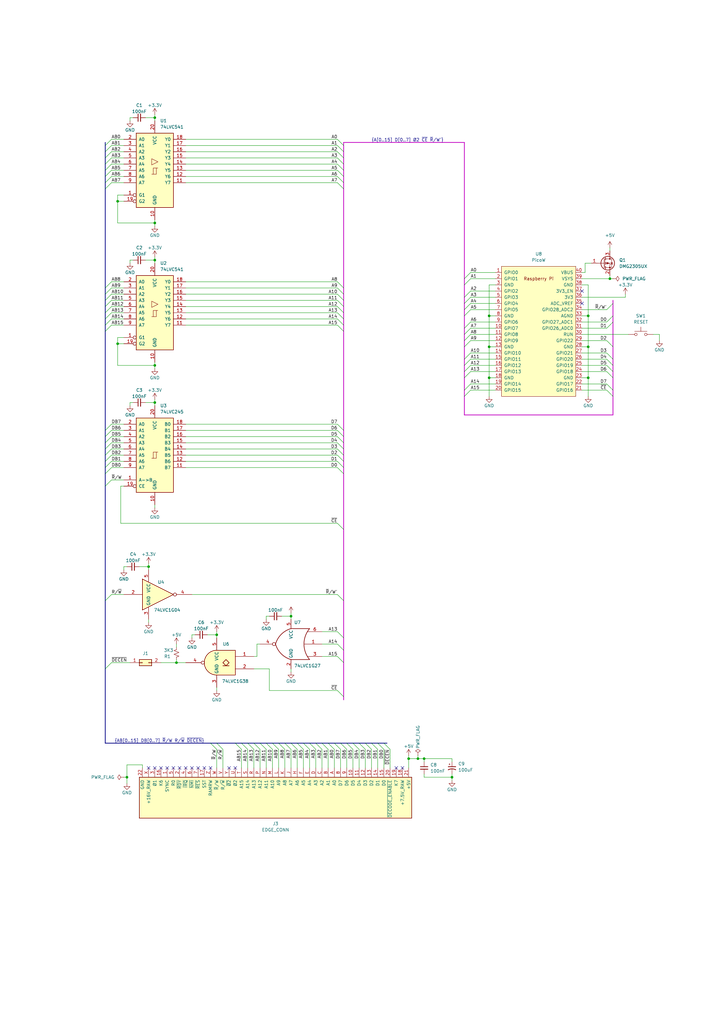
<source format=kicad_sch>
(kicad_sch (version 20230121) (generator eeschema)

  (uuid 28bcec85-7402-427d-8d3e-a0bb63c896a8)

  (paper "A3" portrait)

  (lib_symbols
    (symbol "74_1G_Library:74LVC1G27" (in_bom yes) (on_board yes)
      (property "Reference" "U" (at -5.08 10.16 0)
        (effects (font (size 1.27 1.27)))
      )
      (property "Value" "74LVC1G27" (at 7.62 -10.16 0)
        (effects (font (size 1.27 1.27)))
      )
      (property "Footprint" "" (at 0 0 0)
        (effects (font (size 1.27 1.27)) hide)
      )
      (property "Datasheet" "http://www.ti.com/lit/sg/scyt129e/scyt129e.pdf" (at 0 0.635 0)
        (effects (font (size 1.27 1.27)) hide)
      )
      (property "ki_keywords" "Single Gate NOR triple LVC CMOS" (at 0 0 0)
        (effects (font (size 1.27 1.27)) hide)
      )
      (property "ki_description" "Single NOR 3-Input Gate, Low-Voltage CMOS" (at 0 0 0)
        (effects (font (size 1.27 1.27)) hide)
      )
      (property "ki_fp_filters" "SOT* SG-*" (at 0 0 0)
        (effects (font (size 1.27 1.27)) hide)
      )
      (symbol "74LVC1G27_0_1"
        (arc (start -7.62 -6.35) (mid -5.321 0) (end -7.62 6.35)
          (stroke (width 0.254) (type default))
          (fill (type none))
        )
        (arc (start 0 -6.35) (mid 3.9978 -3.9978) (end 6.35 0)
          (stroke (width 0.254) (type default))
          (fill (type none))
        )
        (polyline
          (pts
            (xy 0 -6.35)
            (xy -7.62 -6.35)
          )
          (stroke (width 0.254) (type default))
          (fill (type background))
        )
        (polyline
          (pts
            (xy 0 6.35)
            (xy -7.62 6.35)
          )
          (stroke (width 0.254) (type default))
          (fill (type background))
        )
        (arc (start 6.35 0) (mid 3.9978 3.9978) (end 0 6.35)
          (stroke (width 0.254) (type default))
          (fill (type none))
        )
      )
      (symbol "74LVC1G27_1_1"
        (pin input line (at -12.7 0 0) (length 7.11)
          (name "~" (effects (font (size 1.27 1.27))))
          (number "1" (effects (font (size 1.27 1.27))))
        )
        (pin power_in line (at 0 -10.16 90) (length 3.81)
          (name "GND" (effects (font (size 1.27 1.27))))
          (number "2" (effects (font (size 1.27 1.27))))
        )
        (pin input line (at -12.7 -5.08 0) (length 5.84)
          (name "~" (effects (font (size 1.27 1.27))))
          (number "3" (effects (font (size 1.27 1.27))))
        )
        (pin output inverted (at 12.7 0 180) (length 6.35)
          (name "~" (effects (font (size 1.27 1.27))))
          (number "4" (effects (font (size 1.27 1.27))))
        )
        (pin power_in line (at 0 10.16 270) (length 3.81)
          (name "VCC" (effects (font (size 1.27 1.27))))
          (number "5" (effects (font (size 1.27 1.27))))
        )
        (pin input line (at -12.7 5.08 0) (length 5.84)
          (name "~" (effects (font (size 1.27 1.27))))
          (number "6" (effects (font (size 1.27 1.27))))
        )
      )
    )
    (symbol "74xGxx:74LVC1G04" (in_bom yes) (on_board yes)
      (property "Reference" "U" (at 0 7.62 0)
        (effects (font (size 1.27 1.27)))
      )
      (property "Value" "74LVC1G04" (at 5.08 -7.62 0)
        (effects (font (size 1.27 1.27)))
      )
      (property "Footprint" "" (at 0 0 0)
        (effects (font (size 1.27 1.27)) hide)
      )
      (property "Datasheet" "https://www.ti.com/lit/ds/symlink/sn74lvc1g04.pdf" (at 0 0 0)
        (effects (font (size 1.27 1.27)) hide)
      )
      (property "ki_keywords" "Single Gate NOT LVC CMOS" (at 0 0 0)
        (effects (font (size 1.27 1.27)) hide)
      )
      (property "ki_description" "Single NOT Gate, Low-Voltage CMOS" (at 0 0 0)
        (effects (font (size 1.27 1.27)) hide)
      )
      (property "ki_fp_filters" "SOT?23* Texas?R-PDSO-G5?DCK* Texas?R-PDSO-N5?DRL* Texas?X2SON*0.8x0.8mm*P0.48mm*" (at 0 0 0)
        (effects (font (size 1.27 1.27)) hide)
      )
      (symbol "74LVC1G04_0_1"
        (polyline
          (pts
            (xy -7.62 6.35)
            (xy -7.62 -6.35)
            (xy 5.08 0)
            (xy -7.62 6.35)
          )
          (stroke (width 0.254) (type default))
          (fill (type background))
        )
      )
      (symbol "74LVC1G04_1_1"
        (pin input line (at -15.24 0 0) (length 7.62)
          (name "~" (effects (font (size 1.27 1.27))))
          (number "2" (effects (font (size 1.27 1.27))))
        )
        (pin power_in line (at -5.08 -10.16 90) (length 5.08)
          (name "GND" (effects (font (size 1.27 1.27))))
          (number "3" (effects (font (size 1.27 1.27))))
        )
        (pin output inverted (at 12.7 0 180) (length 7.62)
          (name "~" (effects (font (size 1.27 1.27))))
          (number "4" (effects (font (size 1.27 1.27))))
        )
        (pin power_in line (at -5.08 10.16 270) (length 5.08)
          (name "VCC" (effects (font (size 1.27 1.27))))
          (number "5" (effects (font (size 1.27 1.27))))
        )
      )
    )
    (symbol "74xGxx:74LVC1G38" (in_bom yes) (on_board yes)
      (property "Reference" "U" (at -5.08 7.62 0)
        (effects (font (size 1.27 1.27)))
      )
      (property "Value" "74LVC1G38" (at 7.62 -7.62 0)
        (effects (font (size 1.27 1.27)))
      )
      (property "Footprint" "" (at 0 0 0)
        (effects (font (size 1.27 1.27)) hide)
      )
      (property "Datasheet" "http://www.ti.com/lit/sg/scyt129e/scyt129e.pdf" (at 0 0 0)
        (effects (font (size 1.27 1.27)) hide)
      )
      (property "ki_keywords" "Single Gate NAND Open Drain LVC CMOS" (at 0 0 0)
        (effects (font (size 1.27 1.27)) hide)
      )
      (property "ki_description" "Single NAND Gate Open Drain, Low-Voltage CMOS" (at 0 0 0)
        (effects (font (size 1.27 1.27)) hide)
      )
      (property "ki_fp_filters" "SOT* SG-*" (at 0 0 0)
        (effects (font (size 1.27 1.27)) hide)
      )
      (symbol "74LVC1G38_0_1"
        (arc (start 0 -5.08) (mid 5.0579 0) (end 0 5.08)
          (stroke (width 0.254) (type default))
          (fill (type background))
        )
        (polyline
          (pts
            (xy -5.08 -1.27)
            (xy -2.54 -1.27)
          )
          (stroke (width 0.254) (type default))
          (fill (type background))
        )
        (polyline
          (pts
            (xy 0 -5.08)
            (xy -7.62 -5.08)
            (xy -7.62 5.08)
            (xy 0 5.08)
          )
          (stroke (width 0.254) (type default))
          (fill (type background))
        )
        (polyline
          (pts
            (xy -3.81 1.27)
            (xy -5.08 0)
            (xy -3.81 -1.27)
            (xy -2.54 0)
            (xy -3.81 1.27)
          )
          (stroke (width 0.254) (type default))
          (fill (type background))
        )
      )
      (symbol "74LVC1G38_1_1"
        (pin input line (at -15.24 2.54 0) (length 7.62)
          (name "~" (effects (font (size 1.27 1.27))))
          (number "1" (effects (font (size 1.27 1.27))))
        )
        (pin input line (at -15.24 -2.54 0) (length 7.62)
          (name "~" (effects (font (size 1.27 1.27))))
          (number "2" (effects (font (size 1.27 1.27))))
        )
        (pin power_in line (at 0 -10.16 90) (length 5.08)
          (name "GND" (effects (font (size 1.27 1.27))))
          (number "3" (effects (font (size 1.27 1.27))))
        )
        (pin output inverted (at 12.7 0 180) (length 7.62)
          (name "~" (effects (font (size 1.27 1.27))))
          (number "4" (effects (font (size 1.27 1.27))))
        )
        (pin power_in line (at 0 10.16 270) (length 5.08)
          (name "VCC" (effects (font (size 1.27 1.27))))
          (number "5" (effects (font (size 1.27 1.27))))
        )
      )
    )
    (symbol "74xx:74HCT541" (pin_names (offset 1.016)) (in_bom yes) (on_board yes)
      (property "Reference" "U" (at -7.62 16.51 0)
        (effects (font (size 1.27 1.27)))
      )
      (property "Value" "74HCT541" (at -7.62 -16.51 0)
        (effects (font (size 1.27 1.27)))
      )
      (property "Footprint" "" (at 0 0 0)
        (effects (font (size 1.27 1.27)) hide)
      )
      (property "Datasheet" "http://www.ti.com/lit/gpn/sn74HCT541" (at 0 0 0)
        (effects (font (size 1.27 1.27)) hide)
      )
      (property "ki_locked" "" (at 0 0 0)
        (effects (font (size 1.27 1.27)))
      )
      (property "ki_keywords" "TTL BUFFER 3State BUS" (at 0 0 0)
        (effects (font (size 1.27 1.27)) hide)
      )
      (property "ki_description" "8-bit Buffer/Line Driver 3-state outputs" (at 0 0 0)
        (effects (font (size 1.27 1.27)) hide)
      )
      (property "ki_fp_filters" "DIP?20*" (at 0 0 0)
        (effects (font (size 1.27 1.27)) hide)
      )
      (symbol "74HCT541_1_0"
        (polyline
          (pts
            (xy -0.635 -1.6002)
            (xy -0.635 0.9398)
            (xy 0.635 0.9398)
          )
          (stroke (width 0) (type default))
          (fill (type none))
        )
        (polyline
          (pts
            (xy -1.27 -1.6002)
            (xy 0.635 -1.6002)
            (xy 0.635 0.9398)
            (xy 1.27 0.9398)
          )
          (stroke (width 0) (type default))
          (fill (type none))
        )
        (polyline
          (pts
            (xy 1.27 3.4798)
            (xy -1.27 4.7498)
            (xy -1.27 2.2098)
            (xy 1.27 3.4798)
          )
          (stroke (width 0.1524) (type default))
          (fill (type none))
        )
        (pin input inverted (at -12.7 -10.16 0) (length 5.08)
          (name "G1" (effects (font (size 1.27 1.27))))
          (number "1" (effects (font (size 1.27 1.27))))
        )
        (pin power_in line (at 0 -20.32 90) (length 5.08)
          (name "GND" (effects (font (size 1.27 1.27))))
          (number "10" (effects (font (size 1.27 1.27))))
        )
        (pin tri_state line (at 12.7 -5.08 180) (length 5.08)
          (name "Y7" (effects (font (size 1.27 1.27))))
          (number "11" (effects (font (size 1.27 1.27))))
        )
        (pin tri_state line (at 12.7 -2.54 180) (length 5.08)
          (name "Y6" (effects (font (size 1.27 1.27))))
          (number "12" (effects (font (size 1.27 1.27))))
        )
        (pin tri_state line (at 12.7 0 180) (length 5.08)
          (name "Y5" (effects (font (size 1.27 1.27))))
          (number "13" (effects (font (size 1.27 1.27))))
        )
        (pin tri_state line (at 12.7 2.54 180) (length 5.08)
          (name "Y4" (effects (font (size 1.27 1.27))))
          (number "14" (effects (font (size 1.27 1.27))))
        )
        (pin tri_state line (at 12.7 5.08 180) (length 5.08)
          (name "Y3" (effects (font (size 1.27 1.27))))
          (number "15" (effects (font (size 1.27 1.27))))
        )
        (pin tri_state line (at 12.7 7.62 180) (length 5.08)
          (name "Y2" (effects (font (size 1.27 1.27))))
          (number "16" (effects (font (size 1.27 1.27))))
        )
        (pin tri_state line (at 12.7 10.16 180) (length 5.08)
          (name "Y1" (effects (font (size 1.27 1.27))))
          (number "17" (effects (font (size 1.27 1.27))))
        )
        (pin tri_state line (at 12.7 12.7 180) (length 5.08)
          (name "Y0" (effects (font (size 1.27 1.27))))
          (number "18" (effects (font (size 1.27 1.27))))
        )
        (pin input inverted (at -12.7 -12.7 0) (length 5.08)
          (name "G2" (effects (font (size 1.27 1.27))))
          (number "19" (effects (font (size 1.27 1.27))))
        )
        (pin input line (at -12.7 12.7 0) (length 5.08)
          (name "A0" (effects (font (size 1.27 1.27))))
          (number "2" (effects (font (size 1.27 1.27))))
        )
        (pin power_in line (at 0 20.32 270) (length 5.08)
          (name "VCC" (effects (font (size 1.27 1.27))))
          (number "20" (effects (font (size 1.27 1.27))))
        )
        (pin input line (at -12.7 10.16 0) (length 5.08)
          (name "A1" (effects (font (size 1.27 1.27))))
          (number "3" (effects (font (size 1.27 1.27))))
        )
        (pin input line (at -12.7 7.62 0) (length 5.08)
          (name "A2" (effects (font (size 1.27 1.27))))
          (number "4" (effects (font (size 1.27 1.27))))
        )
        (pin input line (at -12.7 5.08 0) (length 5.08)
          (name "A3" (effects (font (size 1.27 1.27))))
          (number "5" (effects (font (size 1.27 1.27))))
        )
        (pin input line (at -12.7 2.54 0) (length 5.08)
          (name "A4" (effects (font (size 1.27 1.27))))
          (number "6" (effects (font (size 1.27 1.27))))
        )
        (pin input line (at -12.7 0 0) (length 5.08)
          (name "A5" (effects (font (size 1.27 1.27))))
          (number "7" (effects (font (size 1.27 1.27))))
        )
        (pin input line (at -12.7 -2.54 0) (length 5.08)
          (name "A6" (effects (font (size 1.27 1.27))))
          (number "8" (effects (font (size 1.27 1.27))))
        )
        (pin input line (at -12.7 -5.08 0) (length 5.08)
          (name "A7" (effects (font (size 1.27 1.27))))
          (number "9" (effects (font (size 1.27 1.27))))
        )
      )
      (symbol "74HCT541_1_1"
        (rectangle (start -7.62 15.24) (end 7.62 -15.24)
          (stroke (width 0.254) (type default))
          (fill (type background))
        )
      )
    )
    (symbol "74xx:74LS245" (pin_names (offset 1.016)) (in_bom yes) (on_board yes)
      (property "Reference" "U" (at -7.62 16.51 0)
        (effects (font (size 1.27 1.27)))
      )
      (property "Value" "74LS245" (at -7.62 -16.51 0)
        (effects (font (size 1.27 1.27)))
      )
      (property "Footprint" "" (at 0 0 0)
        (effects (font (size 1.27 1.27)) hide)
      )
      (property "Datasheet" "http://www.ti.com/lit/gpn/sn74LS245" (at 0 0 0)
        (effects (font (size 1.27 1.27)) hide)
      )
      (property "ki_locked" "" (at 0 0 0)
        (effects (font (size 1.27 1.27)))
      )
      (property "ki_keywords" "TTL BUS 3State" (at 0 0 0)
        (effects (font (size 1.27 1.27)) hide)
      )
      (property "ki_description" "Octal BUS Transceivers, 3-State outputs" (at 0 0 0)
        (effects (font (size 1.27 1.27)) hide)
      )
      (property "ki_fp_filters" "DIP?20*" (at 0 0 0)
        (effects (font (size 1.27 1.27)) hide)
      )
      (symbol "74LS245_1_0"
        (polyline
          (pts
            (xy -0.635 -1.27)
            (xy -0.635 1.27)
            (xy 0.635 1.27)
          )
          (stroke (width 0) (type default))
          (fill (type none))
        )
        (polyline
          (pts
            (xy -1.27 -1.27)
            (xy 0.635 -1.27)
            (xy 0.635 1.27)
            (xy 1.27 1.27)
          )
          (stroke (width 0) (type default))
          (fill (type none))
        )
        (pin input line (at -12.7 -10.16 0) (length 5.08)
          (name "A->B" (effects (font (size 1.27 1.27))))
          (number "1" (effects (font (size 1.27 1.27))))
        )
        (pin power_in line (at 0 -20.32 90) (length 5.08)
          (name "GND" (effects (font (size 1.27 1.27))))
          (number "10" (effects (font (size 1.27 1.27))))
        )
        (pin tri_state line (at 12.7 -5.08 180) (length 5.08)
          (name "B7" (effects (font (size 1.27 1.27))))
          (number "11" (effects (font (size 1.27 1.27))))
        )
        (pin tri_state line (at 12.7 -2.54 180) (length 5.08)
          (name "B6" (effects (font (size 1.27 1.27))))
          (number "12" (effects (font (size 1.27 1.27))))
        )
        (pin tri_state line (at 12.7 0 180) (length 5.08)
          (name "B5" (effects (font (size 1.27 1.27))))
          (number "13" (effects (font (size 1.27 1.27))))
        )
        (pin tri_state line (at 12.7 2.54 180) (length 5.08)
          (name "B4" (effects (font (size 1.27 1.27))))
          (number "14" (effects (font (size 1.27 1.27))))
        )
        (pin tri_state line (at 12.7 5.08 180) (length 5.08)
          (name "B3" (effects (font (size 1.27 1.27))))
          (number "15" (effects (font (size 1.27 1.27))))
        )
        (pin tri_state line (at 12.7 7.62 180) (length 5.08)
          (name "B2" (effects (font (size 1.27 1.27))))
          (number "16" (effects (font (size 1.27 1.27))))
        )
        (pin tri_state line (at 12.7 10.16 180) (length 5.08)
          (name "B1" (effects (font (size 1.27 1.27))))
          (number "17" (effects (font (size 1.27 1.27))))
        )
        (pin tri_state line (at 12.7 12.7 180) (length 5.08)
          (name "B0" (effects (font (size 1.27 1.27))))
          (number "18" (effects (font (size 1.27 1.27))))
        )
        (pin input inverted (at -12.7 -12.7 0) (length 5.08)
          (name "CE" (effects (font (size 1.27 1.27))))
          (number "19" (effects (font (size 1.27 1.27))))
        )
        (pin tri_state line (at -12.7 12.7 0) (length 5.08)
          (name "A0" (effects (font (size 1.27 1.27))))
          (number "2" (effects (font (size 1.27 1.27))))
        )
        (pin power_in line (at 0 20.32 270) (length 5.08)
          (name "VCC" (effects (font (size 1.27 1.27))))
          (number "20" (effects (font (size 1.27 1.27))))
        )
        (pin tri_state line (at -12.7 10.16 0) (length 5.08)
          (name "A1" (effects (font (size 1.27 1.27))))
          (number "3" (effects (font (size 1.27 1.27))))
        )
        (pin tri_state line (at -12.7 7.62 0) (length 5.08)
          (name "A2" (effects (font (size 1.27 1.27))))
          (number "4" (effects (font (size 1.27 1.27))))
        )
        (pin tri_state line (at -12.7 5.08 0) (length 5.08)
          (name "A3" (effects (font (size 1.27 1.27))))
          (number "5" (effects (font (size 1.27 1.27))))
        )
        (pin tri_state line (at -12.7 2.54 0) (length 5.08)
          (name "A4" (effects (font (size 1.27 1.27))))
          (number "6" (effects (font (size 1.27 1.27))))
        )
        (pin tri_state line (at -12.7 0 0) (length 5.08)
          (name "A5" (effects (font (size 1.27 1.27))))
          (number "7" (effects (font (size 1.27 1.27))))
        )
        (pin tri_state line (at -12.7 -2.54 0) (length 5.08)
          (name "A6" (effects (font (size 1.27 1.27))))
          (number "8" (effects (font (size 1.27 1.27))))
        )
        (pin tri_state line (at -12.7 -5.08 0) (length 5.08)
          (name "A7" (effects (font (size 1.27 1.27))))
          (number "9" (effects (font (size 1.27 1.27))))
        )
      )
      (symbol "74LS245_1_1"
        (rectangle (start -7.62 15.24) (end 7.62 -15.24)
          (stroke (width 0.254) (type default))
          (fill (type background))
        )
      )
    )
    (symbol "Connector_Generic:Conn_02x01" (pin_names (offset 1.016) hide) (in_bom yes) (on_board yes)
      (property "Reference" "J" (at 1.27 2.54 0)
        (effects (font (size 1.27 1.27)))
      )
      (property "Value" "Conn_02x01" (at 1.27 -2.54 0)
        (effects (font (size 1.27 1.27)))
      )
      (property "Footprint" "" (at 0 0 0)
        (effects (font (size 1.27 1.27)) hide)
      )
      (property "Datasheet" "~" (at 0 0 0)
        (effects (font (size 1.27 1.27)) hide)
      )
      (property "ki_keywords" "connector" (at 0 0 0)
        (effects (font (size 1.27 1.27)) hide)
      )
      (property "ki_description" "Generic connector, double row, 02x01, this symbol is compatible with counter-clockwise, top-bottom and odd-even numbering schemes., script generated (kicad-library-utils/schlib/autogen/connector/)" (at 0 0 0)
        (effects (font (size 1.27 1.27)) hide)
      )
      (property "ki_fp_filters" "Connector*:*_2x??_*" (at 0 0 0)
        (effects (font (size 1.27 1.27)) hide)
      )
      (symbol "Conn_02x01_1_1"
        (rectangle (start -1.27 0.127) (end 0 -0.127)
          (stroke (width 0.1524) (type default))
          (fill (type none))
        )
        (rectangle (start -1.27 1.27) (end 3.81 -1.27)
          (stroke (width 0.254) (type default))
          (fill (type background))
        )
        (rectangle (start 3.81 0.127) (end 2.54 -0.127)
          (stroke (width 0.1524) (type default))
          (fill (type none))
        )
        (pin passive line (at -5.08 0 0) (length 3.81)
          (name "Pin_1" (effects (font (size 1.27 1.27))))
          (number "1" (effects (font (size 1.27 1.27))))
        )
        (pin passive line (at 7.62 0 180) (length 3.81)
          (name "Pin_2" (effects (font (size 1.27 1.27))))
          (number "2" (effects (font (size 1.27 1.27))))
        )
      )
    )
    (symbol "Device:C_Polarized_Small_US" (pin_numbers hide) (pin_names (offset 0.254) hide) (in_bom yes) (on_board yes)
      (property "Reference" "C" (at 0.254 1.778 0)
        (effects (font (size 1.27 1.27)) (justify left))
      )
      (property "Value" "C_Polarized_Small_US" (at 0.254 -2.032 0)
        (effects (font (size 1.27 1.27)) (justify left))
      )
      (property "Footprint" "" (at 0 0 0)
        (effects (font (size 1.27 1.27)) hide)
      )
      (property "Datasheet" "~" (at 0 0 0)
        (effects (font (size 1.27 1.27)) hide)
      )
      (property "ki_keywords" "cap capacitor" (at 0 0 0)
        (effects (font (size 1.27 1.27)) hide)
      )
      (property "ki_description" "Polarized capacitor, small US symbol" (at 0 0 0)
        (effects (font (size 1.27 1.27)) hide)
      )
      (property "ki_fp_filters" "CP_*" (at 0 0 0)
        (effects (font (size 1.27 1.27)) hide)
      )
      (symbol "C_Polarized_Small_US_0_1"
        (polyline
          (pts
            (xy -1.524 0.508)
            (xy 1.524 0.508)
          )
          (stroke (width 0.3048) (type default))
          (fill (type none))
        )
        (polyline
          (pts
            (xy -1.27 1.524)
            (xy -0.762 1.524)
          )
          (stroke (width 0) (type default))
          (fill (type none))
        )
        (polyline
          (pts
            (xy -1.016 1.27)
            (xy -1.016 1.778)
          )
          (stroke (width 0) (type default))
          (fill (type none))
        )
        (arc (start 1.524 -0.762) (mid 0 -0.3734) (end -1.524 -0.762)
          (stroke (width 0.3048) (type default))
          (fill (type none))
        )
      )
      (symbol "C_Polarized_Small_US_1_1"
        (pin passive line (at 0 2.54 270) (length 2.032)
          (name "~" (effects (font (size 1.27 1.27))))
          (number "1" (effects (font (size 1.27 1.27))))
        )
        (pin passive line (at 0 -2.54 90) (length 2.032)
          (name "~" (effects (font (size 1.27 1.27))))
          (number "2" (effects (font (size 1.27 1.27))))
        )
      )
    )
    (symbol "Device:C_Small" (pin_numbers hide) (pin_names (offset 0.254) hide) (in_bom yes) (on_board yes)
      (property "Reference" "C" (at 0.254 1.778 0)
        (effects (font (size 1.27 1.27)) (justify left))
      )
      (property "Value" "C_Small" (at 0.254 -2.032 0)
        (effects (font (size 1.27 1.27)) (justify left))
      )
      (property "Footprint" "" (at 0 0 0)
        (effects (font (size 1.27 1.27)) hide)
      )
      (property "Datasheet" "~" (at 0 0 0)
        (effects (font (size 1.27 1.27)) hide)
      )
      (property "ki_keywords" "capacitor cap" (at 0 0 0)
        (effects (font (size 1.27 1.27)) hide)
      )
      (property "ki_description" "Unpolarized capacitor, small symbol" (at 0 0 0)
        (effects (font (size 1.27 1.27)) hide)
      )
      (property "ki_fp_filters" "C_*" (at 0 0 0)
        (effects (font (size 1.27 1.27)) hide)
      )
      (symbol "C_Small_0_1"
        (polyline
          (pts
            (xy -1.524 -0.508)
            (xy 1.524 -0.508)
          )
          (stroke (width 0.3302) (type default))
          (fill (type none))
        )
        (polyline
          (pts
            (xy -1.524 0.508)
            (xy 1.524 0.508)
          )
          (stroke (width 0.3048) (type default))
          (fill (type none))
        )
      )
      (symbol "C_Small_1_1"
        (pin passive line (at 0 2.54 270) (length 2.032)
          (name "~" (effects (font (size 1.27 1.27))))
          (number "1" (effects (font (size 1.27 1.27))))
        )
        (pin passive line (at 0 -2.54 90) (length 2.032)
          (name "~" (effects (font (size 1.27 1.27))))
          (number "2" (effects (font (size 1.27 1.27))))
        )
      )
    )
    (symbol "Device:R_Small_US" (pin_numbers hide) (pin_names (offset 0.254) hide) (in_bom yes) (on_board yes)
      (property "Reference" "R" (at 0.762 0.508 0)
        (effects (font (size 1.27 1.27)) (justify left))
      )
      (property "Value" "R_Small_US" (at 0.762 -1.016 0)
        (effects (font (size 1.27 1.27)) (justify left))
      )
      (property "Footprint" "" (at 0 0 0)
        (effects (font (size 1.27 1.27)) hide)
      )
      (property "Datasheet" "~" (at 0 0 0)
        (effects (font (size 1.27 1.27)) hide)
      )
      (property "ki_keywords" "r resistor" (at 0 0 0)
        (effects (font (size 1.27 1.27)) hide)
      )
      (property "ki_description" "Resistor, small US symbol" (at 0 0 0)
        (effects (font (size 1.27 1.27)) hide)
      )
      (property "ki_fp_filters" "R_*" (at 0 0 0)
        (effects (font (size 1.27 1.27)) hide)
      )
      (symbol "R_Small_US_1_1"
        (polyline
          (pts
            (xy 0 0)
            (xy 1.016 -0.381)
            (xy 0 -0.762)
            (xy -1.016 -1.143)
            (xy 0 -1.524)
          )
          (stroke (width 0) (type default))
          (fill (type none))
        )
        (polyline
          (pts
            (xy 0 1.524)
            (xy 1.016 1.143)
            (xy 0 0.762)
            (xy -1.016 0.381)
            (xy 0 0)
          )
          (stroke (width 0) (type default))
          (fill (type none))
        )
        (pin passive line (at 0 2.54 270) (length 1.016)
          (name "~" (effects (font (size 1.27 1.27))))
          (number "1" (effects (font (size 1.27 1.27))))
        )
        (pin passive line (at 0 -2.54 90) (length 1.016)
          (name "~" (effects (font (size 1.27 1.27))))
          (number "2" (effects (font (size 1.27 1.27))))
        )
      )
    )
    (symbol "MTU_Library:EDGE_CONN" (pin_names (offset 1.016)) (in_bom yes) (on_board yes)
      (property "Reference" "J7" (at 7.874 1.016 0)
        (effects (font (size 1.27 1.27)) (justify left))
      )
      (property "Value" "EDGE_CONN" (at 9.652 -1.905 0)
        (effects (font (size 1.27 1.27)))
      )
      (property "Footprint" "K-1008:EDGE_CONN" (at -3.175 0 0)
        (effects (font (size 1.27 1.27)) hide)
      )
      (property "Datasheet" "~" (at 0 27.94 0)
        (effects (font (size 1.27 1.27)) hide)
      )
      (property "ki_keywords" "connector" (at 0 0 0)
        (effects (font (size 1.27 1.27)) hide)
      )
      (property "ki_description" "Generic connector, double row, 02x22, counter clockwise pin numbering scheme (similar to DIP packge numbering), script generated (kicad-library-utils/schlib/autogen/connector/)" (at 0 0 0)
        (effects (font (size 1.27 1.27)) hide)
      )
      (property "ki_fp_filters" "Connector*:*_2x??_*" (at 0 0 0)
        (effects (font (size 1.27 1.27)) hide)
      )
      (symbol "EDGE_CONN_1_1"
        (rectangle (start -1.27 54.61) (end 15.494 -57.15)
          (stroke (width 0.254) (type default))
          (fill (type background))
        )
        (pin passive line (at -5.08 -45.72 0) (length 3.81)
          (name "SYNC" (effects (font (size 1.27 1.27))))
          (number "1" (effects (font (size 1.27 1.27))))
        )
        (pin passive line (at -5.08 30.48 0) (length 3.81)
          (name "D5" (effects (font (size 1.27 1.27))))
          (number "10" (effects (font (size 1.27 1.27))))
        )
        (pin passive line (at -5.08 33.02 0) (length 3.81)
          (name "D4" (effects (font (size 1.27 1.27))))
          (number "11" (effects (font (size 1.27 1.27))))
        )
        (pin passive line (at -5.08 35.56 0) (length 3.81)
          (name "D3" (effects (font (size 1.27 1.27))))
          (number "12" (effects (font (size 1.27 1.27))))
        )
        (pin passive line (at -5.08 38.1 0) (length 3.81)
          (name "D2" (effects (font (size 1.27 1.27))))
          (number "13" (effects (font (size 1.27 1.27))))
        )
        (pin passive line (at -5.08 40.64 0) (length 3.81)
          (name "D1" (effects (font (size 1.27 1.27))))
          (number "14" (effects (font (size 1.27 1.27))))
        )
        (pin passive line (at -5.08 43.18 0) (length 3.81)
          (name "D0" (effects (font (size 1.27 1.27))))
          (number "15" (effects (font (size 1.27 1.27))))
        )
        (pin passive line (at -5.08 -48.26 0) (length 3.81)
          (name "K6" (effects (font (size 1.27 1.27))))
          (number "16" (effects (font (size 1.27 1.27))))
        )
        (pin passive line (at -5.08 -30.48 0) (length 3.81)
          (name "SST" (effects (font (size 1.27 1.27))))
          (number "17" (effects (font (size 1.27 1.27))))
        )
        (pin passive line (at -5.08 50.8 0) (length 3.81)
          (name "+7.5V_RAW" (effects (font (size 1.27 1.27))))
          (number "18" (effects (font (size 1.27 1.27))))
        )
        (pin passive line (at -5.08 48.26 0) (length 3.81)
          (name "K7" (effects (font (size 1.27 1.27))))
          (number "19" (effects (font (size 1.27 1.27))))
        )
        (pin passive line (at -5.08 -40.64 0) (length 3.81)
          (name "~{RDY}" (effects (font (size 1.27 1.27))))
          (number "2" (effects (font (size 1.27 1.27))))
        )
        (pin passive line (at -5.08 45.72 0) (length 3.81)
          (name "~{DECODE_ENABLE}" (effects (font (size 1.27 1.27))))
          (number "20" (effects (font (size 1.27 1.27))))
        )
        (pin passive line (at -5.08 53.34 0) (length 3.81)
          (name "+5V" (effects (font (size 1.27 1.27))))
          (number "21" (effects (font (size 1.27 1.27))))
        )
        (pin passive line (at -5.08 -55.88 0) (length 3.81)
          (name "GND" (effects (font (size 1.27 1.27))))
          (number "22" (effects (font (size 1.27 1.27))))
        )
        (pin passive line (at -5.08 -50.8 0) (length 3.81)
          (name "Ø1" (effects (font (size 1.27 1.27))))
          (number "3" (effects (font (size 1.27 1.27))))
        )
        (pin passive line (at -5.08 -38.1 0) (length 3.81)
          (name "~{IRQ}" (effects (font (size 1.27 1.27))))
          (number "4" (effects (font (size 1.27 1.27))))
        )
        (pin passive line (at -5.08 -43.18 0) (length 3.81)
          (name "R0" (effects (font (size 1.27 1.27))))
          (number "5" (effects (font (size 1.27 1.27))))
        )
        (pin passive line (at -5.08 -35.56 0) (length 3.81)
          (name "~{NMI}" (effects (font (size 1.27 1.27))))
          (number "6" (effects (font (size 1.27 1.27))))
        )
        (pin passive line (at -5.08 -33.02 0) (length 3.81)
          (name "~{RES}" (effects (font (size 1.27 1.27))))
          (number "7" (effects (font (size 1.27 1.27))))
        )
        (pin passive line (at -5.08 25.4 0) (length 3.81)
          (name "D7" (effects (font (size 1.27 1.27))))
          (number "8" (effects (font (size 1.27 1.27))))
        )
        (pin passive line (at -5.08 27.94 0) (length 3.81)
          (name "D6" (effects (font (size 1.27 1.27))))
          (number "9" (effects (font (size 1.27 1.27))))
        )
        (pin passive line (at -5.08 22.86 0) (length 3.81)
          (name "A0" (effects (font (size 1.27 1.27))))
          (number "A" (effects (font (size 1.27 1.27))))
        )
        (pin passive line (at -5.08 20.32 0) (length 3.81)
          (name "A1" (effects (font (size 1.27 1.27))))
          (number "B" (effects (font (size 1.27 1.27))))
        )
        (pin passive line (at -5.08 17.78 0) (length 3.81)
          (name "A2" (effects (font (size 1.27 1.27))))
          (number "C" (effects (font (size 1.27 1.27))))
        )
        (pin passive line (at -5.08 15.24 0) (length 3.81)
          (name "A3" (effects (font (size 1.27 1.27))))
          (number "D" (effects (font (size 1.27 1.27))))
        )
        (pin passive line (at -5.08 12.7 0) (length 3.81)
          (name "A4" (effects (font (size 1.27 1.27))))
          (number "E" (effects (font (size 1.27 1.27))))
        )
        (pin passive line (at -5.08 10.16 0) (length 3.81)
          (name "A5" (effects (font (size 1.27 1.27))))
          (number "F" (effects (font (size 1.27 1.27))))
        )
        (pin passive line (at -5.08 7.62 0) (length 3.81)
          (name "A6" (effects (font (size 1.27 1.27))))
          (number "H" (effects (font (size 1.27 1.27))))
        )
        (pin passive line (at -5.08 5.08 0) (length 3.81)
          (name "A7" (effects (font (size 1.27 1.27))))
          (number "J" (effects (font (size 1.27 1.27))))
        )
        (pin passive line (at -5.08 2.54 0) (length 3.81)
          (name "A8" (effects (font (size 1.27 1.27))))
          (number "K" (effects (font (size 1.27 1.27))))
        )
        (pin passive line (at -5.08 0 0) (length 3.81)
          (name "A9" (effects (font (size 1.27 1.27))))
          (number "L" (effects (font (size 1.27 1.27))))
        )
        (pin passive line (at -5.08 -2.54 0) (length 3.81)
          (name "A10" (effects (font (size 1.27 1.27))))
          (number "M" (effects (font (size 1.27 1.27))))
        )
        (pin passive line (at -5.08 -5.08 0) (length 3.81)
          (name "A11" (effects (font (size 1.27 1.27))))
          (number "N" (effects (font (size 1.27 1.27))))
        )
        (pin passive line (at -5.08 -7.62 0) (length 3.81)
          (name "A12" (effects (font (size 1.27 1.27))))
          (number "P" (effects (font (size 1.27 1.27))))
        )
        (pin passive line (at -5.08 -10.16 0) (length 3.81)
          (name "A13" (effects (font (size 1.27 1.27))))
          (number "R" (effects (font (size 1.27 1.27))))
        )
        (pin passive line (at -5.08 -12.7 0) (length 3.81)
          (name "A14" (effects (font (size 1.27 1.27))))
          (number "S" (effects (font (size 1.27 1.27))))
        )
        (pin passive line (at -5.08 -15.24 0) (length 3.81)
          (name "A15" (effects (font (size 1.27 1.27))))
          (number "T" (effects (font (size 1.27 1.27))))
        )
        (pin passive line (at -5.08 -17.78 0) (length 3.81)
          (name "Ø2" (effects (font (size 1.27 1.27))))
          (number "U" (effects (font (size 1.27 1.27))))
        )
        (pin passive line (at -5.08 -22.86 0) (length 3.81)
          (name "R/~{W}" (effects (font (size 1.27 1.27))))
          (number "V" (effects (font (size 1.27 1.27))))
        )
        (pin passive line (at -5.08 -25.4 0) (length 3.81)
          (name "~{R}/W" (effects (font (size 1.27 1.27))))
          (number "W" (effects (font (size 1.27 1.27))))
        )
        (pin passive line (at -5.08 -53.34 0) (length 3.81)
          (name "+16V_RAW" (effects (font (size 1.27 1.27))))
          (number "X" (effects (font (size 1.27 1.27))))
        )
        (pin passive line (at -5.08 -20.32 0) (length 3.81)
          (name "~{Ø2}" (effects (font (size 1.27 1.27))))
          (number "Y" (effects (font (size 1.27 1.27))))
        )
        (pin passive line (at -5.08 -27.94 0) (length 3.81)
          (name "RAMRW" (effects (font (size 1.27 1.27))))
          (number "Z" (effects (font (size 1.27 1.27))))
        )
      )
    )
    (symbol "PicoW:PicoW" (pin_names (offset 1.016)) (in_bom yes) (on_board yes)
      (property "Reference" "U" (at -13.97 27.94 0)
        (effects (font (size 1.27 1.27)))
      )
      (property "Value" "PicoW" (at 0 19.05 0)
        (effects (font (size 1.27 1.27)))
      )
      (property "Footprint" "PicoW:RPi_PicoW_SMD_TH" (at 0 0 90)
        (effects (font (size 1.27 1.27)) hide)
      )
      (property "Datasheet" "" (at 0 0 0)
        (effects (font (size 1.27 1.27)) hide)
      )
      (symbol "PicoW_0_0"
        (text "Raspberry Pi" (at 0 21.59 0)
          (effects (font (size 1.27 1.27)))
        )
      )
      (symbol "PicoW_0_1"
        (rectangle (start -15.24 26.67) (end 15.24 -26.67)
          (stroke (width 0) (type default))
          (fill (type background))
        )
      )
      (symbol "PicoW_1_1"
        (pin bidirectional line (at -17.78 24.13 0) (length 2.54)
          (name "GPIO0" (effects (font (size 1.27 1.27))))
          (number "1" (effects (font (size 1.27 1.27))))
        )
        (pin bidirectional line (at -17.78 1.27 0) (length 2.54)
          (name "GPIO7" (effects (font (size 1.27 1.27))))
          (number "10" (effects (font (size 1.27 1.27))))
        )
        (pin bidirectional line (at -17.78 -1.27 0) (length 2.54)
          (name "GPIO8" (effects (font (size 1.27 1.27))))
          (number "11" (effects (font (size 1.27 1.27))))
        )
        (pin bidirectional line (at -17.78 -3.81 0) (length 2.54)
          (name "GPIO9" (effects (font (size 1.27 1.27))))
          (number "12" (effects (font (size 1.27 1.27))))
        )
        (pin power_in line (at -17.78 -6.35 0) (length 2.54)
          (name "GND" (effects (font (size 1.27 1.27))))
          (number "13" (effects (font (size 1.27 1.27))))
        )
        (pin bidirectional line (at -17.78 -8.89 0) (length 2.54)
          (name "GPIO10" (effects (font (size 1.27 1.27))))
          (number "14" (effects (font (size 1.27 1.27))))
        )
        (pin bidirectional line (at -17.78 -11.43 0) (length 2.54)
          (name "GPIO11" (effects (font (size 1.27 1.27))))
          (number "15" (effects (font (size 1.27 1.27))))
        )
        (pin bidirectional line (at -17.78 -13.97 0) (length 2.54)
          (name "GPIO12" (effects (font (size 1.27 1.27))))
          (number "16" (effects (font (size 1.27 1.27))))
        )
        (pin bidirectional line (at -17.78 -16.51 0) (length 2.54)
          (name "GPIO13" (effects (font (size 1.27 1.27))))
          (number "17" (effects (font (size 1.27 1.27))))
        )
        (pin power_in line (at -17.78 -19.05 0) (length 2.54)
          (name "GND" (effects (font (size 1.27 1.27))))
          (number "18" (effects (font (size 1.27 1.27))))
        )
        (pin bidirectional line (at -17.78 -21.59 0) (length 2.54)
          (name "GPIO14" (effects (font (size 1.27 1.27))))
          (number "19" (effects (font (size 1.27 1.27))))
        )
        (pin bidirectional line (at -17.78 21.59 0) (length 2.54)
          (name "GPIO1" (effects (font (size 1.27 1.27))))
          (number "2" (effects (font (size 1.27 1.27))))
        )
        (pin bidirectional line (at -17.78 -24.13 0) (length 2.54)
          (name "GPIO15" (effects (font (size 1.27 1.27))))
          (number "20" (effects (font (size 1.27 1.27))))
        )
        (pin bidirectional line (at 17.78 -24.13 180) (length 2.54)
          (name "GPIO16" (effects (font (size 1.27 1.27))))
          (number "21" (effects (font (size 1.27 1.27))))
        )
        (pin bidirectional line (at 17.78 -21.59 180) (length 2.54)
          (name "GPIO17" (effects (font (size 1.27 1.27))))
          (number "22" (effects (font (size 1.27 1.27))))
        )
        (pin power_in line (at 17.78 -19.05 180) (length 2.54)
          (name "GND" (effects (font (size 1.27 1.27))))
          (number "23" (effects (font (size 1.27 1.27))))
        )
        (pin bidirectional line (at 17.78 -16.51 180) (length 2.54)
          (name "GPIO18" (effects (font (size 1.27 1.27))))
          (number "24" (effects (font (size 1.27 1.27))))
        )
        (pin bidirectional line (at 17.78 -13.97 180) (length 2.54)
          (name "GPIO19" (effects (font (size 1.27 1.27))))
          (number "25" (effects (font (size 1.27 1.27))))
        )
        (pin bidirectional line (at 17.78 -11.43 180) (length 2.54)
          (name "GPIO20" (effects (font (size 1.27 1.27))))
          (number "26" (effects (font (size 1.27 1.27))))
        )
        (pin bidirectional line (at 17.78 -8.89 180) (length 2.54)
          (name "GPIO21" (effects (font (size 1.27 1.27))))
          (number "27" (effects (font (size 1.27 1.27))))
        )
        (pin power_in line (at 17.78 -6.35 180) (length 2.54)
          (name "GND" (effects (font (size 1.27 1.27))))
          (number "28" (effects (font (size 1.27 1.27))))
        )
        (pin bidirectional line (at 17.78 -3.81 180) (length 2.54)
          (name "GPIO22" (effects (font (size 1.27 1.27))))
          (number "29" (effects (font (size 1.27 1.27))))
        )
        (pin power_in line (at -17.78 19.05 0) (length 2.54)
          (name "GND" (effects (font (size 1.27 1.27))))
          (number "3" (effects (font (size 1.27 1.27))))
        )
        (pin input line (at 17.78 -1.27 180) (length 2.54)
          (name "RUN" (effects (font (size 1.27 1.27))))
          (number "30" (effects (font (size 1.27 1.27))))
        )
        (pin bidirectional line (at 17.78 1.27 180) (length 2.54)
          (name "GPIO26_ADC0" (effects (font (size 1.27 1.27))))
          (number "31" (effects (font (size 1.27 1.27))))
        )
        (pin bidirectional line (at 17.78 3.81 180) (length 2.54)
          (name "GPIO27_ADC1" (effects (font (size 1.27 1.27))))
          (number "32" (effects (font (size 1.27 1.27))))
        )
        (pin power_in line (at 17.78 6.35 180) (length 2.54)
          (name "AGND" (effects (font (size 1.27 1.27))))
          (number "33" (effects (font (size 1.27 1.27))))
        )
        (pin bidirectional line (at 17.78 8.89 180) (length 2.54)
          (name "GPIO28_ADC2" (effects (font (size 1.27 1.27))))
          (number "34" (effects (font (size 1.27 1.27))))
        )
        (pin unspecified line (at 17.78 11.43 180) (length 2.54)
          (name "ADC_VREF" (effects (font (size 1.27 1.27))))
          (number "35" (effects (font (size 1.27 1.27))))
        )
        (pin power_out line (at 17.78 13.97 180) (length 2.54)
          (name "3V3" (effects (font (size 1.27 1.27))))
          (number "36" (effects (font (size 1.27 1.27))))
        )
        (pin input line (at 17.78 16.51 180) (length 2.54)
          (name "3V3_EN" (effects (font (size 1.27 1.27))))
          (number "37" (effects (font (size 1.27 1.27))))
        )
        (pin power_in line (at 17.78 19.05 180) (length 2.54)
          (name "GND" (effects (font (size 1.27 1.27))))
          (number "38" (effects (font (size 1.27 1.27))))
        )
        (pin power_in line (at 17.78 21.59 180) (length 2.54)
          (name "VSYS" (effects (font (size 1.27 1.27))))
          (number "39" (effects (font (size 1.27 1.27))))
        )
        (pin bidirectional line (at -17.78 16.51 0) (length 2.54)
          (name "GPIO2" (effects (font (size 1.27 1.27))))
          (number "4" (effects (font (size 1.27 1.27))))
        )
        (pin power_out line (at 17.78 24.13 180) (length 2.54)
          (name "VBUS" (effects (font (size 1.27 1.27))))
          (number "40" (effects (font (size 1.27 1.27))))
        )
        (pin bidirectional line (at -17.78 13.97 0) (length 2.54)
          (name "GPIO3" (effects (font (size 1.27 1.27))))
          (number "5" (effects (font (size 1.27 1.27))))
        )
        (pin bidirectional line (at -17.78 11.43 0) (length 2.54)
          (name "GPIO4" (effects (font (size 1.27 1.27))))
          (number "6" (effects (font (size 1.27 1.27))))
        )
        (pin bidirectional line (at -17.78 8.89 0) (length 2.54)
          (name "GPIO5" (effects (font (size 1.27 1.27))))
          (number "7" (effects (font (size 1.27 1.27))))
        )
        (pin power_in line (at -17.78 6.35 0) (length 2.54)
          (name "GND" (effects (font (size 1.27 1.27))))
          (number "8" (effects (font (size 1.27 1.27))))
        )
        (pin bidirectional line (at -17.78 3.81 0) (length 2.54)
          (name "GPIO6" (effects (font (size 1.27 1.27))))
          (number "9" (effects (font (size 1.27 1.27))))
        )
      )
    )
    (symbol "Switch:SW_Push" (pin_numbers hide) (pin_names (offset 1.016) hide) (in_bom yes) (on_board yes)
      (property "Reference" "SW" (at 1.27 2.54 0)
        (effects (font (size 1.27 1.27)) (justify left))
      )
      (property "Value" "SW_Push" (at 0 -1.524 0)
        (effects (font (size 1.27 1.27)))
      )
      (property "Footprint" "" (at 0 5.08 0)
        (effects (font (size 1.27 1.27)) hide)
      )
      (property "Datasheet" "~" (at 0 5.08 0)
        (effects (font (size 1.27 1.27)) hide)
      )
      (property "ki_keywords" "switch normally-open pushbutton push-button" (at 0 0 0)
        (effects (font (size 1.27 1.27)) hide)
      )
      (property "ki_description" "Push button switch, generic, two pins" (at 0 0 0)
        (effects (font (size 1.27 1.27)) hide)
      )
      (symbol "SW_Push_0_1"
        (circle (center -2.032 0) (radius 0.508)
          (stroke (width 0) (type default))
          (fill (type none))
        )
        (polyline
          (pts
            (xy 0 1.27)
            (xy 0 3.048)
          )
          (stroke (width 0) (type default))
          (fill (type none))
        )
        (polyline
          (pts
            (xy 2.54 1.27)
            (xy -2.54 1.27)
          )
          (stroke (width 0) (type default))
          (fill (type none))
        )
        (circle (center 2.032 0) (radius 0.508)
          (stroke (width 0) (type default))
          (fill (type none))
        )
        (pin passive line (at -5.08 0 0) (length 2.54)
          (name "1" (effects (font (size 1.27 1.27))))
          (number "1" (effects (font (size 1.27 1.27))))
        )
        (pin passive line (at 5.08 0 180) (length 2.54)
          (name "2" (effects (font (size 1.27 1.27))))
          (number "2" (effects (font (size 1.27 1.27))))
        )
      )
    )
    (symbol "Transistor_FET:TP0610T" (pin_names hide) (in_bom yes) (on_board yes)
      (property "Reference" "Q" (at 5.08 1.905 0)
        (effects (font (size 1.27 1.27)) (justify left))
      )
      (property "Value" "TP0610T" (at 5.08 0 0)
        (effects (font (size 1.27 1.27)) (justify left))
      )
      (property "Footprint" "Package_TO_SOT_SMD:SOT-23" (at 5.08 -1.905 0)
        (effects (font (size 1.27 1.27) italic) (justify left) hide)
      )
      (property "Datasheet" "http://www.vishay.com/docs/70209/70209.pdf" (at 5.08 -3.81 0)
        (effects (font (size 1.27 1.27)) (justify left) hide)
      )
      (property "ki_keywords" "P-Channel MOSFET" (at 0 0 0)
        (effects (font (size 1.27 1.27)) hide)
      )
      (property "ki_description" "-0.18A Id, -60V Vds, P-Channel MOSFET, SOT-23" (at 0 0 0)
        (effects (font (size 1.27 1.27)) hide)
      )
      (property "ki_fp_filters" "SOT?23*" (at 0 0 0)
        (effects (font (size 1.27 1.27)) hide)
      )
      (symbol "TP0610T_0_1"
        (polyline
          (pts
            (xy 0.254 0)
            (xy -2.54 0)
          )
          (stroke (width 0) (type default))
          (fill (type none))
        )
        (polyline
          (pts
            (xy 0.254 1.905)
            (xy 0.254 -1.905)
          )
          (stroke (width 0.254) (type default))
          (fill (type none))
        )
        (polyline
          (pts
            (xy 0.762 -1.27)
            (xy 0.762 -2.286)
          )
          (stroke (width 0.254) (type default))
          (fill (type none))
        )
        (polyline
          (pts
            (xy 0.762 0.508)
            (xy 0.762 -0.508)
          )
          (stroke (width 0.254) (type default))
          (fill (type none))
        )
        (polyline
          (pts
            (xy 0.762 2.286)
            (xy 0.762 1.27)
          )
          (stroke (width 0.254) (type default))
          (fill (type none))
        )
        (polyline
          (pts
            (xy 2.54 2.54)
            (xy 2.54 1.778)
          )
          (stroke (width 0) (type default))
          (fill (type none))
        )
        (polyline
          (pts
            (xy 2.54 -2.54)
            (xy 2.54 0)
            (xy 0.762 0)
          )
          (stroke (width 0) (type default))
          (fill (type none))
        )
        (polyline
          (pts
            (xy 0.762 1.778)
            (xy 3.302 1.778)
            (xy 3.302 -1.778)
            (xy 0.762 -1.778)
          )
          (stroke (width 0) (type default))
          (fill (type none))
        )
        (polyline
          (pts
            (xy 2.286 0)
            (xy 1.27 0.381)
            (xy 1.27 -0.381)
            (xy 2.286 0)
          )
          (stroke (width 0) (type default))
          (fill (type outline))
        )
        (polyline
          (pts
            (xy 2.794 -0.508)
            (xy 2.921 -0.381)
            (xy 3.683 -0.381)
            (xy 3.81 -0.254)
          )
          (stroke (width 0) (type default))
          (fill (type none))
        )
        (polyline
          (pts
            (xy 3.302 -0.381)
            (xy 2.921 0.254)
            (xy 3.683 0.254)
            (xy 3.302 -0.381)
          )
          (stroke (width 0) (type default))
          (fill (type none))
        )
        (circle (center 1.651 0) (radius 2.794)
          (stroke (width 0.254) (type default))
          (fill (type none))
        )
        (circle (center 2.54 -1.778) (radius 0.254)
          (stroke (width 0) (type default))
          (fill (type outline))
        )
        (circle (center 2.54 1.778) (radius 0.254)
          (stroke (width 0) (type default))
          (fill (type outline))
        )
      )
      (symbol "TP0610T_1_1"
        (pin input line (at -5.08 0 0) (length 2.54)
          (name "G" (effects (font (size 1.27 1.27))))
          (number "1" (effects (font (size 1.27 1.27))))
        )
        (pin passive line (at 2.54 -5.08 90) (length 2.54)
          (name "S" (effects (font (size 1.27 1.27))))
          (number "2" (effects (font (size 1.27 1.27))))
        )
        (pin passive line (at 2.54 5.08 270) (length 2.54)
          (name "D" (effects (font (size 1.27 1.27))))
          (number "3" (effects (font (size 1.27 1.27))))
        )
      )
    )
    (symbol "power:+3.3V" (power) (pin_names (offset 0)) (in_bom yes) (on_board yes)
      (property "Reference" "#PWR" (at 0 -3.81 0)
        (effects (font (size 1.27 1.27)) hide)
      )
      (property "Value" "+3.3V" (at 0 3.556 0)
        (effects (font (size 1.27 1.27)))
      )
      (property "Footprint" "" (at 0 0 0)
        (effects (font (size 1.27 1.27)) hide)
      )
      (property "Datasheet" "" (at 0 0 0)
        (effects (font (size 1.27 1.27)) hide)
      )
      (property "ki_keywords" "global power" (at 0 0 0)
        (effects (font (size 1.27 1.27)) hide)
      )
      (property "ki_description" "Power symbol creates a global label with name \"+3.3V\"" (at 0 0 0)
        (effects (font (size 1.27 1.27)) hide)
      )
      (symbol "+3.3V_0_1"
        (polyline
          (pts
            (xy -0.762 1.27)
            (xy 0 2.54)
          )
          (stroke (width 0) (type default))
          (fill (type none))
        )
        (polyline
          (pts
            (xy 0 0)
            (xy 0 2.54)
          )
          (stroke (width 0) (type default))
          (fill (type none))
        )
        (polyline
          (pts
            (xy 0 2.54)
            (xy 0.762 1.27)
          )
          (stroke (width 0) (type default))
          (fill (type none))
        )
      )
      (symbol "+3.3V_1_1"
        (pin power_in line (at 0 0 90) (length 0) hide
          (name "+3.3V" (effects (font (size 1.27 1.27))))
          (number "1" (effects (font (size 1.27 1.27))))
        )
      )
    )
    (symbol "power:+5V" (power) (pin_names (offset 0)) (in_bom yes) (on_board yes)
      (property "Reference" "#PWR" (at 0 -3.81 0)
        (effects (font (size 1.27 1.27)) hide)
      )
      (property "Value" "+5V" (at 0 3.556 0)
        (effects (font (size 1.27 1.27)))
      )
      (property "Footprint" "" (at 0 0 0)
        (effects (font (size 1.27 1.27)) hide)
      )
      (property "Datasheet" "" (at 0 0 0)
        (effects (font (size 1.27 1.27)) hide)
      )
      (property "ki_keywords" "global power" (at 0 0 0)
        (effects (font (size 1.27 1.27)) hide)
      )
      (property "ki_description" "Power symbol creates a global label with name \"+5V\"" (at 0 0 0)
        (effects (font (size 1.27 1.27)) hide)
      )
      (symbol "+5V_0_1"
        (polyline
          (pts
            (xy -0.762 1.27)
            (xy 0 2.54)
          )
          (stroke (width 0) (type default))
          (fill (type none))
        )
        (polyline
          (pts
            (xy 0 0)
            (xy 0 2.54)
          )
          (stroke (width 0) (type default))
          (fill (type none))
        )
        (polyline
          (pts
            (xy 0 2.54)
            (xy 0.762 1.27)
          )
          (stroke (width 0) (type default))
          (fill (type none))
        )
      )
      (symbol "+5V_1_1"
        (pin power_in line (at 0 0 90) (length 0) hide
          (name "+5V" (effects (font (size 1.27 1.27))))
          (number "1" (effects (font (size 1.27 1.27))))
        )
      )
    )
    (symbol "power:GND" (power) (pin_names (offset 0)) (in_bom yes) (on_board yes)
      (property "Reference" "#PWR" (at 0 -6.35 0)
        (effects (font (size 1.27 1.27)) hide)
      )
      (property "Value" "GND" (at 0 -3.81 0)
        (effects (font (size 1.27 1.27)))
      )
      (property "Footprint" "" (at 0 0 0)
        (effects (font (size 1.27 1.27)) hide)
      )
      (property "Datasheet" "" (at 0 0 0)
        (effects (font (size 1.27 1.27)) hide)
      )
      (property "ki_keywords" "global power" (at 0 0 0)
        (effects (font (size 1.27 1.27)) hide)
      )
      (property "ki_description" "Power symbol creates a global label with name \"GND\" , ground" (at 0 0 0)
        (effects (font (size 1.27 1.27)) hide)
      )
      (symbol "GND_0_1"
        (polyline
          (pts
            (xy 0 0)
            (xy 0 -1.27)
            (xy 1.27 -1.27)
            (xy 0 -2.54)
            (xy -1.27 -1.27)
            (xy 0 -1.27)
          )
          (stroke (width 0) (type default))
          (fill (type none))
        )
      )
      (symbol "GND_1_1"
        (pin power_in line (at 0 0 270) (length 0) hide
          (name "GND" (effects (font (size 1.27 1.27))))
          (number "1" (effects (font (size 1.27 1.27))))
        )
      )
    )
    (symbol "power:PWR_FLAG" (power) (pin_numbers hide) (pin_names (offset 0) hide) (in_bom yes) (on_board yes)
      (property "Reference" "#FLG" (at 0 1.905 0)
        (effects (font (size 1.27 1.27)) hide)
      )
      (property "Value" "PWR_FLAG" (at 0 3.81 0)
        (effects (font (size 1.27 1.27)))
      )
      (property "Footprint" "" (at 0 0 0)
        (effects (font (size 1.27 1.27)) hide)
      )
      (property "Datasheet" "~" (at 0 0 0)
        (effects (font (size 1.27 1.27)) hide)
      )
      (property "ki_keywords" "flag power" (at 0 0 0)
        (effects (font (size 1.27 1.27)) hide)
      )
      (property "ki_description" "Special symbol for telling ERC where power comes from" (at 0 0 0)
        (effects (font (size 1.27 1.27)) hide)
      )
      (symbol "PWR_FLAG_0_0"
        (pin power_out line (at 0 0 90) (length 0)
          (name "pwr" (effects (font (size 1.27 1.27))))
          (number "1" (effects (font (size 1.27 1.27))))
        )
      )
      (symbol "PWR_FLAG_0_1"
        (polyline
          (pts
            (xy 0 0)
            (xy 0 1.27)
            (xy -1.016 1.905)
            (xy 0 2.54)
            (xy 1.016 1.905)
            (xy 0 1.27)
          )
          (stroke (width 0) (type default))
          (fill (type none))
        )
      )
    )
  )

  (junction (at 241.3 129.54) (diameter 0) (color 0 0 0 0)
    (uuid 0fc9a812-cdd1-4b10-a2df-cf8d4e20c777)
  )
  (junction (at 88.9 260.35) (diameter 0) (color 0 0 0 0)
    (uuid 14159fbe-de4b-4be7-aef2-9b9d877119cc)
  )
  (junction (at 60.96 232.41) (diameter 0) (color 0 0 0 0)
    (uuid 1ad5d4c0-9b03-4f6e-8ab0-e358a0cf2f96)
  )
  (junction (at 48.26 140.97) (diameter 0) (color 0 0 0 0)
    (uuid 480707ad-d183-44f9-a403-6add9f78e067)
  )
  (junction (at 200.66 129.54) (diameter 0) (color 0 0 0 0)
    (uuid 4f4f517e-2a46-4280-a154-1a32a525c7fc)
  )
  (junction (at 241.3 154.94) (diameter 0) (color 0 0 0 0)
    (uuid 5581451e-c1a2-45c6-b97b-37f3975561f3)
  )
  (junction (at 171.45 311.15) (diameter 0) (color 0 0 0 0)
    (uuid 615f3d1a-cfd5-4b74-a2f9-1db238cc05ff)
  )
  (junction (at 250.19 114.3) (diameter 0) (color 0 0 0 0)
    (uuid 6533eb19-32e7-4a8b-92a2-44703dc70323)
  )
  (junction (at 63.5 165.1) (diameter 0) (color 0 0 0 0)
    (uuid 71381f2b-5240-43ee-a408-d28b16fc4350)
  )
  (junction (at 173.99 311.15) (diameter 0) (color 0 0 0 0)
    (uuid 7640a1c9-4e2d-4593-8e57-ecd0b5ac1164)
  )
  (junction (at 72.39 271.78) (diameter 0) (color 0 0 0 0)
    (uuid 7bb62c95-7cbd-4541-864a-aefb453f35e3)
  )
  (junction (at 200.66 142.24) (diameter 0) (color 0 0 0 0)
    (uuid 7f5216ad-39b2-49e0-abb9-ad608c487238)
  )
  (junction (at 63.5 106.68) (diameter 0) (color 0 0 0 0)
    (uuid 8c87409e-339b-4124-a6ee-34c17187c957)
  )
  (junction (at 48.26 82.55) (diameter 0) (color 0 0 0 0)
    (uuid a86e2fa0-685a-460f-9e48-3e2afda14ede)
  )
  (junction (at 119.38 252.73) (diameter 0) (color 0 0 0 0)
    (uuid acae6b14-1022-4398-b9d9-b5f57a30d3f6)
  )
  (junction (at 63.5 149.86) (diameter 0) (color 0 0 0 0)
    (uuid b109be20-30e9-408b-9717-70548993918e)
  )
  (junction (at 63.5 48.26) (diameter 0) (color 0 0 0 0)
    (uuid d235afa3-3078-447f-adc5-a6bd8f1a059f)
  )
  (junction (at 167.64 311.15) (diameter 0) (color 0 0 0 0)
    (uuid d50969b1-4b83-4a10-9930-2926facd681f)
  )
  (junction (at 52.07 318.77) (diameter 0) (color 0 0 0 0)
    (uuid db2ba678-d30c-4b9a-bad5-41418dc074e6)
  )
  (junction (at 200.66 154.94) (diameter 0) (color 0 0 0 0)
    (uuid dc9885ba-da4a-45fe-b9f0-a4bd1bf9d40f)
  )
  (junction (at 185.42 318.77) (diameter 0) (color 0 0 0 0)
    (uuid e637186e-e186-4671-beaf-fa43291235f3)
  )
  (junction (at 241.3 142.24) (diameter 0) (color 0 0 0 0)
    (uuid eab6e7bd-a4dc-429a-ba09-2b9f865f4b2e)
  )
  (junction (at 63.5 91.44) (diameter 0) (color 0 0 0 0)
    (uuid f507bfe3-795f-4899-af58-421f714a1a81)
  )

  (no_connect (at 66.04 314.96) (uuid 04271cc0-6fac-4345-a81b-26ed38a8b487))
  (no_connect (at 68.58 314.96) (uuid 09368a2a-937f-4067-9875-08c58e68b826))
  (no_connect (at 63.5 314.96) (uuid 0d96d9b0-7a99-4dd8-8d25-ed52c08bfe63))
  (no_connect (at 71.12 314.96) (uuid 168f62d9-2a6e-412c-95e8-aedf5804bb7d))
  (no_connect (at 78.74 314.96) (uuid 25b93b0d-1c08-4a4b-9263-87116fa0b3c2))
  (no_connect (at 60.96 314.96) (uuid 26eac9a0-0dd1-47ca-ae07-c400d3139281))
  (no_connect (at 73.66 314.96) (uuid 433cbb7d-a98c-48f5-bb58-3583ddc1d33e))
  (no_connect (at 238.76 124.46) (uuid 442807c5-048e-49b8-bbf6-a32ad71295bf))
  (no_connect (at 93.98 314.96) (uuid 46d2ac7a-71bb-4f84-abe3-fb1d488b5079))
  (no_connect (at 86.36 314.96) (uuid 4d0bb6f3-a919-4af7-9790-e046ea2b0afa))
  (no_connect (at 81.28 314.96) (uuid 5359846c-fee8-473d-8acf-151a1acbaa43))
  (no_connect (at 83.82 314.96) (uuid 629d25c4-9425-481b-b93a-81b77c67f666))
  (no_connect (at 96.52 314.96) (uuid 8fedcdac-69da-48f5-83f9-4e1df056086f))
  (no_connect (at 76.2 314.96) (uuid 965a93cc-2635-4a15-a47e-1d12ad76e291))
  (no_connect (at 165.1 314.96) (uuid a36e70d7-360b-4234-a82d-d7b1aa6c26d3))
  (no_connect (at 162.56 314.96) (uuid d0f50436-ba50-4a22-9969-4c25eba0eb91))
  (no_connect (at 238.76 119.38) (uuid d756ee3d-a3d6-4e09-81a8-9e92ef570a63))

  (bus_entry (at 121.92 304.8) (size 2.54 2.54)
    (stroke (width 0) (type default))
    (uuid 000b4f61-b16a-4c59-8924-2416bc270daa)
  )
  (bus_entry (at 193.04 119.38) (size -2.54 2.54)
    (stroke (width 0) (type default))
    (uuid 01da019b-da6f-49c3-8f17-214d6d3cd49c)
  )
  (bus_entry (at 111.76 304.8) (size 2.54 2.54)
    (stroke (width 0) (type default))
    (uuid 02724be5-e908-4787-b923-4409ee7dc0f4)
  )
  (bus_entry (at 45.72 74.93) (size -2.54 2.54)
    (stroke (width 0) (type default))
    (uuid 045069f0-a611-462f-bdf7-24c1fa9189bf)
  )
  (bus_entry (at 104.14 304.8) (size 2.54 2.54)
    (stroke (width 0) (type default))
    (uuid 054ed7a1-1fae-48f4-a06a-8af80ed6423c)
  )
  (bus_entry (at 45.72 173.99) (size -2.54 2.54)
    (stroke (width 0) (type default))
    (uuid 0d784a55-30c2-4f76-8987-429caec2324b)
  )
  (bus_entry (at 45.72 125.73) (size -2.54 2.54)
    (stroke (width 0) (type default))
    (uuid 0e822094-2e87-4d69-920e-f27d142b51de)
  )
  (bus_entry (at 45.72 120.65) (size -2.54 2.54)
    (stroke (width 0) (type default))
    (uuid 10589351-2693-4300-83fa-ebf14e5a186e)
  )
  (bus_entry (at 138.43 176.53) (size 2.54 2.54)
    (stroke (width 0) (type default))
    (uuid 12361b86-83b1-49f5-8818-e3cf937cde77)
  )
  (bus_entry (at 147.32 304.8) (size 2.54 2.54)
    (stroke (width 0) (type default))
    (uuid 129ec0ef-266e-4f47-8ac9-07ab4d50adbd)
  )
  (bus_entry (at 138.43 189.23) (size 2.54 2.54)
    (stroke (width 0) (type default))
    (uuid 137e7b82-4b9e-4fe3-ac94-6adbad06866d)
  )
  (bus_entry (at 193.04 147.32) (size -2.54 2.54)
    (stroke (width 0) (type default))
    (uuid 13a7fb92-a7ac-43f0-9659-faa62058263b)
  )
  (bus_entry (at 45.72 186.69) (size -2.54 2.54)
    (stroke (width 0) (type default))
    (uuid 13ca3572-888a-47fa-8b8e-4a211eb900fe)
  )
  (bus_entry (at 193.04 160.02) (size -2.54 2.54)
    (stroke (width 0) (type default))
    (uuid 1d17a91c-c2cb-464d-b3cf-40fb6a583084)
  )
  (bus_entry (at 45.72 176.53) (size -2.54 2.54)
    (stroke (width 0) (type default))
    (uuid 1e15780d-270c-4344-8dd8-ff0393cab7a7)
  )
  (bus_entry (at 138.43 283.21) (size 2.54 2.54)
    (stroke (width 0) (type default))
    (uuid 1f51c798-1c83-448d-a39b-23c53f8464fc)
  )
  (bus_entry (at 193.04 127) (size -2.54 2.54)
    (stroke (width 0) (type default))
    (uuid 22c4b9dc-cbf9-458e-b7c4-2f86583f8310)
  )
  (bus_entry (at 138.43 243.84) (size 2.54 2.54)
    (stroke (width 0) (type default))
    (uuid 22d87624-6909-4537-9e12-65141b31def4)
  )
  (bus_entry (at 116.84 304.8) (size 2.54 2.54)
    (stroke (width 0) (type default))
    (uuid 255a1898-aaab-4ca3-977d-37d49fa76b7d)
  )
  (bus_entry (at 45.72 118.11) (size -2.54 2.54)
    (stroke (width 0) (type default))
    (uuid 26cfe709-2198-47c0-9d20-0d4bd8eda56f)
  )
  (bus_entry (at 138.43 115.57) (size 2.54 2.54)
    (stroke (width 0) (type default))
    (uuid 29490a03-c5ea-416a-85a1-3034f24db1a2)
  )
  (bus_entry (at 138.43 123.19) (size 2.54 2.54)
    (stroke (width 0) (type default))
    (uuid 2a0bf76d-0907-489d-8f08-43404b73578a)
  )
  (bus_entry (at 127 304.8) (size 2.54 2.54)
    (stroke (width 0) (type default))
    (uuid 2bbb0512-5109-4827-96e0-62c7314508cf)
  )
  (bus_entry (at 45.72 62.23) (size -2.54 2.54)
    (stroke (width 0) (type default))
    (uuid 2c517740-78a4-45e2-9945-30c941ed4683)
  )
  (bus_entry (at 193.04 157.48) (size -2.54 2.54)
    (stroke (width 0) (type default))
    (uuid 2e133eb8-55c8-4278-9429-c95d3ce29e39)
  )
  (bus_entry (at 138.43 133.35) (size 2.54 2.54)
    (stroke (width 0) (type default))
    (uuid 2f24d7df-950e-436f-9062-789ab19c2363)
  )
  (bus_entry (at 45.72 243.84) (size -2.54 2.54)
    (stroke (width 0) (type default))
    (uuid 2f9e5ce0-881e-418a-995c-f85797682fb3)
  )
  (bus_entry (at 45.72 184.15) (size -2.54 2.54)
    (stroke (width 0) (type default))
    (uuid 317614d7-97d3-476c-8c37-7e7ea2241974)
  )
  (bus_entry (at 248.92 134.62) (size 2.54 -2.54)
    (stroke (width 0) (type default))
    (uuid 31f75776-c25e-432d-af89-efb8988a3c67)
  )
  (bus_entry (at 193.04 134.62) (size -2.54 2.54)
    (stroke (width 0) (type default))
    (uuid 31fad325-f5e6-4872-a833-65b812818bb4)
  )
  (bus_entry (at 134.62 304.8) (size 2.54 2.54)
    (stroke (width 0) (type default))
    (uuid 3729c9c4-9827-4813-9341-ba32c8b5f094)
  )
  (bus_entry (at 138.43 269.24) (size 2.54 2.54)
    (stroke (width 0) (type default))
    (uuid 379665cb-fa51-4205-a4cf-928b96d200a8)
  )
  (bus_entry (at 45.72 67.31) (size -2.54 2.54)
    (stroke (width 0) (type default))
    (uuid 39d71ff0-0488-4a08-bf50-d530b118cb82)
  )
  (bus_entry (at 96.52 304.8) (size 2.54 2.54)
    (stroke (width 0) (type default))
    (uuid 39ed1b1c-8017-4e87-aa73-b096a9ca56a9)
  )
  (bus_entry (at 193.04 111.76) (size -2.54 2.54)
    (stroke (width 0) (type default))
    (uuid 3a438f5e-e503-44d4-9a9e-f9a13d8abf87)
  )
  (bus_entry (at 119.38 304.8) (size 2.54 2.54)
    (stroke (width 0) (type default))
    (uuid 3ab71389-e4c2-4040-b300-3a9fbf8e512c)
  )
  (bus_entry (at 138.43 173.99) (size 2.54 2.54)
    (stroke (width 0) (type default))
    (uuid 42802195-b830-459e-88f1-fab1ab95e1d5)
  )
  (bus_entry (at 154.94 304.8) (size 2.54 2.54)
    (stroke (width 0) (type default))
    (uuid 44c169df-3b64-405b-8181-c6cf31a2f289)
  )
  (bus_entry (at 193.04 149.86) (size -2.54 2.54)
    (stroke (width 0) (type default))
    (uuid 46bb3969-180b-4967-872d-9756e039bf2e)
  )
  (bus_entry (at 45.72 189.23) (size -2.54 2.54)
    (stroke (width 0) (type default))
    (uuid 477cf241-ae83-4a31-b3b9-8ad74c6ac7c3)
  )
  (bus_entry (at 45.72 179.07) (size -2.54 2.54)
    (stroke (width 0) (type default))
    (uuid 47b0ee5b-cbf0-4893-a335-ef30de03576c)
  )
  (bus_entry (at 45.72 181.61) (size -2.54 2.54)
    (stroke (width 0) (type default))
    (uuid 488532ca-a4ec-4801-9bc8-68e1678098aa)
  )
  (bus_entry (at 193.04 144.78) (size -2.54 2.54)
    (stroke (width 0) (type default))
    (uuid 4b248fc6-123b-403e-b3f6-19fbe031ad7e)
  )
  (bus_entry (at 45.72 72.39) (size -2.54 2.54)
    (stroke (width 0) (type default))
    (uuid 4e346582-45f5-40de-9304-4771f4019718)
  )
  (bus_entry (at 138.43 179.07) (size 2.54 2.54)
    (stroke (width 0) (type default))
    (uuid 4e4ed017-23eb-49df-9b96-4f64ab40f5ab)
  )
  (bus_entry (at 142.24 304.8) (size 2.54 2.54)
    (stroke (width 0) (type default))
    (uuid 516299b7-045a-4c4e-b75e-2d5d1c84ef8b)
  )
  (bus_entry (at 45.72 57.15) (size -2.54 2.54)
    (stroke (width 0) (type default))
    (uuid 51b4b1b2-a7d8-433b-9cb2-c4b6f41b4e04)
  )
  (bus_entry (at 45.72 130.81) (size -2.54 2.54)
    (stroke (width 0) (type default))
    (uuid 5249f14d-4e0f-4d1b-8302-9f084310b817)
  )
  (bus_entry (at 45.72 196.85) (size -2.54 2.54)
    (stroke (width 0) (type default))
    (uuid 55e8868d-5364-477e-8c51-01d2c72e4847)
  )
  (bus_entry (at 193.04 152.4) (size -2.54 2.54)
    (stroke (width 0) (type default))
    (uuid 571e32cf-00ba-4a03-88cd-7533e37a48c4)
  )
  (bus_entry (at 132.08 304.8) (size 2.54 2.54)
    (stroke (width 0) (type default))
    (uuid 5881d513-7020-4133-a462-0f7319e29fa3)
  )
  (bus_entry (at 193.04 124.46) (size -2.54 2.54)
    (stroke (width 0) (type default))
    (uuid 5b6fa747-d86d-4529-8581-94ebeeb77db0)
  )
  (bus_entry (at 101.6 304.8) (size 2.54 2.54)
    (stroke (width 0) (type default))
    (uuid 5c3c2e10-e122-49c0-8b66-4519fe42a8c9)
  )
  (bus_entry (at 45.72 133.35) (size -2.54 2.54)
    (stroke (width 0) (type default))
    (uuid 5cac6c74-22ed-4931-97fd-03a1510a428c)
  )
  (bus_entry (at 139.7 304.8) (size 2.54 2.54)
    (stroke (width 0) (type default))
    (uuid 621c7eeb-0349-4c4a-9504-2938956a7344)
  )
  (bus_entry (at 124.46 304.8) (size 2.54 2.54)
    (stroke (width 0) (type default))
    (uuid 63961f2d-51bd-4d2f-a4a7-5853a1b98fba)
  )
  (bus_entry (at 248.92 160.02) (size 2.54 2.54)
    (stroke (width 0) (type default))
    (uuid 645ff321-d58f-4393-a164-80251740d58c)
  )
  (bus_entry (at 86.36 304.8) (size 2.54 2.54)
    (stroke (width 0) (type default))
    (uuid 64a9eb1a-035e-4043-83c6-f212758096bd)
  )
  (bus_entry (at 45.72 128.27) (size -2.54 2.54)
    (stroke (width 0) (type default))
    (uuid 6aef09a3-5e71-4ab3-8288-8f64239f8c5a)
  )
  (bus_entry (at 248.92 152.4) (size 2.54 2.54)
    (stroke (width 0) (type default))
    (uuid 6bcb88aa-c11b-47ce-abfb-b3d76f4094c1)
  )
  (bus_entry (at 138.43 72.39) (size 2.54 2.54)
    (stroke (width 0) (type default))
    (uuid 70818c32-7dd8-4c8c-8482-bf49376e40bb)
  )
  (bus_entry (at 138.43 184.15) (size 2.54 2.54)
    (stroke (width 0) (type default))
    (uuid 7148cf0b-6e27-4f35-8b4b-eb6ae32f7323)
  )
  (bus_entry (at 88.9 304.8) (size 2.54 2.54)
    (stroke (width 0) (type default))
    (uuid 7213df98-7e4c-4213-83c6-ba59cdae5c8a)
  )
  (bus_entry (at 193.04 121.92) (size -2.54 2.54)
    (stroke (width 0) (type default))
    (uuid 73253969-e6a6-4407-89d0-da2cfe883284)
  )
  (bus_entry (at 106.68 304.8) (size 2.54 2.54)
    (stroke (width 0) (type default))
    (uuid 7424162c-e277-4810-a2b8-4999ff567ace)
  )
  (bus_entry (at 138.43 186.69) (size 2.54 2.54)
    (stroke (width 0) (type default))
    (uuid 749e5201-8eb8-43ae-bc71-c286856ddf67)
  )
  (bus_entry (at 45.72 271.78) (size -2.54 2.54)
    (stroke (width 0) (type default))
    (uuid 74e8268f-3ca3-4219-ad99-c55b347813d2)
  )
  (bus_entry (at 138.43 59.69) (size 2.54 2.54)
    (stroke (width 0) (type default))
    (uuid 7ca0d522-1d26-4cd4-9426-24ac7e710a14)
  )
  (bus_entry (at 248.92 157.48) (size 2.54 2.54)
    (stroke (width 0) (type default))
    (uuid 7db43050-b6b5-42aa-a990-24e12daade39)
  )
  (bus_entry (at 45.72 64.77) (size -2.54 2.54)
    (stroke (width 0) (type default))
    (uuid 830fc557-07b6-4672-8a80-237bee217a9c)
  )
  (bus_entry (at 137.16 304.8) (size 2.54 2.54)
    (stroke (width 0) (type default))
    (uuid 8425c149-8117-4fa7-8c1b-38a306bc33d8)
  )
  (bus_entry (at 138.43 74.93) (size 2.54 2.54)
    (stroke (width 0) (type default))
    (uuid 87cc1b2b-477d-4911-a270-e59afa6807de)
  )
  (bus_entry (at 138.43 120.65) (size 2.54 2.54)
    (stroke (width 0) (type default))
    (uuid 8b5f4ea6-93c1-4210-8f7b-7fb0b17604d7)
  )
  (bus_entry (at 248.92 147.32) (size 2.54 2.54)
    (stroke (width 0) (type default))
    (uuid 909d9948-da26-4501-ac72-12e0a4aa5079)
  )
  (bus_entry (at 193.04 137.16) (size -2.54 2.54)
    (stroke (width 0) (type default))
    (uuid 90e9de83-37d3-4313-8c7a-5a46f277d299)
  )
  (bus_entry (at 138.43 130.81) (size 2.54 2.54)
    (stroke (width 0) (type default))
    (uuid 912d2722-6631-4d14-acc5-462496357140)
  )
  (bus_entry (at 45.72 59.69) (size -2.54 2.54)
    (stroke (width 0) (type default))
    (uuid 91f9fb82-1537-4096-a82b-d60b6e9baa6b)
  )
  (bus_entry (at 114.3 304.8) (size 2.54 2.54)
    (stroke (width 0) (type default))
    (uuid 92368776-4a62-4618-8a74-3d71e6131a94)
  )
  (bus_entry (at 248.92 139.7) (size 2.54 2.54)
    (stroke (width 0) (type default))
    (uuid 93fb51ae-33e6-4d44-a4d2-25ca359e544a)
  )
  (bus_entry (at 144.78 304.8) (size 2.54 2.54)
    (stroke (width 0) (type default))
    (uuid 964ba398-159e-440b-8bad-2ef6eca116ea)
  )
  (bus_entry (at 193.04 139.7) (size -2.54 2.54)
    (stroke (width 0) (type default))
    (uuid 971dd795-0872-4aed-90d4-1332d77bb437)
  )
  (bus_entry (at 138.43 64.77) (size 2.54 2.54)
    (stroke (width 0) (type default))
    (uuid 982e95f4-56e5-4251-bf97-4d11f58825ed)
  )
  (bus_entry (at 149.86 304.8) (size 2.54 2.54)
    (stroke (width 0) (type default))
    (uuid 985f93b5-2945-4a31-9b12-8aba3f203654)
  )
  (bus_entry (at 45.72 191.77) (size -2.54 2.54)
    (stroke (width 0) (type default))
    (uuid 9ce3926a-fde2-4dcc-b407-8ef87133bca2)
  )
  (bus_entry (at 248.92 132.08) (size 2.54 -2.54)
    (stroke (width 0) (type default))
    (uuid 9d673f89-93d4-4ca2-95db-30488bc8dc77)
  )
  (bus_entry (at 138.43 128.27) (size 2.54 2.54)
    (stroke (width 0) (type default))
    (uuid 9e88fcb9-769e-4366-8423-fd6e7d0e5c47)
  )
  (bus_entry (at 138.43 62.23) (size 2.54 2.54)
    (stroke (width 0) (type default))
    (uuid 9f6ddd29-4122-44b8-a6e0-be2413afb343)
  )
  (bus_entry (at 45.72 69.85) (size -2.54 2.54)
    (stroke (width 0) (type default))
    (uuid a481279f-532a-423b-8ddb-31894c8ffe4f)
  )
  (bus_entry (at 138.43 67.31) (size 2.54 2.54)
    (stroke (width 0) (type default))
    (uuid aae984fd-aab7-4b0a-a162-c5503e6723e6)
  )
  (bus_entry (at 248.92 127) (size 2.54 -2.54)
    (stroke (width 0) (type default))
    (uuid af26075b-1340-4794-8172-ed2c49c6c776)
  )
  (bus_entry (at 138.43 214.63) (size 2.54 2.54)
    (stroke (width 0) (type default))
    (uuid bd3a79bf-8ed1-459b-9e90-f2a1b0c8022b)
  )
  (bus_entry (at 138.43 118.11) (size 2.54 2.54)
    (stroke (width 0) (type default))
    (uuid c4e5c55f-4092-410b-b32a-e359fb81326a)
  )
  (bus_entry (at 193.04 132.08) (size -2.54 2.54)
    (stroke (width 0) (type default))
    (uuid c75aad98-546f-4975-8261-32b27bcee650)
  )
  (bus_entry (at 138.43 264.16) (size 2.54 2.54)
    (stroke (width 0) (type default))
    (uuid cf7d0c02-8bf2-4906-96fa-bb7c5946c281)
  )
  (bus_entry (at 138.43 69.85) (size 2.54 2.54)
    (stroke (width 0) (type default))
    (uuid d1ce50e8-4338-452e-9008-d196bc05c286)
  )
  (bus_entry (at 193.04 114.3) (size -2.54 2.54)
    (stroke (width 0) (type default))
    (uuid dba6bc4d-4e40-4115-b5ee-c92123f7fe91)
  )
  (bus_entry (at 99.06 304.8) (size 2.54 2.54)
    (stroke (width 0) (type default))
    (uuid dbae0ade-9b1b-40ee-976e-2fa393e88c0b)
  )
  (bus_entry (at 138.43 191.77) (size 2.54 2.54)
    (stroke (width 0) (type default))
    (uuid df238f49-fa76-4ea3-a2e9-898c1624cc04)
  )
  (bus_entry (at 138.43 181.61) (size 2.54 2.54)
    (stroke (width 0) (type default))
    (uuid dff6cddd-4cc2-4c02-931b-a6da03bf9ee5)
  )
  (bus_entry (at 248.92 144.78) (size 2.54 2.54)
    (stroke (width 0) (type default))
    (uuid e11c322f-d339-42c4-83e4-2074b29cc8b0)
  )
  (bus_entry (at 109.22 304.8) (size 2.54 2.54)
    (stroke (width 0) (type default))
    (uuid e3839a5e-4ef2-42c7-b3a6-1d4416300101)
  )
  (bus_entry (at 248.92 149.86) (size 2.54 2.54)
    (stroke (width 0) (type default))
    (uuid e4718e99-f860-48fa-85d8-82dfeef4b84f)
  )
  (bus_entry (at 157.48 304.8) (size 2.54 2.54)
    (stroke (width 0) (type default))
    (uuid e4dd91fb-8683-490a-8118-24d54b7bfb0a)
  )
  (bus_entry (at 152.4 304.8) (size 2.54 2.54)
    (stroke (width 0) (type default))
    (uuid e569516a-2982-4934-b3dc-44486e870dfa)
  )
  (bus_entry (at 138.43 57.15) (size 2.54 2.54)
    (stroke (width 0) (type default))
    (uuid e6e45320-7dbb-4b09-85e9-5773da7827e2)
  )
  (bus_entry (at 138.43 259.08) (size 2.54 2.54)
    (stroke (width 0) (type default))
    (uuid e8fcb7e5-c6f1-478a-ad48-5c99e58b857d)
  )
  (bus_entry (at 138.43 125.73) (size 2.54 2.54)
    (stroke (width 0) (type default))
    (uuid f46fc8b5-5126-49ee-aa7d-2c30f65bd74a)
  )
  (bus_entry (at 45.72 123.19) (size -2.54 2.54)
    (stroke (width 0) (type default))
    (uuid fb8148d0-c177-44c3-9f26-609bd6167873)
  )
  (bus_entry (at 129.54 304.8) (size 2.54 2.54)
    (stroke (width 0) (type default))
    (uuid fd8d6b3a-dd27-4717-a6a4-6e827cdf964d)
  )
  (bus_entry (at 45.72 115.57) (size -2.54 2.54)
    (stroke (width 0) (type default))
    (uuid fdefe6f3-b958-4259-a8f2-ce3fd2fc4faa)
  )

  (bus (pts (xy 43.18 135.89) (xy 43.18 176.53))
    (stroke (width 0) (type default))
    (uuid 0081c110-99f3-4a67-96f0-d9631ec92ec6)
  )
  (bus (pts (xy 147.32 304.8) (xy 149.86 304.8))
    (stroke (width 0) (type default))
    (uuid 0170a5bb-2b52-4c48-8513-5674a6891c38)
  )

  (wire (pts (xy 152.4 307.34) (xy 152.4 314.96))
    (stroke (width 0) (type default))
    (uuid 02092233-68bc-4fbb-940a-ca5d6df45067)
  )
  (wire (pts (xy 104.14 269.24) (xy 105.41 269.24))
    (stroke (width 0) (type default))
    (uuid 02c53e53-0c42-46d9-b51b-3b46ae02a758)
  )
  (wire (pts (xy 48.26 140.97) (xy 50.8 140.97))
    (stroke (width 0) (type default))
    (uuid 03b0ecec-fd20-4fee-9c9e-40cf179a48b4)
  )
  (wire (pts (xy 50.8 67.31) (xy 45.72 67.31))
    (stroke (width 0) (type default))
    (uuid 03e7af61-e659-4813-b39c-0c26be981702)
  )
  (bus (pts (xy 190.5 142.24) (xy 190.5 147.32))
    (stroke (width 0) (type default) (color 194 0 194 1))
    (uuid 05686c3a-c04c-4c40-b603-68461da8cfeb)
  )

  (wire (pts (xy 53.34 165.1) (xy 54.61 165.1))
    (stroke (width 0) (type default))
    (uuid 0716527c-1657-4db3-974f-2b432a0a8ee6)
  )
  (wire (pts (xy 76.2 189.23) (xy 138.43 189.23))
    (stroke (width 0) (type default))
    (uuid 08120036-6031-4c65-b49d-4d3c1ddd3b2d)
  )
  (wire (pts (xy 48.26 138.43) (xy 48.26 140.97))
    (stroke (width 0) (type default))
    (uuid 08539020-47ab-4521-947f-5fd8599f9e59)
  )
  (wire (pts (xy 50.8 62.23) (xy 45.72 62.23))
    (stroke (width 0) (type default))
    (uuid 08940340-85c2-4d53-8424-3f4098cb8e2e)
  )
  (wire (pts (xy 66.04 271.78) (xy 72.39 271.78))
    (stroke (width 0) (type default))
    (uuid 09247fc7-50c8-486b-8451-f941fc4825e3)
  )
  (bus (pts (xy 43.18 62.23) (xy 43.18 64.77))
    (stroke (width 0) (type default))
    (uuid 0af7ee29-cf09-466f-8c99-016f3a6c6ca3)
  )

  (wire (pts (xy 238.76 144.78) (xy 248.92 144.78))
    (stroke (width 0) (type default))
    (uuid 0bb558fc-68b1-4705-9b28-786cc2dfe2cc)
  )
  (bus (pts (xy 88.9 304.8) (xy 96.52 304.8))
    (stroke (width 0) (type default))
    (uuid 0c840304-29fc-43a4-a3ad-91a4760278cb)
  )
  (bus (pts (xy 190.5 139.7) (xy 190.5 142.24))
    (stroke (width 0) (type default) (color 194 0 194 1))
    (uuid 0da5e5ee-09b5-4313-8404-183fac2372eb)
  )

  (wire (pts (xy 203.2 132.08) (xy 193.04 132.08))
    (stroke (width 0) (type default))
    (uuid 0e172ddd-7ee8-43ad-abbc-d1cbc1f97523)
  )
  (wire (pts (xy 63.5 105.41) (xy 63.5 106.68))
    (stroke (width 0) (type default))
    (uuid 0e6ba4eb-9d63-4133-8947-5b5e7a3e4e02)
  )
  (bus (pts (xy 43.18 67.31) (xy 43.18 69.85))
    (stroke (width 0) (type default))
    (uuid 0fa29e03-32c7-46c2-b2d3-78a1ca0826a3)
  )
  (bus (pts (xy 101.6 304.8) (xy 104.14 304.8))
    (stroke (width 0) (type default))
    (uuid 1026251d-9166-47d2-a241-70bd7b43429a)
  )

  (wire (pts (xy 48.26 82.55) (xy 50.8 82.55))
    (stroke (width 0) (type default))
    (uuid 12091ebf-1dac-4483-8003-f3f8b32a9205)
  )
  (wire (pts (xy 203.2 149.86) (xy 193.04 149.86))
    (stroke (width 0) (type default))
    (uuid 1227466f-9a68-43a5-84c2-221ce13246fe)
  )
  (wire (pts (xy 57.15 232.41) (xy 60.96 232.41))
    (stroke (width 0) (type default))
    (uuid 131a7336-4e12-4782-93ae-c98af1fe08c2)
  )
  (wire (pts (xy 238.76 127) (xy 248.92 127))
    (stroke (width 0) (type default))
    (uuid 1448cb00-d61a-407b-9729-d9fcc8ea5e52)
  )
  (wire (pts (xy 250.19 114.3) (xy 251.46 114.3))
    (stroke (width 0) (type default))
    (uuid 147a802a-e3a3-4c32-8171-fc4f0fdcb731)
  )
  (bus (pts (xy 142.24 304.8) (xy 144.78 304.8))
    (stroke (width 0) (type default))
    (uuid 150c6578-0b61-43a1-ba2d-616b2940045d)
  )

  (wire (pts (xy 238.76 129.54) (xy 241.3 129.54))
    (stroke (width 0) (type default))
    (uuid 15280123-082b-4a50-8708-338341e2496e)
  )
  (wire (pts (xy 50.8 69.85) (xy 45.72 69.85))
    (stroke (width 0) (type default))
    (uuid 15285b08-699d-460d-a8e1-5e19f11bdb88)
  )
  (wire (pts (xy 203.2 116.84) (xy 200.66 116.84))
    (stroke (width 0) (type default))
    (uuid 15af7a5c-c639-42be-8557-14bd21aa3a5a)
  )
  (bus (pts (xy 140.97 123.19) (xy 140.97 120.65))
    (stroke (width 0) (type default) (color 194 0 194 1))
    (uuid 1647f013-6aa8-4836-8de1-0855ce3e75db)
  )

  (wire (pts (xy 91.44 307.34) (xy 91.44 314.96))
    (stroke (width 0) (type default))
    (uuid 1681ed32-b63f-4642-8dd9-25667bae4b5f)
  )
  (wire (pts (xy 119.38 251.46) (xy 119.38 252.73))
    (stroke (width 0) (type default))
    (uuid 16ff8578-e671-4fd4-a8c4-77281e2341a0)
  )
  (wire (pts (xy 203.2 124.46) (xy 193.04 124.46))
    (stroke (width 0) (type default))
    (uuid 171ad8d5-6b63-49ce-bf9f-2a823829b3ee)
  )
  (bus (pts (xy 152.4 304.8) (xy 154.94 304.8))
    (stroke (width 0) (type default))
    (uuid 173899dd-f38d-4a2d-8590-807f8db6fc9f)
  )
  (bus (pts (xy 190.5 116.84) (xy 190.5 121.92))
    (stroke (width 0) (type default) (color 194 0 194 1))
    (uuid 17535ac3-3023-427e-b211-5fa3c11a9d94)
  )
  (bus (pts (xy 140.97 217.17) (xy 140.97 194.31))
    (stroke (width 0) (type default) (color 194 0 194 1))
    (uuid 181398fc-949a-4804-89ca-e0fee64c70c9)
  )

  (wire (pts (xy 50.8 181.61) (xy 45.72 181.61))
    (stroke (width 0) (type default))
    (uuid 193cba4c-d674-4d10-8c9c-26be6bc9b9b1)
  )
  (wire (pts (xy 50.8 199.39) (xy 49.53 199.39))
    (stroke (width 0) (type default))
    (uuid 1a19081f-0f8c-4639-ba24-5992417f72e6)
  )
  (wire (pts (xy 119.38 252.73) (xy 119.38 254))
    (stroke (width 0) (type default))
    (uuid 1a276a74-3f69-4bd8-b42c-cabc03ce5d6b)
  )
  (bus (pts (xy 190.5 154.94) (xy 190.5 160.02))
    (stroke (width 0) (type default) (color 194 0 194 1))
    (uuid 1aa02ccc-5e1f-4fb7-a43a-0f7bc7b29c6a)
  )

  (wire (pts (xy 167.64 311.15) (xy 171.45 311.15))
    (stroke (width 0) (type default))
    (uuid 1b0604e5-96e0-403b-9253-c2d87f9981f6)
  )
  (wire (pts (xy 50.8 74.93) (xy 45.72 74.93))
    (stroke (width 0) (type default))
    (uuid 1bba69ce-899d-459d-b2a1-8e518561338f)
  )
  (wire (pts (xy 72.39 264.16) (xy 72.39 265.43))
    (stroke (width 0) (type default))
    (uuid 1c1ecb3e-cfac-4e2b-9450-07eb6b132de5)
  )
  (bus (pts (xy 190.5 137.16) (xy 190.5 139.7))
    (stroke (width 0) (type default) (color 194 0 194 1))
    (uuid 1cf550c4-46c4-4290-b2e1-cd8d3b5062de)
  )

  (wire (pts (xy 238.76 152.4) (xy 248.92 152.4))
    (stroke (width 0) (type default))
    (uuid 1f4655d2-a175-4980-af61-9a457e23181b)
  )
  (bus (pts (xy 140.97 266.7) (xy 140.97 261.62))
    (stroke (width 0) (type default) (color 194 0 194 1))
    (uuid 1f9c218c-762e-4ffd-a8be-b3038099fc06)
  )

  (wire (pts (xy 203.2 152.4) (xy 193.04 152.4))
    (stroke (width 0) (type default))
    (uuid 20646b0d-c055-42bf-a667-fcd36ab35f89)
  )
  (wire (pts (xy 50.8 115.57) (xy 45.72 115.57))
    (stroke (width 0) (type default))
    (uuid 20d0fa6f-9a7d-4ad8-ac7f-438086d980bc)
  )
  (wire (pts (xy 48.26 140.97) (xy 48.26 149.86))
    (stroke (width 0) (type default))
    (uuid 21b54466-9843-45b5-b539-d8e0ee578246)
  )
  (bus (pts (xy 43.18 184.15) (xy 43.18 186.69))
    (stroke (width 0) (type default))
    (uuid 222059b0-c448-4c8c-b675-77591e7463a6)
  )
  (bus (pts (xy 140.97 125.73) (xy 140.97 123.19))
    (stroke (width 0) (type default) (color 194 0 194 1))
    (uuid 2268a502-ee76-4e70-9d51-74c15edcfb24)
  )
  (bus (pts (xy 43.18 74.93) (xy 43.18 77.47))
    (stroke (width 0) (type default))
    (uuid 241cc5ab-b4a2-41a6-b776-cdd3122ca6ff)
  )
  (bus (pts (xy 140.97 133.35) (xy 140.97 130.81))
    (stroke (width 0) (type default) (color 194 0 194 1))
    (uuid 2689162b-fc2b-4280-919b-d8534d2cd497)
  )

  (wire (pts (xy 76.2 67.31) (xy 138.43 67.31))
    (stroke (width 0) (type default))
    (uuid 26b42c9d-b207-4659-84e0-1e92a207225e)
  )
  (wire (pts (xy 238.76 154.94) (xy 241.3 154.94))
    (stroke (width 0) (type default))
    (uuid 27f709e2-efb5-4667-b987-d55c62fca515)
  )
  (bus (pts (xy 140.97 77.47) (xy 140.97 74.93))
    (stroke (width 0) (type default) (color 194 0 194 1))
    (uuid 28887b39-52eb-42a3-87cf-1dc1fd384d2e)
  )
  (bus (pts (xy 140.97 72.39) (xy 140.97 69.85))
    (stroke (width 0) (type default) (color 194 0 194 1))
    (uuid 29198478-60be-4424-8281-d26b54dad28e)
  )

  (wire (pts (xy 137.16 307.34) (xy 137.16 314.96))
    (stroke (width 0) (type default))
    (uuid 2a15ab5e-845a-43be-a0c7-237411f3dfe9)
  )
  (wire (pts (xy 110.49 274.32) (xy 110.49 283.21))
    (stroke (width 0) (type default))
    (uuid 2c682971-a307-4d5c-9236-9808363495c8)
  )
  (wire (pts (xy 238.76 116.84) (xy 241.3 116.84))
    (stroke (width 0) (type default))
    (uuid 2d885d53-7e20-4b58-8b64-b4350844b5ff)
  )
  (wire (pts (xy 78.74 261.62) (xy 78.74 260.35))
    (stroke (width 0) (type default))
    (uuid 3145c844-5770-434c-85eb-5c3d7003e986)
  )
  (wire (pts (xy 63.5 148.59) (xy 63.5 149.86))
    (stroke (width 0) (type default))
    (uuid 31ba9de7-fd81-4328-bd5d-ab79e3322b9d)
  )
  (wire (pts (xy 76.2 179.07) (xy 138.43 179.07))
    (stroke (width 0) (type default))
    (uuid 31bc7ada-bba1-49b8-af2b-179fb5c0989c)
  )
  (wire (pts (xy 76.2 191.77) (xy 138.43 191.77))
    (stroke (width 0) (type default))
    (uuid 32101852-7ce0-4e68-a8a0-5bcc76285f8c)
  )
  (wire (pts (xy 50.8 128.27) (xy 45.72 128.27))
    (stroke (width 0) (type default))
    (uuid 32605a7f-a125-4bd8-b252-542de7ff5dfb)
  )
  (bus (pts (xy 140.97 118.11) (xy 140.97 77.47))
    (stroke (width 0) (type default) (color 194 0 194 1))
    (uuid 3363d790-bafc-4e89-a641-8fa20b663b55)
  )
  (bus (pts (xy 140.97 217.17) (xy 140.97 246.38))
    (stroke (width 0) (type default) (color 194 0 194 1))
    (uuid 33a15495-4190-42df-acd8-3827b3c64634)
  )

  (wire (pts (xy 200.66 129.54) (xy 200.66 142.24))
    (stroke (width 0) (type default))
    (uuid 3440a3f7-ff1d-4cac-a05f-f3b38307e2d5)
  )
  (wire (pts (xy 63.5 163.83) (xy 63.5 165.1))
    (stroke (width 0) (type default))
    (uuid 362eaa77-8b57-45d7-a9c2-0077f0285c9c)
  )
  (wire (pts (xy 50.8 138.43) (xy 48.26 138.43))
    (stroke (width 0) (type default))
    (uuid 38ce13b0-3663-4c30-bbcd-6a13057cd048)
  )
  (wire (pts (xy 238.76 142.24) (xy 241.3 142.24))
    (stroke (width 0) (type default))
    (uuid 38d9eb78-bd06-4d92-8e6d-079d8fe4dd34)
  )
  (bus (pts (xy 251.46 123.19) (xy 251.46 124.46))
    (stroke (width 0) (type default) (color 194 0 194 1))
    (uuid 39d007b1-1a14-4585-9740-42d6a9c24d28)
  )

  (wire (pts (xy 132.08 269.24) (xy 138.43 269.24))
    (stroke (width 0) (type default))
    (uuid 3a0ce3fa-d1e8-4477-841c-73bbfbdd8276)
  )
  (bus (pts (xy 43.18 64.77) (xy 43.18 67.31))
    (stroke (width 0) (type default))
    (uuid 3a3df297-4ad3-4fe7-adb1-8c2e19754f27)
  )

  (wire (pts (xy 238.76 160.02) (xy 248.92 160.02))
    (stroke (width 0) (type default))
    (uuid 3b6b3bfc-7f55-41f9-9f8d-5fdb4820f1dc)
  )
  (wire (pts (xy 50.8 189.23) (xy 45.72 189.23))
    (stroke (width 0) (type default))
    (uuid 3c32fe8b-3448-4072-a4f1-e8e2697c0465)
  )
  (wire (pts (xy 203.2 147.32) (xy 193.04 147.32))
    (stroke (width 0) (type default))
    (uuid 3ca74e86-2448-4370-a614-1f752e67a048)
  )
  (wire (pts (xy 52.07 313.69) (xy 52.07 318.77))
    (stroke (width 0) (type default))
    (uuid 3d430551-7e18-4f57-836e-2dc5bda1b819)
  )
  (wire (pts (xy 167.64 311.15) (xy 167.64 314.96))
    (stroke (width 0) (type default))
    (uuid 3e306f9e-f0c3-47c4-94d1-393235c49716)
  )
  (wire (pts (xy 50.8 232.41) (xy 52.07 232.41))
    (stroke (width 0) (type default))
    (uuid 3f5a7b90-ddde-417e-9a56-1db13d313b8c)
  )
  (wire (pts (xy 119.38 274.32) (xy 119.38 275.59))
    (stroke (width 0) (type default))
    (uuid 3faf87fd-9240-43bf-b8d3-63bdcd35711e)
  )
  (wire (pts (xy 78.74 243.84) (xy 138.43 243.84))
    (stroke (width 0) (type default))
    (uuid 405c9eeb-d673-4f66-a94e-d6a1a2d6f203)
  )
  (bus (pts (xy 251.46 149.86) (xy 251.46 152.4))
    (stroke (width 0) (type default) (color 194 0 194 1))
    (uuid 40bf117e-40b9-4332-a120-2c99443729ac)
  )

  (wire (pts (xy 203.2 144.78) (xy 193.04 144.78))
    (stroke (width 0) (type default))
    (uuid 414bf3a6-3a9b-4630-a793-c5fbb5c66b08)
  )
  (bus (pts (xy 251.46 124.46) (xy 251.46 129.54))
    (stroke (width 0) (type default) (color 194 0 194 1))
    (uuid 41ad313d-9bdc-4e65-91b7-773eba0c879f)
  )

  (wire (pts (xy 53.34 166.37) (xy 53.34 165.1))
    (stroke (width 0) (type default))
    (uuid 43a19744-1880-4821-878d-81083108964f)
  )
  (wire (pts (xy 85.09 260.35) (xy 88.9 260.35))
    (stroke (width 0) (type default))
    (uuid 454f1b61-9c5a-47c7-95b5-6ecdce23d821)
  )
  (wire (pts (xy 238.76 147.32) (xy 248.92 147.32))
    (stroke (width 0) (type default))
    (uuid 4561f79e-3acb-40b9-8b48-150d1ac04ce4)
  )
  (bus (pts (xy 140.97 184.15) (xy 140.97 181.61))
    (stroke (width 0) (type default) (color 194 0 194 1))
    (uuid 4570f44a-c124-49dd-a4a6-52a62b760cf1)
  )
  (bus (pts (xy 190.5 127) (xy 190.5 129.54))
    (stroke (width 0) (type default) (color 194 0 194 1))
    (uuid 4638719e-5693-4801-a52b-823a09ad58a6)
  )

  (wire (pts (xy 60.96 232.41) (xy 60.96 233.68))
    (stroke (width 0) (type default))
    (uuid 46eeb43c-fcba-4fdb-b67e-d57b83e4f4b9)
  )
  (wire (pts (xy 127 307.34) (xy 127 314.96))
    (stroke (width 0) (type default))
    (uuid 481566bd-63da-41d9-82b9-aed151a14813)
  )
  (wire (pts (xy 132.08 259.08) (xy 138.43 259.08))
    (stroke (width 0) (type default))
    (uuid 490804b2-3505-4ed4-928f-04402b922cf7)
  )
  (bus (pts (xy 140.97 69.85) (xy 140.97 67.31))
    (stroke (width 0) (type default) (color 194 0 194 1))
    (uuid 4aa34c83-281f-4331-ace0-5dd5f82ee7dd)
  )

  (wire (pts (xy 76.2 74.93) (xy 138.43 74.93))
    (stroke (width 0) (type default))
    (uuid 4ba58e3b-8ad0-4e24-96cf-702478d10b61)
  )
  (wire (pts (xy 50.8 179.07) (xy 45.72 179.07))
    (stroke (width 0) (type default))
    (uuid 4c6c68f4-162a-4937-bdaf-02adff315561)
  )
  (wire (pts (xy 240.03 107.95) (xy 242.57 107.95))
    (stroke (width 0) (type default))
    (uuid 4dc2e107-1a46-4cce-be75-b9a31c499ebe)
  )
  (bus (pts (xy 251.46 147.32) (xy 251.46 149.86))
    (stroke (width 0) (type default) (color 194 0 194 1))
    (uuid 4e8bb7c8-1327-4f9d-ad6f-2ed343e2c74c)
  )

  (wire (pts (xy 63.5 207.01) (xy 63.5 208.28))
    (stroke (width 0) (type default))
    (uuid 4eb183b3-73b2-49da-8d83-16f05c859717)
  )
  (wire (pts (xy 203.2 119.38) (xy 193.04 119.38))
    (stroke (width 0) (type default))
    (uuid 502672d1-fc3e-4e3f-96e5-6b978b077069)
  )
  (wire (pts (xy 110.49 252.73) (xy 109.22 252.73))
    (stroke (width 0) (type default))
    (uuid 504ce8cc-f1ae-4892-b7f5-5895c8ae5d52)
  )
  (bus (pts (xy 251.46 129.54) (xy 251.46 132.08))
    (stroke (width 0) (type default) (color 194 0 194 1))
    (uuid 5132ff32-127c-4dd1-ba30-5f2e04b740f9)
  )

  (wire (pts (xy 63.5 48.26) (xy 63.5 49.53))
    (stroke (width 0) (type default))
    (uuid 51e902c8-25b1-412d-a114-4da466839a1b)
  )
  (wire (pts (xy 104.14 307.34) (xy 104.14 314.96))
    (stroke (width 0) (type default))
    (uuid 52cda2b5-3d8a-498f-8a73-f56f34ba0c59)
  )
  (wire (pts (xy 240.03 107.95) (xy 240.03 111.76))
    (stroke (width 0) (type default))
    (uuid 53d09e42-d42e-48ce-90e4-ed1c5e638ba8)
  )
  (bus (pts (xy 43.18 189.23) (xy 43.18 191.77))
    (stroke (width 0) (type default))
    (uuid 55c4df59-308f-40d2-8be8-5647210b65af)
  )
  (bus (pts (xy 190.5 114.3) (xy 190.5 116.84))
    (stroke (width 0) (type default) (color 194 0 194 1))
    (uuid 560feed7-e6c4-4a00-b9b2-133e33f04b3b)
  )

  (wire (pts (xy 63.5 165.1) (xy 63.5 166.37))
    (stroke (width 0) (type default))
    (uuid 565521af-1a2d-481c-80d6-893575d13e03)
  )
  (wire (pts (xy 53.34 49.53) (xy 53.34 48.26))
    (stroke (width 0) (type default))
    (uuid 56e8c8bc-9dfd-459d-8ce6-1c4de5fc5712)
  )
  (bus (pts (xy 149.86 304.8) (xy 152.4 304.8))
    (stroke (width 0) (type default))
    (uuid 57957d88-5ea5-46f9-9bcd-380639abba6f)
  )
  (bus (pts (xy 190.5 160.02) (xy 190.5 162.56))
    (stroke (width 0) (type default) (color 194 0 194 1))
    (uuid 58f98f34-126d-4776-a74a-6a53c69fccc9)
  )

  (wire (pts (xy 49.53 214.63) (xy 138.43 214.63))
    (stroke (width 0) (type default))
    (uuid 58fb710b-bb0d-4af9-93ab-404c10383acf)
  )
  (bus (pts (xy 43.18 133.35) (xy 43.18 135.89))
    (stroke (width 0) (type default))
    (uuid 596bb944-b67a-411c-afbc-ed02a9bda15c)
  )
  (bus (pts (xy 157.48 304.8) (xy 158.75 304.8))
    (stroke (width 0) (type default))
    (uuid 59bec07c-37db-4203-a726-28e26b85be59)
  )
  (bus (pts (xy 154.94 304.8) (xy 157.48 304.8))
    (stroke (width 0) (type default))
    (uuid 5b2c8e2f-f3cb-46da-b0ef-5c742de1f435)
  )

  (wire (pts (xy 60.96 231.14) (xy 60.96 232.41))
    (stroke (width 0) (type default))
    (uuid 5b563d55-a289-46bd-a76e-cce66e16f724)
  )
  (bus (pts (xy 140.97 191.77) (xy 140.97 189.23))
    (stroke (width 0) (type default) (color 194 0 194 1))
    (uuid 5d95a2ae-1fe6-4776-8b91-7a0c007b5126)
  )

  (wire (pts (xy 76.2 125.73) (xy 138.43 125.73))
    (stroke (width 0) (type default))
    (uuid 5fb06e7e-2da9-4d89-bf44-a4b59eb84dfd)
  )
  (bus (pts (xy 140.97 74.93) (xy 140.97 72.39))
    (stroke (width 0) (type default) (color 194 0 194 1))
    (uuid 6305ca04-54bb-4b44-9fe6-a88329fd495e)
  )

  (wire (pts (xy 50.8 125.73) (xy 45.72 125.73))
    (stroke (width 0) (type default))
    (uuid 63df4842-5834-4bad-855b-8837d4842f46)
  )
  (wire (pts (xy 88.9 259.08) (xy 88.9 260.35))
    (stroke (width 0) (type default))
    (uuid 6470410d-8763-41cf-b8ad-560d6b345bcc)
  )
  (bus (pts (xy 251.46 162.56) (xy 251.46 170.18))
    (stroke (width 0) (type default) (color 194 0 194 1))
    (uuid 64ba8e1f-78ff-45df-a212-deb57ac7fcb6)
  )
  (bus (pts (xy 140.97 128.27) (xy 140.97 125.73))
    (stroke (width 0) (type default) (color 194 0 194 1))
    (uuid 64bc85ae-6382-4048-bc9c-25a8df931c0e)
  )

  (wire (pts (xy 72.39 271.78) (xy 76.2 271.78))
    (stroke (width 0) (type default))
    (uuid 6511eb50-c0ae-48ba-b33d-2e1d8b839ec8)
  )
  (wire (pts (xy 63.5 90.17) (xy 63.5 91.44))
    (stroke (width 0) (type default))
    (uuid 6604a69d-ffd5-4443-b6ca-1d8239a1aed1)
  )
  (wire (pts (xy 48.26 80.01) (xy 48.26 82.55))
    (stroke (width 0) (type default))
    (uuid 6611befa-4656-40bb-98bd-ccd951dc6b3d)
  )
  (wire (pts (xy 50.8 176.53) (xy 45.72 176.53))
    (stroke (width 0) (type default))
    (uuid 66139d5c-139a-4284-93b4-1e3ff149278b)
  )
  (wire (pts (xy 256.54 120.65) (xy 256.54 121.92))
    (stroke (width 0) (type default))
    (uuid 663d8d0a-dcbc-4346-9581-4e06b6be6fb3)
  )
  (wire (pts (xy 105.41 264.16) (xy 106.68 264.16))
    (stroke (width 0) (type default))
    (uuid 6679f157-3007-44b0-8f1e-3caffac017d2)
  )
  (wire (pts (xy 250.19 101.6) (xy 250.19 102.87))
    (stroke (width 0) (type default))
    (uuid 6692dab6-5244-4c0a-b142-db01aa262c07)
  )
  (wire (pts (xy 200.66 154.94) (xy 200.66 162.56))
    (stroke (width 0) (type default))
    (uuid 66e24d2d-9f1a-4605-80e9-3ecec9c4e8a2)
  )
  (wire (pts (xy 76.2 115.57) (xy 138.43 115.57))
    (stroke (width 0) (type default))
    (uuid 672af5e3-5390-4fa5-9c1b-777011d7b01e)
  )
  (bus (pts (xy 140.97 62.23) (xy 140.97 59.69))
    (stroke (width 0) (type default) (color 194 0 194 1))
    (uuid 67b1eeb4-0feb-4560-a653-31290e70338d)
  )
  (bus (pts (xy 139.7 304.8) (xy 142.24 304.8))
    (stroke (width 0) (type default))
    (uuid 6926379a-6fd9-42b7-947a-9e3db107d0f9)
  )
  (bus (pts (xy 251.46 154.94) (xy 251.46 160.02))
    (stroke (width 0) (type default) (color 194 0 194 1))
    (uuid 6961a5d9-5c57-497b-9baa-8d520bcb2118)
  )

  (wire (pts (xy 110.49 283.21) (xy 138.43 283.21))
    (stroke (width 0) (type default))
    (uuid 69fd0c9f-bced-4dc8-bedd-5deb0e210008)
  )
  (bus (pts (xy 251.46 142.24) (xy 251.46 147.32))
    (stroke (width 0) (type default) (color 194 0 194 1))
    (uuid 6a842472-7794-457d-8c10-0f10ec225e69)
  )

  (wire (pts (xy 173.99 318.77) (xy 185.42 318.77))
    (stroke (width 0) (type default))
    (uuid 6ae37c68-58f4-4c12-b86b-74f1cc40c035)
  )
  (wire (pts (xy 76.2 120.65) (xy 138.43 120.65))
    (stroke (width 0) (type default))
    (uuid 6c6dbbb4-2cf5-469a-bb53-bb0cf5c94eb5)
  )
  (bus (pts (xy 109.22 304.8) (xy 111.76 304.8))
    (stroke (width 0) (type default))
    (uuid 6d239f27-aea9-4b1a-a2af-de1234168c95)
  )

  (wire (pts (xy 160.02 307.34) (xy 160.02 314.96))
    (stroke (width 0) (type default))
    (uuid 6dddfba2-300c-41d0-9fe6-02cebb8168d1)
  )
  (bus (pts (xy 121.92 304.8) (xy 124.46 304.8))
    (stroke (width 0) (type default))
    (uuid 6f43c1bd-4747-475d-9b0d-f3619cff38c5)
  )

  (wire (pts (xy 200.66 129.54) (xy 203.2 129.54))
    (stroke (width 0) (type default))
    (uuid 71ae317e-352f-4fb7-ae11-b185922fae50)
  )
  (bus (pts (xy 190.5 152.4) (xy 190.5 154.94))
    (stroke (width 0) (type default) (color 194 0 194 1))
    (uuid 73569ec9-9062-4ca0-aa08-8f89fe90e8c7)
  )
  (bus (pts (xy 116.84 304.8) (xy 119.38 304.8))
    (stroke (width 0) (type default))
    (uuid 73a3f78b-5f7f-43da-a551-18e5503fa407)
  )

  (wire (pts (xy 50.8 72.39) (xy 45.72 72.39))
    (stroke (width 0) (type default))
    (uuid 759a7b10-4f1d-4683-b1f7-0cecd8ba65ae)
  )
  (wire (pts (xy 59.69 106.68) (xy 63.5 106.68))
    (stroke (width 0) (type default))
    (uuid 762580f8-8a5d-4aa4-9aac-d00956febb35)
  )
  (wire (pts (xy 203.2 111.76) (xy 193.04 111.76))
    (stroke (width 0) (type default))
    (uuid 7760dc25-9a17-4bae-892f-eedbd48e96e8)
  )
  (bus (pts (xy 140.97 246.38) (xy 140.97 261.62))
    (stroke (width 0) (type default) (color 194 0 194 1))
    (uuid 77659379-6275-4c14-a857-8f17c03a530d)
  )
  (bus (pts (xy 140.97 287.02) (xy 140.97 285.75))
    (stroke (width 0) (type default) (color 194 0 194 1))
    (uuid 7796c439-f811-4c57-8183-0e3fbee49f56)
  )

  (wire (pts (xy 76.2 59.69) (xy 138.43 59.69))
    (stroke (width 0) (type default))
    (uuid 789246d3-386f-48fa-a580-b273c6294d57)
  )
  (wire (pts (xy 139.7 307.34) (xy 139.7 314.96))
    (stroke (width 0) (type default))
    (uuid 7af0f40d-1c0e-4329-8f79-60d13a747b46)
  )
  (bus (pts (xy 190.5 124.46) (xy 190.5 127))
    (stroke (width 0) (type default) (color 194 0 194 1))
    (uuid 7b22ae5a-de39-43cb-b8c2-db5c5479e27c)
  )

  (wire (pts (xy 76.2 72.39) (xy 138.43 72.39))
    (stroke (width 0) (type default))
    (uuid 7b5e539c-10b9-4b99-bef7-31e82d3c74f2)
  )
  (bus (pts (xy 140.97 67.31) (xy 140.97 64.77))
    (stroke (width 0) (type default) (color 194 0 194 1))
    (uuid 7bba64bd-3b6d-4002-a54e-6bcddbcebd66)
  )

  (wire (pts (xy 76.2 173.99) (xy 138.43 173.99))
    (stroke (width 0) (type default))
    (uuid 7bcf1cd9-2109-420c-a2ce-b040d50d6fb6)
  )
  (bus (pts (xy 114.3 304.8) (xy 116.84 304.8))
    (stroke (width 0) (type default))
    (uuid 7c6475a0-f1ce-4e00-b683-7c8fa2620099)
  )

  (wire (pts (xy 267.97 137.16) (xy 270.51 137.16))
    (stroke (width 0) (type default))
    (uuid 7c9e6d10-af99-4348-bf8d-bfbcd6efe4bb)
  )
  (bus (pts (xy 43.18 59.69) (xy 43.18 62.23))
    (stroke (width 0) (type default))
    (uuid 7cc1ef17-b252-4c42-8091-79954cb09d5a)
  )

  (wire (pts (xy 121.92 307.34) (xy 121.92 314.96))
    (stroke (width 0) (type default))
    (uuid 7e22bd19-0964-4be4-ab08-b8ad0e38de9d)
  )
  (bus (pts (xy 190.5 121.92) (xy 190.5 124.46))
    (stroke (width 0) (type default) (color 194 0 194 1))
    (uuid 7fdeb5dd-f68f-4f9f-887a-3b8cb0410ec8)
  )

  (wire (pts (xy 60.96 254) (xy 60.96 255.27))
    (stroke (width 0) (type default))
    (uuid 81d85567-2ff6-4ee3-ac79-8e3e06ef470d)
  )
  (wire (pts (xy 63.5 106.68) (xy 63.5 107.95))
    (stroke (width 0) (type default))
    (uuid 82165936-9858-4af0-91d0-a4c5c593be79)
  )
  (bus (pts (xy 124.46 304.8) (xy 127 304.8))
    (stroke (width 0) (type default))
    (uuid 8491c977-9a50-47e0-b792-eea6a8472414)
  )

  (wire (pts (xy 142.24 307.34) (xy 142.24 314.96))
    (stroke (width 0) (type default))
    (uuid 84ba3a32-0891-4de9-b266-1380180e4725)
  )
  (wire (pts (xy 238.76 132.08) (xy 248.92 132.08))
    (stroke (width 0) (type default))
    (uuid 85923e84-48d9-4638-b3c0-6713747e3240)
  )
  (wire (pts (xy 173.99 311.15) (xy 185.42 311.15))
    (stroke (width 0) (type default))
    (uuid 87a4b591-fbe1-4c73-93a4-89fa6260b82b)
  )
  (wire (pts (xy 203.2 139.7) (xy 193.04 139.7))
    (stroke (width 0) (type default))
    (uuid 8b759586-8b7a-477b-b48c-08b3f23d5992)
  )
  (bus (pts (xy 190.5 129.54) (xy 190.5 134.62))
    (stroke (width 0) (type default) (color 194 0 194 1))
    (uuid 8d615cfa-a24d-4dad-a436-96c121a0e929)
  )
  (bus (pts (xy 99.06 304.8) (xy 101.6 304.8))
    (stroke (width 0) (type default))
    (uuid 8f113243-3dee-42ee-98a8-51b4ee0ef433)
  )
  (bus (pts (xy 119.38 304.8) (xy 121.92 304.8))
    (stroke (width 0) (type default))
    (uuid 90374cdf-99c0-42f9-b3ba-6795199497e2)
  )

  (wire (pts (xy 149.86 307.34) (xy 149.86 314.96))
    (stroke (width 0) (type default))
    (uuid 915231f1-e5c6-489e-8f81-c65576bb2c43)
  )
  (bus (pts (xy 144.78 304.8) (xy 147.32 304.8))
    (stroke (width 0) (type default))
    (uuid 91c12b30-948e-4300-86a1-84af5a77eb7a)
  )
  (bus (pts (xy 190.5 134.62) (xy 190.5 137.16))
    (stroke (width 0) (type default) (color 194 0 194 1))
    (uuid 9223bb4f-f580-498f-ac21-f606def2f9b9)
  )

  (wire (pts (xy 241.3 154.94) (xy 241.3 162.56))
    (stroke (width 0) (type default))
    (uuid 9363496e-132d-443b-8961-af299a4bbf89)
  )
  (wire (pts (xy 203.2 160.02) (xy 193.04 160.02))
    (stroke (width 0) (type default))
    (uuid 951e0797-8089-4da8-af49-e2f15000f135)
  )
  (bus (pts (xy 140.97 58.42) (xy 190.5 58.42))
    (stroke (width 0) (type default) (color 194 0 194 1))
    (uuid 95734658-820a-4de4-b164-253b9ea5e418)
  )
  (bus (pts (xy 132.08 304.8) (xy 134.62 304.8))
    (stroke (width 0) (type default))
    (uuid 96330a25-2e42-4b09-a9ec-65b983dda350)
  )

  (wire (pts (xy 171.45 309.88) (xy 171.45 311.15))
    (stroke (width 0) (type default))
    (uuid 96beb853-bce3-4162-bf97-dd673da79403)
  )
  (wire (pts (xy 50.8 80.01) (xy 48.26 80.01))
    (stroke (width 0) (type default))
    (uuid 97016af3-8db1-47bc-9e2f-3bd3ac105182)
  )
  (bus (pts (xy 140.97 285.75) (xy 140.97 271.78))
    (stroke (width 0) (type default) (color 194 0 194 1))
    (uuid 97323e75-609d-4548-a0c1-0dfef5b425a6)
  )

  (wire (pts (xy 241.3 116.84) (xy 241.3 129.54))
    (stroke (width 0) (type default))
    (uuid 97bfe25c-56e0-452e-90f4-99e824d95fab)
  )
  (bus (pts (xy 140.97 135.89) (xy 140.97 133.35))
    (stroke (width 0) (type default) (color 194 0 194 1))
    (uuid 985de808-4a83-4d9a-930f-8bdae9c61d65)
  )
  (bus (pts (xy 140.97 59.69) (xy 140.97 58.42))
    (stroke (width 0) (type default) (color 194 0 194 1))
    (uuid 9902c333-9f85-43bc-b140-18e67b7b5316)
  )

  (wire (pts (xy 238.76 134.62) (xy 248.92 134.62))
    (stroke (width 0) (type default))
    (uuid 994b444e-9d7a-40ce-86f3-a488cc62a135)
  )
  (wire (pts (xy 203.2 114.3) (xy 193.04 114.3))
    (stroke (width 0) (type default))
    (uuid 998f0ea8-9ca7-4aa4-ab98-5f40dc8622d6)
  )
  (wire (pts (xy 50.8 57.15) (xy 45.72 57.15))
    (stroke (width 0) (type default))
    (uuid 99ffc63a-8519-4707-b092-8a5ce305fa29)
  )
  (wire (pts (xy 58.42 313.69) (xy 52.07 313.69))
    (stroke (width 0) (type default))
    (uuid 9c2765ef-e047-4631-8f8c-4b6d11b16a81)
  )
  (wire (pts (xy 270.51 137.16) (xy 270.51 139.7))
    (stroke (width 0) (type default))
    (uuid 9d78cada-8364-4ed6-a769-23139673861f)
  )
  (wire (pts (xy 63.5 46.99) (xy 63.5 48.26))
    (stroke (width 0) (type default))
    (uuid 9df7d5b4-5200-404a-b254-625018b660ca)
  )
  (bus (pts (xy 140.97 186.69) (xy 140.97 184.15))
    (stroke (width 0) (type default) (color 194 0 194 1))
    (uuid 9e560c7b-ad54-4a92-8690-fecb4f1c661f)
  )

  (wire (pts (xy 106.68 307.34) (xy 106.68 314.96))
    (stroke (width 0) (type default))
    (uuid 9e59e4ab-71a0-4389-a1ad-f516a51289a2)
  )
  (bus (pts (xy 140.97 176.53) (xy 140.97 135.89))
    (stroke (width 0) (type default) (color 194 0 194 1))
    (uuid 9e669bea-2757-47ac-adef-c9b47f9a0ca1)
  )
  (bus (pts (xy 43.18 176.53) (xy 43.18 179.07))
    (stroke (width 0) (type default))
    (uuid 9e81ddc4-40f0-48f1-a651-357e5cb00e90)
  )

  (wire (pts (xy 76.2 184.15) (xy 138.43 184.15))
    (stroke (width 0) (type default))
    (uuid 9f06b119-81eb-445f-99fd-98baada1b61d)
  )
  (bus (pts (xy 251.46 152.4) (xy 251.46 154.94))
    (stroke (width 0) (type default) (color 194 0 194 1))
    (uuid 9f452269-a3ef-42b4-b66d-36803f9547be)
  )
  (bus (pts (xy 96.52 304.8) (xy 99.06 304.8))
    (stroke (width 0) (type default))
    (uuid a0a4d9ee-2d47-487e-918d-f78f4a7a7706)
  )

  (wire (pts (xy 99.06 307.34) (xy 99.06 314.96))
    (stroke (width 0) (type default))
    (uuid a4eadc5c-0915-42a4-9b7c-1bb1a8bf48db)
  )
  (wire (pts (xy 50.8 191.77) (xy 45.72 191.77))
    (stroke (width 0) (type default))
    (uuid a516e941-5323-4349-8483-51a73af3a041)
  )
  (bus (pts (xy 43.18 123.19) (xy 43.18 125.73))
    (stroke (width 0) (type default))
    (uuid a5d9fcca-b0f0-4d95-b6a1-04c5d90c8b5b)
  )

  (wire (pts (xy 50.8 196.85) (xy 45.72 196.85))
    (stroke (width 0) (type default))
    (uuid a5f20b02-3a64-4c94-94f9-14ec732ce31d)
  )
  (wire (pts (xy 45.72 271.78) (xy 53.34 271.78))
    (stroke (width 0) (type default))
    (uuid a6093afc-1fc3-4822-a980-bfac611784a9)
  )
  (wire (pts (xy 241.3 129.54) (xy 241.3 142.24))
    (stroke (width 0) (type default))
    (uuid a6a64000-669d-4442-ad51-dca987cb615f)
  )
  (bus (pts (xy 86.36 304.8) (xy 88.9 304.8))
    (stroke (width 0) (type default))
    (uuid a79596b5-b0e7-4e6d-95b9-8f647cd6f229)
  )

  (wire (pts (xy 132.08 264.16) (xy 138.43 264.16))
    (stroke (width 0) (type default))
    (uuid aa8805e7-9800-405b-82a4-72e46709e0cb)
  )
  (bus (pts (xy 43.18 72.39) (xy 43.18 74.93))
    (stroke (width 0) (type default))
    (uuid ac48f4fe-4473-4571-9dd5-00be130e59ac)
  )

  (wire (pts (xy 53.34 106.68) (xy 54.61 106.68))
    (stroke (width 0) (type default))
    (uuid ac9a08cd-d0ac-430b-8289-0912e3749b69)
  )
  (bus (pts (xy 140.97 194.31) (xy 140.97 191.77))
    (stroke (width 0) (type default) (color 194 0 194 1))
    (uuid ad46a401-89f1-4edb-aa58-8a44108b56a8)
  )

  (wire (pts (xy 50.8 118.11) (xy 45.72 118.11))
    (stroke (width 0) (type default))
    (uuid ae321a5b-fb61-45fb-b11f-efe30040c033)
  )
  (wire (pts (xy 238.76 121.92) (xy 256.54 121.92))
    (stroke (width 0) (type default))
    (uuid ae84f849-185f-420b-a96c-e154d51da7dd)
  )
  (wire (pts (xy 185.42 317.5) (xy 185.42 318.77))
    (stroke (width 0) (type default))
    (uuid aef57925-8462-4ca5-91bf-b647e6202483)
  )
  (bus (pts (xy 104.14 304.8) (xy 106.68 304.8))
    (stroke (width 0) (type default))
    (uuid af989861-b93a-40ff-99ec-ba15b9608e57)
  )

  (wire (pts (xy 109.22 252.73) (xy 109.22 254))
    (stroke (width 0) (type default))
    (uuid b083036b-17ba-46a7-9dc7-aa089586ba5e)
  )
  (wire (pts (xy 203.2 157.48) (xy 193.04 157.48))
    (stroke (width 0) (type default))
    (uuid b0f4f256-d3fb-415a-8be1-ef0852bcb3af)
  )
  (bus (pts (xy 140.97 181.61) (xy 140.97 179.07))
    (stroke (width 0) (type default) (color 194 0 194 1))
    (uuid b11c36fc-0ca8-4fac-84e7-0b9ee094751e)
  )

  (wire (pts (xy 76.2 69.85) (xy 138.43 69.85))
    (stroke (width 0) (type default))
    (uuid b2104c4e-50e6-495f-9a7d-ca0f5694bbff)
  )
  (wire (pts (xy 53.34 48.26) (xy 54.61 48.26))
    (stroke (width 0) (type default))
    (uuid b282744a-9daf-4963-9b63-f4b122f34736)
  )
  (wire (pts (xy 50.8 133.35) (xy 45.72 133.35))
    (stroke (width 0) (type default))
    (uuid b2abad37-92ae-4aba-9cfb-d5f1c6ab64ad)
  )
  (bus (pts (xy 190.5 58.42) (xy 190.5 114.3))
    (stroke (width 0) (type default) (color 194 0 194 1))
    (uuid b36a7743-e829-4e4c-bec9-ceaa629e653d)
  )

  (wire (pts (xy 48.26 91.44) (xy 63.5 91.44))
    (stroke (width 0) (type default))
    (uuid b37680de-c15b-406c-a762-d4e27bef6268)
  )
  (wire (pts (xy 76.2 57.15) (xy 138.43 57.15))
    (stroke (width 0) (type default))
    (uuid b397b9fb-11bf-4dfb-a03f-e51eb5b82a17)
  )
  (wire (pts (xy 76.2 62.23) (xy 138.43 62.23))
    (stroke (width 0) (type default))
    (uuid b6020dbc-4179-4a6e-8cb3-1d63ffb8170c)
  )
  (wire (pts (xy 134.62 307.34) (xy 134.62 314.96))
    (stroke (width 0) (type default))
    (uuid b74e5934-90d1-4b4e-b630-01018ce4c4aa)
  )
  (wire (pts (xy 53.34 107.95) (xy 53.34 106.68))
    (stroke (width 0) (type default))
    (uuid b7b58433-cda9-4688-8838-e84ba8b736d5)
  )
  (wire (pts (xy 76.2 123.19) (xy 138.43 123.19))
    (stroke (width 0) (type default))
    (uuid b7d51f4b-dd05-4c19-a922-e24b9bdb7136)
  )
  (bus (pts (xy 43.18 194.31) (xy 43.18 199.39))
    (stroke (width 0) (type default))
    (uuid b7ed359f-05da-4519-b9ff-f9b8b7877672)
  )

  (wire (pts (xy 200.66 142.24) (xy 203.2 142.24))
    (stroke (width 0) (type default))
    (uuid b922af49-b255-4d97-a20a-6518baab5517)
  )
  (bus (pts (xy 43.18 199.39) (xy 43.18 246.38))
    (stroke (width 0) (type default))
    (uuid b9626d5a-721c-4797-9957-486516db0d05)
  )

  (wire (pts (xy 50.8 173.99) (xy 45.72 173.99))
    (stroke (width 0) (type default))
    (uuid b98d79f7-88a3-4e8c-a349-784c60f27b25)
  )
  (bus (pts (xy 43.18 191.77) (xy 43.18 194.31))
    (stroke (width 0) (type default))
    (uuid b9d957f5-cfdd-40b5-8ea8-48bbbc254e3e)
  )

  (wire (pts (xy 59.69 165.1) (xy 63.5 165.1))
    (stroke (width 0) (type default))
    (uuid ba4a651a-08b6-44db-b184-d639d554b0e1)
  )
  (wire (pts (xy 203.2 134.62) (xy 193.04 134.62))
    (stroke (width 0) (type default))
    (uuid ba4fc385-86e2-4d59-9d1b-6e30b624d22a)
  )
  (bus (pts (xy 43.18 181.61) (xy 43.18 184.15))
    (stroke (width 0) (type default))
    (uuid ba97f544-f59d-487c-b127-9fbd0249c3b2)
  )

  (wire (pts (xy 76.2 186.69) (xy 138.43 186.69))
    (stroke (width 0) (type default))
    (uuid bbf0d3d2-d1d4-4567-8931-69b18831de3a)
  )
  (bus (pts (xy 190.5 170.18) (xy 251.46 170.18))
    (stroke (width 0) (type default) (color 194 0 194 1))
    (uuid be130bc5-630a-4e0f-affe-d85b412352fc)
  )

  (wire (pts (xy 76.2 181.61) (xy 138.43 181.61))
    (stroke (width 0) (type default))
    (uuid be700ae3-7e4d-4689-95f2-c16e42766e91)
  )
  (wire (pts (xy 203.2 127) (xy 193.04 127))
    (stroke (width 0) (type default))
    (uuid c0882b29-a360-4a84-92ba-b99e106706c1)
  )
  (wire (pts (xy 185.42 311.15) (xy 185.42 312.42))
    (stroke (width 0) (type default))
    (uuid c0d8c10f-a140-4df0-bde2-491999d5eb8e)
  )
  (wire (pts (xy 129.54 307.34) (xy 129.54 314.96))
    (stroke (width 0) (type default))
    (uuid c168f01a-87ec-4a32-808d-993cb9ede0a4)
  )
  (wire (pts (xy 50.8 123.19) (xy 45.72 123.19))
    (stroke (width 0) (type default))
    (uuid c1eaf142-564b-4454-b8ed-a2d024d2b305)
  )
  (bus (pts (xy 190.5 149.86) (xy 190.5 152.4))
    (stroke (width 0) (type default) (color 194 0 194 1))
    (uuid c20454b5-5470-42bc-9a30-acf479d6f6b5)
  )
  (bus (pts (xy 140.97 189.23) (xy 140.97 186.69))
    (stroke (width 0) (type default) (color 194 0 194 1))
    (uuid c274f0db-630e-4490-99cb-062ef3db587d)
  )

  (wire (pts (xy 171.45 311.15) (xy 173.99 311.15))
    (stroke (width 0) (type default))
    (uuid c2d4a43c-ddb5-4004-8655-480af0293220)
  )
  (wire (pts (xy 203.2 137.16) (xy 193.04 137.16))
    (stroke (width 0) (type default))
    (uuid c3593529-eea0-4078-a2f1-bb573b1bcd18)
  )
  (bus (pts (xy 43.18 304.8) (xy 86.36 304.8))
    (stroke (width 0) (type default))
    (uuid c3c6bf86-cb2f-459f-9096-5a47aef2ae70)
  )

  (wire (pts (xy 144.78 307.34) (xy 144.78 314.96))
    (stroke (width 0) (type default))
    (uuid c3fca00e-fdc4-40d3-a5b4-2e2194265372)
  )
  (wire (pts (xy 50.8 233.68) (xy 50.8 232.41))
    (stroke (width 0) (type default))
    (uuid c42e306c-52d4-46e1-ab06-d5e8c193e617)
  )
  (wire (pts (xy 132.08 307.34) (xy 132.08 314.96))
    (stroke (width 0) (type default))
    (uuid c53d70fc-ac14-45ff-b738-dc8d41d87339)
  )
  (wire (pts (xy 101.6 307.34) (xy 101.6 314.96))
    (stroke (width 0) (type default))
    (uuid c738cfb8-4e2d-4bdf-80b1-e80d3ddd4245)
  )
  (wire (pts (xy 58.42 314.96) (xy 58.42 313.69))
    (stroke (width 0) (type default))
    (uuid c7b0a8b0-4828-4e6d-b8a1-4662beeb7a47)
  )
  (bus (pts (xy 106.68 304.8) (xy 109.22 304.8))
    (stroke (width 0) (type default))
    (uuid c917f4a0-b431-4595-8573-976b7091d3ff)
  )

  (wire (pts (xy 50.8 318.77) (xy 52.07 318.77))
    (stroke (width 0) (type default))
    (uuid c93e179f-c8b0-48dc-a6f7-a3d837352790)
  )
  (bus (pts (xy 190.5 147.32) (xy 190.5 149.86))
    (stroke (width 0) (type default) (color 194 0 194 1))
    (uuid c9d2979d-20ec-43c6-a694-5595e3504f93)
  )

  (wire (pts (xy 50.8 64.77) (xy 45.72 64.77))
    (stroke (width 0) (type default))
    (uuid cc4f8d53-cef9-41a7-9add-c1cb97a25a9d)
  )
  (wire (pts (xy 147.32 307.34) (xy 147.32 314.96))
    (stroke (width 0) (type default))
    (uuid cd067c26-81fd-47a4-b535-6a6efbfd852a)
  )
  (wire (pts (xy 200.66 116.84) (xy 200.66 129.54))
    (stroke (width 0) (type default))
    (uuid ce39791f-f294-4316-8095-9be91df6ce52)
  )
  (wire (pts (xy 238.76 137.16) (xy 257.81 137.16))
    (stroke (width 0) (type default))
    (uuid ceab40d7-2bff-4ffa-84ff-0460fe1baedd)
  )
  (wire (pts (xy 76.2 118.11) (xy 138.43 118.11))
    (stroke (width 0) (type default))
    (uuid cf282683-83f6-451d-b767-612ac09c154f)
  )
  (wire (pts (xy 238.76 149.86) (xy 248.92 149.86))
    (stroke (width 0) (type default))
    (uuid cfd3e6a1-1447-4603-af4d-d798e9769268)
  )
  (wire (pts (xy 48.26 82.55) (xy 48.26 91.44))
    (stroke (width 0) (type default))
    (uuid cfd9e63d-ca13-4870-88ed-58994318a29d)
  )
  (bus (pts (xy 43.18 246.38) (xy 43.18 274.32))
    (stroke (width 0) (type default))
    (uuid d026a7ee-0211-4e73-9ac0-94911e67ec83)
  )

  (wire (pts (xy 50.8 184.15) (xy 45.72 184.15))
    (stroke (width 0) (type default))
    (uuid d0c05f35-f852-418f-96bc-d9ac6b108627)
  )
  (wire (pts (xy 124.46 307.34) (xy 124.46 314.96))
    (stroke (width 0) (type default))
    (uuid d15871d7-9d2a-43a2-b5f2-6bc29499fec1)
  )
  (wire (pts (xy 240.03 111.76) (xy 238.76 111.76))
    (stroke (width 0) (type default))
    (uuid d2284f23-dcc8-4428-8fed-25b40c12144b)
  )
  (wire (pts (xy 76.2 128.27) (xy 138.43 128.27))
    (stroke (width 0) (type default))
    (uuid d2342291-53eb-4e0c-8f62-9b4159538c2e)
  )
  (bus (pts (xy 43.18 77.47) (xy 43.18 118.11))
    (stroke (width 0) (type default))
    (uuid d29ff0b4-ff4a-486a-8d2d-4dddf1bf758d)
  )
  (bus (pts (xy 43.18 128.27) (xy 43.18 130.81))
    (stroke (width 0) (type default))
    (uuid d31250ed-561d-4b48-9908-9eb918dbda83)
  )

  (wire (pts (xy 157.48 307.34) (xy 157.48 314.96))
    (stroke (width 0) (type default))
    (uuid d43f36a0-e052-4233-9a6f-708367b9e371)
  )
  (bus (pts (xy 251.46 160.02) (xy 251.46 162.56))
    (stroke (width 0) (type default) (color 194 0 194 1))
    (uuid d5467529-6c9c-49fd-8c36-1b954b6f8945)
  )

  (wire (pts (xy 173.99 311.15) (xy 173.99 312.42))
    (stroke (width 0) (type default))
    (uuid d597500b-1179-4182-b250-0fcfcee45514)
  )
  (wire (pts (xy 78.74 260.35) (xy 80.01 260.35))
    (stroke (width 0) (type default))
    (uuid d5b8c097-9c62-4f85-9471-548ea0d1bc14)
  )
  (wire (pts (xy 114.3 307.34) (xy 114.3 314.96))
    (stroke (width 0) (type default))
    (uuid d624a757-bb19-44aa-8f72-8c4c21a1db7d)
  )
  (wire (pts (xy 115.57 252.73) (xy 119.38 252.73))
    (stroke (width 0) (type default))
    (uuid d75256c7-2a42-4b70-a16e-f0f86901566f)
  )
  (wire (pts (xy 109.22 307.34) (xy 109.22 314.96))
    (stroke (width 0) (type default))
    (uuid d78d3923-fde6-4f78-9311-987952f86539)
  )
  (wire (pts (xy 105.41 269.24) (xy 105.41 264.16))
    (stroke (width 0) (type default))
    (uuid db098822-a66e-449d-a62e-568bda2d887f)
  )
  (wire (pts (xy 203.2 121.92) (xy 193.04 121.92))
    (stroke (width 0) (type default))
    (uuid db33eeb7-fa2b-4629-9ae0-4b29dc708ec0)
  )
  (wire (pts (xy 59.69 48.26) (xy 63.5 48.26))
    (stroke (width 0) (type default))
    (uuid dc65a2fa-ccff-441f-a4b2-cd79d4a9f5ac)
  )
  (wire (pts (xy 116.84 307.34) (xy 116.84 314.96))
    (stroke (width 0) (type default))
    (uuid dcb01229-499e-4550-afb7-5219c084dbee)
  )
  (wire (pts (xy 167.64 309.88) (xy 167.64 311.15))
    (stroke (width 0) (type default))
    (uuid deb12d01-3e6d-45ce-a6c5-108d39d6d344)
  )
  (wire (pts (xy 50.8 120.65) (xy 45.72 120.65))
    (stroke (width 0) (type default))
    (uuid df353294-598c-40b6-b0ca-5cdc0b9f5efe)
  )
  (bus (pts (xy 43.18 179.07) (xy 43.18 181.61))
    (stroke (width 0) (type default))
    (uuid e1419f37-8eef-4224-a762-07265e5dad92)
  )

  (wire (pts (xy 50.8 186.69) (xy 45.72 186.69))
    (stroke (width 0) (type default))
    (uuid e2a2718c-5f7c-41cd-9d23-9acb9ae0a0e5)
  )
  (wire (pts (xy 250.19 113.03) (xy 250.19 114.3))
    (stroke (width 0) (type default))
    (uuid e348470c-8108-446b-814d-66913292b05b)
  )
  (wire (pts (xy 238.76 114.3) (xy 250.19 114.3))
    (stroke (width 0) (type default))
    (uuid e5510900-d510-4a00-8388-651ef0dc18de)
  )
  (wire (pts (xy 63.5 91.44) (xy 63.5 92.71))
    (stroke (width 0) (type default))
    (uuid e602d399-89fa-4cd4-aa46-5937657c7a7a)
  )
  (wire (pts (xy 238.76 139.7) (xy 248.92 139.7))
    (stroke (width 0) (type default))
    (uuid e64f2687-5e13-4d11-a55d-0bb19872ca2f)
  )
  (bus (pts (xy 134.62 304.8) (xy 137.16 304.8))
    (stroke (width 0) (type default))
    (uuid e69242fa-bad8-4f94-9e55-03ff7542dac4)
  )
  (bus (pts (xy 137.16 304.8) (xy 139.7 304.8))
    (stroke (width 0) (type default))
    (uuid e693dd4c-a588-43f3-9ebc-e23ef1879778)
  )
  (bus (pts (xy 140.97 179.07) (xy 140.97 176.53))
    (stroke (width 0) (type default) (color 194 0 194 1))
    (uuid e6b6bfe4-b12e-441a-9b70-c7cd3c650a4d)
  )
  (bus (pts (xy 190.5 162.56) (xy 190.5 170.18))
    (stroke (width 0) (type default) (color 194 0 194 1))
    (uuid e7f00d5b-e472-42d1-9e77-8a99b5fcc952)
  )
  (bus (pts (xy 111.76 304.8) (xy 114.3 304.8))
    (stroke (width 0) (type default))
    (uuid e82841b7-a0f8-44be-84e6-8c2b8be40910)
  )
  (bus (pts (xy 140.97 64.77) (xy 140.97 62.23))
    (stroke (width 0) (type default) (color 194 0 194 1))
    (uuid e9ada990-e523-4fea-8fd6-1362bc6cedab)
  )

  (wire (pts (xy 76.2 133.35) (xy 138.43 133.35))
    (stroke (width 0) (type default))
    (uuid e9f8e97f-b409-4ec7-b6a2-74f0e19f55e0)
  )
  (wire (pts (xy 111.76 307.34) (xy 111.76 314.96))
    (stroke (width 0) (type default))
    (uuid ea026613-b2bf-4ca2-8b75-e17615d12b00)
  )
  (wire (pts (xy 50.8 130.81) (xy 45.72 130.81))
    (stroke (width 0) (type default))
    (uuid ea890679-b01c-4a20-9def-5255680967fd)
  )
  (wire (pts (xy 238.76 157.48) (xy 248.92 157.48))
    (stroke (width 0) (type default))
    (uuid eaf7362a-2217-4860-99ce-7def31331c40)
  )
  (wire (pts (xy 154.94 307.34) (xy 154.94 314.96))
    (stroke (width 0) (type default))
    (uuid ec1be69b-7560-4f5b-a42f-6b432ee4a542)
  )
  (bus (pts (xy 43.18 120.65) (xy 43.18 123.19))
    (stroke (width 0) (type default))
    (uuid ec20d846-428a-4d1c-a09e-c50d1050ba34)
  )

  (wire (pts (xy 200.66 142.24) (xy 200.66 154.94))
    (stroke (width 0) (type default))
    (uuid ed4e9262-777c-49bc-b841-58d6ca91ca58)
  )
  (wire (pts (xy 50.8 59.69) (xy 45.72 59.69))
    (stroke (width 0) (type default))
    (uuid ee0f01a3-5820-4c88-9490-6c19efd87e26)
  )
  (bus (pts (xy 43.18 274.32) (xy 43.18 304.8))
    (stroke (width 0) (type default))
    (uuid ee3495e0-bbd8-4e99-a193-e779621df246)
  )

  (wire (pts (xy 52.07 318.77) (xy 52.07 321.31))
    (stroke (width 0) (type default))
    (uuid ee727fc4-beef-4e1d-a3b2-9f1b9f3fb305)
  )
  (wire (pts (xy 241.3 142.24) (xy 241.3 154.94))
    (stroke (width 0) (type default))
    (uuid eeb72cdb-9a8d-4c0e-9375-ffc9c5e0bb87)
  )
  (bus (pts (xy 43.18 186.69) (xy 43.18 189.23))
    (stroke (width 0) (type default))
    (uuid ef5cc380-513c-4cb8-a0f6-150340f82f7c)
  )

  (wire (pts (xy 173.99 318.77) (xy 173.99 317.5))
    (stroke (width 0) (type default))
    (uuid f0f57163-9ddd-4e71-8bb3-8e19a6165fbd)
  )
  (wire (pts (xy 104.14 274.32) (xy 110.49 274.32))
    (stroke (width 0) (type default))
    (uuid f1f65722-f110-4e2c-b153-ab1b10f41bf7)
  )
  (wire (pts (xy 88.9 307.34) (xy 88.9 314.96))
    (stroke (width 0) (type default))
    (uuid f2e19f58-b766-477b-8855-4dc86a8d0c0d)
  )
  (bus (pts (xy 140.97 120.65) (xy 140.97 118.11))
    (stroke (width 0) (type default) (color 194 0 194 1))
    (uuid f2e99a56-c207-485a-a0d5-6afc695fa237)
  )
  (bus (pts (xy 43.18 130.81) (xy 43.18 133.35))
    (stroke (width 0) (type default))
    (uuid f2fb5194-90c4-4452-8741-0f7376f35be6)
  )

  (wire (pts (xy 119.38 307.34) (xy 119.38 314.96))
    (stroke (width 0) (type default))
    (uuid f402f070-6ea2-4273-ace8-97bf53f1f539)
  )
  (wire (pts (xy 76.2 64.77) (xy 138.43 64.77))
    (stroke (width 0) (type default))
    (uuid f4bd4ca5-42d3-4d7f-920b-1dc3d6465eb7)
  )
  (wire (pts (xy 88.9 260.35) (xy 88.9 261.62))
    (stroke (width 0) (type default))
    (uuid f53d9106-ea7a-44a7-b938-fe8b7231a6e1)
  )
  (wire (pts (xy 50.8 243.84) (xy 45.72 243.84))
    (stroke (width 0) (type default))
    (uuid f73ae9ca-6fa0-4831-b86d-2ac3c432d472)
  )
  (bus (pts (xy 129.54 304.8) (xy 132.08 304.8))
    (stroke (width 0) (type default))
    (uuid f7fce97a-a47e-4e14-b87a-a993940543a1)
  )

  (wire (pts (xy 200.66 154.94) (xy 203.2 154.94))
    (stroke (width 0) (type default))
    (uuid f82ede42-6ca8-4a7f-9951-536ed69d0449)
  )
  (bus (pts (xy 140.97 271.78) (xy 140.97 266.7))
    (stroke (width 0) (type default) (color 194 0 194 1))
    (uuid f8362aa2-7df5-4727-a32e-a7cb28335a63)
  )
  (bus (pts (xy 140.97 130.81) (xy 140.97 128.27))
    (stroke (width 0) (type default) (color 194 0 194 1))
    (uuid f83c837e-cf64-4ee5-bf8b-bedd355dbe95)
  )

  (wire (pts (xy 88.9 281.94) (xy 88.9 283.21))
    (stroke (width 0) (type default))
    (uuid f8fa6592-d0ad-42d6-b020-05b1741664ea)
  )
  (bus (pts (xy 43.18 125.73) (xy 43.18 128.27))
    (stroke (width 0) (type default))
    (uuid f9a6a93e-fd27-4873-b056-dddabeab3199)
  )

  (wire (pts (xy 63.5 149.86) (xy 63.5 151.13))
    (stroke (width 0) (type default))
    (uuid fa424a2e-e6ea-4c7c-8841-1f5f1361ae4c)
  )
  (bus (pts (xy 43.18 69.85) (xy 43.18 72.39))
    (stroke (width 0) (type default))
    (uuid fa895e5c-4ae3-4ea6-b627-02455e7088ba)
  )

  (wire (pts (xy 76.2 130.81) (xy 138.43 130.81))
    (stroke (width 0) (type default))
    (uuid fb2c2e29-e104-4d5c-b5e0-c749d85e8e36)
  )
  (wire (pts (xy 49.53 199.39) (xy 49.53 214.63))
    (stroke (width 0) (type default))
    (uuid fb45a56d-2be1-4058-8f8d-247fa606c676)
  )
  (wire (pts (xy 48.26 149.86) (xy 63.5 149.86))
    (stroke (width 0) (type default))
    (uuid fb6985b3-ac06-4533-91ff-c04a31459f24)
  )
  (bus (pts (xy 127 304.8) (xy 129.54 304.8))
    (stroke (width 0) (type default))
    (uuid fb7b32d6-5ffe-4f88-92bd-e19dbc013483)
  )
  (bus (pts (xy 43.18 118.11) (xy 43.18 120.65))
    (stroke (width 0) (type default))
    (uuid fba101c6-6fd9-4c75-8996-7ece48dc1604)
  )

  (wire (pts (xy 76.2 176.53) (xy 138.43 176.53))
    (stroke (width 0) (type default))
    (uuid fcccb739-8aee-4ca5-819d-19480c7686e2)
  )
  (wire (pts (xy 185.42 318.77) (xy 185.42 320.04))
    (stroke (width 0) (type default))
    (uuid feebff2a-8a0e-46c8-b3c9-7e348b11f438)
  )
  (bus (pts (xy 251.46 132.08) (xy 251.46 142.24))
    (stroke (width 0) (type default) (color 194 0 194 1))
    (uuid ff2a652f-7d4f-4287-a53e-07772db83e06)
  )

  (wire (pts (xy 72.39 270.51) (xy 72.39 271.78))
    (stroke (width 0) (type default))
    (uuid ff99159b-0d26-46e6-9636-0533bb642fe2)
  )
  (bus (pts (xy 43.18 58.42) (xy 43.18 59.69))
    (stroke (width 0) (type default))
    (uuid ffc6c38a-2ef0-4d69-b011-14061c114a29)
  )

  (label "AB10" (at 111.76 307.34 270) (fields_autoplaced)
    (effects (font (size 1.27 1.27)) (justify right bottom))
    (uuid 005e90b2-f982-4bb9-8d6b-0d612ff78144)
  )
  (label "A14" (at 138.43 264.16 180) (fields_autoplaced)
    (effects (font (size 1.27 1.27)) (justify right bottom))
    (uuid 01fdac20-2173-4837-927a-658bb334f5be)
  )
  (label "R{slash}~{W}" (at 91.44 307.34 270) (fields_autoplaced)
    (effects (font (size 1.27 1.27)) (justify right bottom))
    (uuid 042bccad-2235-4ea0-8d92-c7fec29c58ec)
  )
  (label "D2" (at 138.43 186.69 180) (fields_autoplaced)
    (effects (font (size 1.27 1.27)) (justify right bottom))
    (uuid 084fdbf3-ce05-42bd-a99b-094b8081e221)
  )
  (label "A15" (at 193.04 160.02 0) (fields_autoplaced)
    (effects (font (size 1.27 1.27)) (justify left bottom))
    (uuid 0b54453f-ee03-47be-823e-3e61b445c23e)
  )
  (label "AB7" (at 119.38 307.34 270) (fields_autoplaced)
    (effects (font (size 1.27 1.27)) (justify right bottom))
    (uuid 0c1c313e-602d-4e7f-9c22-5cd3f868a384)
  )
  (label "AB1" (at 134.62 307.34 270) (fields_autoplaced)
    (effects (font (size 1.27 1.27)) (justify right bottom))
    (uuid 1124ca9c-09dc-496b-8387-fcb1a70c49ed)
  )
  (label "A14" (at 138.43 130.81 180) (fields_autoplaced)
    (effects (font (size 1.27 1.27)) (justify right bottom))
    (uuid 13514c1b-a3cf-45de-a6f9-c1da1dcb8c10)
  )
  (label "AB15" (at 45.72 133.35 0) (fields_autoplaced)
    (effects (font (size 1.27 1.27)) (justify left bottom))
    (uuid 167f5f68-40a6-418a-a5a3-a21b89cdc14a)
  )
  (label "AB6" (at 121.92 307.34 270) (fields_autoplaced)
    (effects (font (size 1.27 1.27)) (justify right bottom))
    (uuid 19d8d176-0114-405a-ac48-6d34757a5b9f)
  )
  (label "A8" (at 138.43 115.57 180) (fields_autoplaced)
    (effects (font (size 1.27 1.27)) (justify right bottom))
    (uuid 1af75272-5eca-400b-83a3-91629295045f)
  )
  (label "~{CE}" (at 138.43 214.63 180) (fields_autoplaced)
    (effects (font (size 1.27 1.27)) (justify right bottom))
    (uuid 1b5a5907-fa9e-4deb-b437-dbaad214a907)
  )
  (label "A8" (at 193.04 137.16 0) (fields_autoplaced)
    (effects (font (size 1.27 1.27)) (justify left bottom))
    (uuid 1bc35e90-5435-49b4-9560-93d2f026972c)
  )
  (label "DB3" (at 149.86 307.34 270) (fields_autoplaced)
    (effects (font (size 1.27 1.27)) (justify right bottom))
    (uuid 1c652ba4-e6eb-44fe-9f8c-80b05398d215)
  )
  (label "{AB[0..15] DB[0..7] ~{R}{slash}W R{slash}~{W} ~{DECEN}}"
    (at 46.99 304.8 0) (fields_autoplaced)
    (effects (font (size 1.27 1.27)) (justify left bottom))
    (uuid 1dbf7985-9f35-4714-a0fe-bee4ac1b739e)
  )
  (label "AB6" (at 45.72 72.39 0) (fields_autoplaced)
    (effects (font (size 1.27 1.27)) (justify left bottom))
    (uuid 1f1c32d5-d86a-43fb-af15-60449bf36fc0)
  )
  (label "AB5" (at 45.72 69.85 0) (fields_autoplaced)
    (effects (font (size 1.27 1.27)) (justify left bottom))
    (uuid 24ba0f12-3d89-41f7-be70-69640b5f2d4e)
  )
  (label "D3" (at 248.92 144.78 180) (fields_autoplaced)
    (effects (font (size 1.27 1.27)) (justify right bottom))
    (uuid 2b9759bb-12b4-437d-b65c-7376be8eae94)
  )
  (label "DB1" (at 154.94 307.34 270) (fields_autoplaced)
    (effects (font (size 1.27 1.27)) (justify right bottom))
    (uuid 2bee92aa-c8b4-48ff-9ad5-d53f9d13b1f5)
  )
  (label "A2" (at 138.43 62.23 180) (fields_autoplaced)
    (effects (font (size 1.27 1.27)) (justify right bottom))
    (uuid 2ce19eca-dc28-43bf-9d74-98c3419fd0c2)
  )
  (label "~{R}{slash}W'" (at 248.92 127 180) (fields_autoplaced)
    (effects (font (size 1.27 1.27)) (justify right bottom))
    (uuid 2d1fd518-9eb9-4793-bd1e-ec6097f0a2cc)
  )
  (label "~{CE}" (at 138.43 283.21 180) (fields_autoplaced)
    (effects (font (size 1.27 1.27)) (justify right bottom))
    (uuid 2dc17435-6327-409d-b812-2032d3cc1703)
  )
  (label "~{R}{slash}W'" (at 138.43 243.84 180) (fields_autoplaced)
    (effects (font (size 1.27 1.27)) (justify right bottom))
    (uuid 2e3d0a59-6f78-4c07-b792-1ce3a86e34e8)
  )
  (label "~{R}{slash}W" (at 45.72 196.85 0) (fields_autoplaced)
    (effects (font (size 1.27 1.27)) (justify left bottom))
    (uuid 2e6fee4c-2a90-4736-bfdc-3e2461d52b9d)
  )
  (label "A13" (at 138.43 259.08 180) (fields_autoplaced)
    (effects (font (size 1.27 1.27)) (justify right bottom))
    (uuid 30bc7461-272e-4273-9e19-00537a3f2ec2)
  )
  (label "D1" (at 248.92 134.62 180) (fields_autoplaced)
    (effects (font (size 1.27 1.27)) (justify right bottom))
    (uuid 3265a80c-17dc-4a05-bf19-d03f6d5dd38b)
  )
  (label "AB12" (at 45.72 125.73 0) (fields_autoplaced)
    (effects (font (size 1.27 1.27)) (justify left bottom))
    (uuid 3583b60e-15dc-4319-8be1-40d4da243e9f)
  )
  (label "AB14" (at 45.72 130.81 0) (fields_autoplaced)
    (effects (font (size 1.27 1.27)) (justify left bottom))
    (uuid 3716e2e3-00e6-4297-a1d0-c8c4ba144c3f)
  )
  (label "A3" (at 138.43 64.77 180) (fields_autoplaced)
    (effects (font (size 1.27 1.27)) (justify right bottom))
    (uuid 39b2b738-5e10-4571-987b-efa7c9741877)
  )
  (label "AB2" (at 132.08 307.34 270) (fields_autoplaced)
    (effects (font (size 1.27 1.27)) (justify right bottom))
    (uuid 3c4c07c3-ad4b-4014-914e-7737d4639eac)
  )
  (label "DB5" (at 45.72 179.07 0) (fields_autoplaced)
    (effects (font (size 1.27 1.27)) (justify left bottom))
    (uuid 3d327c96-d2ab-4c81-8238-e6739b04b042)
  )
  (label "AB4" (at 127 307.34 270) (fields_autoplaced)
    (effects (font (size 1.27 1.27)) (justify right bottom))
    (uuid 4119ba48-fb10-4eab-819e-f193ba55810f)
  )
  (label "A9" (at 193.04 139.7 0) (fields_autoplaced)
    (effects (font (size 1.27 1.27)) (justify left bottom))
    (uuid 42bdcc08-8b74-4d2e-bdd5-a3d55f34ebb6)
  )
  (label "DB7" (at 45.72 173.99 0) (fields_autoplaced)
    (effects (font (size 1.27 1.27)) (justify left bottom))
    (uuid 42d46490-ba2b-4f23-bf54-29989b222cd2)
  )
  (label "AB2" (at 45.72 62.23 0) (fields_autoplaced)
    (effects (font (size 1.27 1.27)) (justify left bottom))
    (uuid 47fa9bae-0309-49a2-b6a8-bbe40a22463c)
  )
  (label "A14" (at 193.04 157.48 0) (fields_autoplaced)
    (effects (font (size 1.27 1.27)) (justify left bottom))
    (uuid 4953155c-c676-4b8c-be5d-ace5a0cb10a9)
  )
  (label "AB9" (at 45.72 118.11 0) (fields_autoplaced)
    (effects (font (size 1.27 1.27)) (justify left bottom))
    (uuid 4b7f8293-8c9f-4107-b712-e902d7bb3f9b)
  )
  (label "D5" (at 248.92 149.86 180) (fields_autoplaced)
    (effects (font (size 1.27 1.27)) (justify right bottom))
    (uuid 4b87ea53-afe0-4a66-aa7c-0b2e6696a9ed)
  )
  (label "D4" (at 138.43 181.61 180) (fields_autoplaced)
    (effects (font (size 1.27 1.27)) (justify right bottom))
    (uuid 4fa02b48-d527-4720-8f46-482a4b30e1b1)
  )
  (label "D3" (at 138.43 184.15 180) (fields_autoplaced)
    (effects (font (size 1.27 1.27)) (justify right bottom))
    (uuid 5924ab45-f372-4a52-bc08-1f5743155530)
  )
  (label "A7" (at 138.43 74.93 180) (fields_autoplaced)
    (effects (font (size 1.27 1.27)) (justify right bottom))
    (uuid 5998f226-2e6e-4a8b-9d81-c1ab1da7dffa)
  )
  (label "AB1" (at 45.72 59.69 0) (fields_autoplaced)
    (effects (font (size 1.27 1.27)) (justify left bottom))
    (uuid 63213305-acd8-4387-ab0f-ef609ceb7c58)
  )
  (label "DB4" (at 147.32 307.34 270) (fields_autoplaced)
    (effects (font (size 1.27 1.27)) (justify right bottom))
    (uuid 6a2e7548-81fe-4bdc-b2cb-1dc968ea3cbe)
  )
  (label "A7" (at 193.04 134.62 0) (fields_autoplaced)
    (effects (font (size 1.27 1.27)) (justify left bottom))
    (uuid 6d247be7-2e82-4a71-8099-c23153af3914)
  )
  (label "D1" (at 138.43 189.23 180) (fields_autoplaced)
    (effects (font (size 1.27 1.27)) (justify right bottom))
    (uuid 6f949f2c-d415-4f38-870b-0ce2a6fd18be)
  )
  (label "DB1" (at 45.72 189.23 0) (fields_autoplaced)
    (effects (font (size 1.27 1.27)) (justify left bottom))
    (uuid 70b7f06b-3828-4cc7-bc5e-fc3c64af0039)
  )
  (label "AB15" (at 99.06 307.34 270) (fields_autoplaced)
    (effects (font (size 1.27 1.27)) (justify right bottom))
    (uuid 74a8a9ae-2338-4ade-82f3-ad6ff494750f)
  )
  (label "A5" (at 193.04 127 0) (fields_autoplaced)
    (effects (font (size 1.27 1.27)) (justify left bottom))
    (uuid 769664dc-0a96-4a69-9a65-29255e2e26f7)
  )
  (label "A13" (at 193.04 152.4 0) (fields_autoplaced)
    (effects (font (size 1.27 1.27)) (justify left bottom))
    (uuid 77e5734b-2d7a-461b-a49d-c1ac913605b7)
  )
  (label "AB12" (at 106.68 307.34 270) (fields_autoplaced)
    (effects (font (size 1.27 1.27)) (justify right bottom))
    (uuid 7ae1e093-6423-4c44-ab1a-e2030e30a991)
  )
  (label "D4" (at 248.92 147.32 180) (fields_autoplaced)
    (effects (font (size 1.27 1.27)) (justify right bottom))
    (uuid 7b58f594-d018-4af7-bd99-9a954f614cac)
  )
  (label "D7" (at 248.92 157.48 180) (fields_autoplaced)
    (effects (font (size 1.27 1.27)) (justify right bottom))
    (uuid 7c2f06df-f00a-4a5f-b68c-0362580178ad)
  )
  (label "AB8" (at 116.84 307.34 270) (fields_autoplaced)
    (effects (font (size 1.27 1.27)) (justify right bottom))
    (uuid 7d3bff26-8a8a-4cc8-9f7a-c226dda51319)
  )
  (label "AB14" (at 101.6 307.34 270) (fields_autoplaced)
    (effects (font (size 1.27 1.27)) (justify right bottom))
    (uuid 7e54c331-6b91-4e65-a2a2-2d44752c26b0)
  )
  (label "~{R}{slash}W" (at 88.9 307.34 270) (fields_autoplaced)
    (effects (font (size 1.27 1.27)) (justify right bottom))
    (uuid 81763738-6836-4854-b209-140f5bc7c511)
  )
  (label "A3" (at 193.04 121.92 0) (fields_autoplaced)
    (effects (font (size 1.27 1.27)) (justify left bottom))
    (uuid 82c87d50-fb3a-441a-9da1-f3345dcf5aae)
  )
  (label "DB0" (at 45.72 191.77 0) (fields_autoplaced)
    (effects (font (size 1.27 1.27)) (justify left bottom))
    (uuid 89e706cd-19e7-42f2-984e-3c8af109effe)
  )
  (label "A9" (at 138.43 118.11 180) (fields_autoplaced)
    (effects (font (size 1.27 1.27)) (justify right bottom))
    (uuid 8a8c915b-0a4c-49d0-877d-abe6783d8e7b)
  )
  (label "DB0" (at 157.48 307.34 270) (fields_autoplaced)
    (effects (font (size 1.27 1.27)) (justify right bottom))
    (uuid 8fad685f-2234-47b5-a626-c39507ce0d19)
  )
  (label "AB7" (at 45.72 74.93 0) (fields_autoplaced)
    (effects (font (size 1.27 1.27)) (justify left bottom))
    (uuid 8fed91f5-e1bf-4d77-8f14-dde216c07e90)
  )
  (label "A6" (at 138.43 72.39 180) (fields_autoplaced)
    (effects (font (size 1.27 1.27)) (justify right bottom))
    (uuid 9613971e-2586-4e2f-b3ce-fb35c390c6aa)
  )
  (label "D0" (at 138.43 191.77 180) (fields_autoplaced)
    (effects (font (size 1.27 1.27)) (justify right bottom))
    (uuid 98a5bb50-dd12-476e-8a72-f66b200a7fe6)
  )
  (label "A0" (at 193.04 111.76 0) (fields_autoplaced)
    (effects (font (size 1.27 1.27)) (justify left bottom))
    (uuid 9a700a3f-1413-47a9-bc76-81418ef93f98)
  )
  (label "A2" (at 193.04 119.38 0) (fields_autoplaced)
    (effects (font (size 1.27 1.27)) (justify left bottom))
    (uuid 9ba7a3cd-3b6b-4e43-a536-5805750a55e4)
  )
  (label "A4" (at 193.04 124.46 0) (fields_autoplaced)
    (effects (font (size 1.27 1.27)) (justify left bottom))
    (uuid 9c78c737-53aa-4c22-b163-1495eeac03cb)
  )
  (label "R{slash}~{W}" (at 45.72 243.84 0) (fields_autoplaced)
    (effects (font (size 1.27 1.27)) (justify left bottom))
    (uuid 9ce35c71-8233-4046-a8a9-dd49e4b3e3ae)
  )
  (label "{A[0..15] D[0..7] Ø2 ~{CE} ~{R}{slash}W'}" (at 152.4 58.42 0) (fields_autoplaced)
    (effects (font (size 1.27 1.27)) (justify left bottom))
    (uuid a0dbd559-ddf2-40bc-8a6d-d9e900dd3c80)
  )
  (label "AB0" (at 45.72 57.15 0) (fields_autoplaced)
    (effects (font (size 1.27 1.27)) (justify left bottom))
    (uuid a3f2bb8e-8627-426f-83f9-cd5d3e210e69)
  )
  (label "~{CE}" (at 248.92 160.02 180) (fields_autoplaced)
    (effects (font (size 1.27 1.27)) (justify right bottom))
    (uuid a57bfa0b-d375-4fb6-b98c-a2a141682e62)
  )
  (label "D7" (at 138.43 173.99 180) (fields_autoplaced)
    (effects (font (size 1.27 1.27)) (justify right bottom))
    (uuid a900d0aa-43f5-4a21-8f9d-a60327ab3fea)
  )
  (label "DB3" (at 45.72 184.15 0) (fields_autoplaced)
    (effects (font (size 1.27 1.27)) (justify left bottom))
    (uuid accba079-921b-4e6c-8713-8769c63f4fb6)
  )
  (label "DB5" (at 144.78 307.34 270) (fields_autoplaced)
    (effects (font (size 1.27 1.27)) (justify right bottom))
    (uuid ae265eb4-d911-4e28-a1be-e9540432f6f9)
  )
  (label "A15" (at 138.43 269.24 180) (fields_autoplaced)
    (effects (font (size 1.27 1.27)) (justify right bottom))
    (uuid af7f6f15-15cb-4cb6-8022-34e1c9dcb144)
  )
  (label "DB4" (at 45.72 181.61 0) (fields_autoplaced)
    (effects (font (size 1.27 1.27)) (justify left bottom))
    (uuid b1bd3a71-53c4-4b71-8a5d-6b37ed55a0de)
  )
  (label "AB3" (at 45.72 64.77 0) (fields_autoplaced)
    (effects (font (size 1.27 1.27)) (justify left bottom))
    (uuid b3be76f3-13fa-4366-aec6-38bea97f4710)
  )
  (label "DB6" (at 45.72 176.53 0) (fields_autoplaced)
    (effects (font (size 1.27 1.27)) (justify left bottom))
    (uuid b429b280-c2c3-414b-b145-b49467c51aae)
  )
  (label "~{DECEN}" (at 160.02 307.34 270) (fields_autoplaced)
    (effects (font (size 1.27 1.27)) (justify right bottom))
    (uuid b4de8054-71e1-45e8-9ef5-7d762c93919f)
  )
  (label "A15" (at 138.43 133.35 180) (fields_autoplaced)
    (effects (font (size 1.27 1.27)) (justify right bottom))
    (uuid b70d94f7-7446-4946-9a7b-52617fc8f86f)
  )
  (label "AB3" (at 129.54 307.34 270) (fields_autoplaced)
    (effects (font (size 1.27 1.27)) (justify right bottom))
    (uuid b750a125-addf-4bcc-a0be-0785f6c40880)
  )
  (label "AB4" (at 45.72 67.31 0) (fields_autoplaced)
    (effects (font (size 1.27 1.27)) (justify left bottom))
    (uuid b84988f3-4b48-4916-b80a-3b99700345f6)
  )
  (label "D6" (at 138.43 176.53 180) (fields_autoplaced)
    (effects (font (size 1.27 1.27)) (justify right bottom))
    (uuid b9f14214-5ccd-48da-8df1-dc4c6c7b0b7e)
  )
  (label "A12" (at 193.04 149.86 0) (fields_autoplaced)
    (effects (font (size 1.27 1.27)) (justify left bottom))
    (uuid bbfccd09-8eea-4f40-8bf7-e74c4f123698)
  )
  (label "AB13" (at 45.72 128.27 0) (fields_autoplaced)
    (effects (font (size 1.27 1.27)) (justify left bottom))
    (uuid bc160160-4a16-4994-9d42-4dd6d7a11e5e)
  )
  (label "A12" (at 138.43 125.73 180) (fields_autoplaced)
    (effects (font (size 1.27 1.27)) (justify right bottom))
    (uuid bef94471-49e4-497b-b1b7-f8142f659656)
  )
  (label "A6" (at 193.04 132.08 0) (fields_autoplaced)
    (effects (font (size 1.27 1.27)) (justify left bottom))
    (uuid c39fc772-9b09-41a4-91aa-e266c437d6f9)
  )
  (label "A11" (at 193.04 147.32 0) (fields_autoplaced)
    (effects (font (size 1.27 1.27)) (justify left bottom))
    (uuid cc7a5a03-0a41-438e-aa17-28ee916a4b89)
  )
  (label "D0" (at 248.92 132.08 180) (fields_autoplaced)
    (effects (font (size 1.27 1.27)) (justify right bottom))
    (uuid cdcc17a9-ba0a-4632-a98b-96ce04e3d523)
  )
  (label "AB13" (at 104.14 307.34 270) (fields_autoplaced)
    (effects (font (size 1.27 1.27)) (justify right bottom))
    (uuid d4a7c6f6-987e-46d6-a579-1c1b6faf1c44)
  )
  (label "AB5" (at 124.46 307.34 270) (fields_autoplaced)
    (effects (font (size 1.27 1.27)) (justify right bottom))
    (uuid d51ae64b-c1be-4ecd-bc58-8a2e2f32f7f7)
  )
  (label "AB11" (at 109.22 307.34 270) (fields_autoplaced)
    (effects (font (size 1.27 1.27)) (justify right bottom))
    (uuid d5ea4c0b-b8ae-475c-9135-afc1d4ae4c47)
  )
  (label "DB6" (at 142.24 307.34 270) (fields_autoplaced)
    (effects (font (size 1.27 1.27)) (justify right bottom))
    (uuid d6792960-0122-4b48-88e5-c54ddd6f02c6)
  )
  (label "A0" (at 138.43 57.15 180) (fields_autoplaced)
    (effects (font (size 1.27 1.27)) (justify right bottom))
    (uuid e128e9ba-de7d-4561-acdf-6551690a5ff2)
  )
  (label "AB8" (at 45.72 115.57 0) (fields_autoplaced)
    (effects (font (size 1.27 1.27)) (justify left bottom))
    (uuid e52703e6-afc4-49fd-ab8f-2b3988e0b404)
  )
  (label "A1" (at 138.43 59.69 180) (fields_autoplaced)
    (effects (font (size 1.27 1.27)) (justify right bottom))
    (uuid e56c04c0-04fa-46e8-825b-16e470d84bdc)
  )
  (label "AB0" (at 137.16 307.34 270) (fields_autoplaced)
    (effects (font (size 1.27 1.27)) (justify right bottom))
    (uuid e73e70de-9c11-433a-9b79-f9a07354a722)
  )
  (label "DB2" (at 45.72 186.69 0) (fields_autoplaced)
    (effects (font (size 1.27 1.27)) (justify left bottom))
    (uuid e7e7f72c-44b3-4287-8efe-a5a8fa8d91f7)
  )
  (label "DB2" (at 152.4 307.34 270) (fields_autoplaced)
    (effects (font (size 1.27 1.27)) (justify right bottom))
    (uuid e8085553-6885-454d-82b8-8de6cfdea3c4)
  )
  (label "D5" (at 138.43 179.07 180) (fields_autoplaced)
    (effects (font (size 1.27 1.27)) (justify right bottom))
    (uuid e9976ef1-94c7-452f-ba52-00b024ba7563)
  )
  (label "D6" (at 248.92 152.4 180) (fields_autoplaced)
    (effects (font (size 1.27 1.27)) (justify right bottom))
    (uuid eaa08d3e-29b0-485e-a6c6-3e27f992034e)
  )
  (label "AB11" (at 45.72 123.19 0) (fields_autoplaced)
    (effects (font (size 1.27 1.27)) (justify left bottom))
    (uuid eb9f1fd0-2b29-4fc7-ad93-bf67059a9b63)
  )
  (label "DB7" (at 139.7 307.34 270) (fields_autoplaced)
    (effects (font (size 1.27 1.27)) (justify right bottom))
    (uuid ec261708-18f4-4278-993b-60b461ebfc88)
  )
  (label "A1" (at 193.04 114.3 0) (fields_autoplaced)
    (effects (font (size 1.27 1.27)) (justify left bottom))
    (uuid ec96fa96-9d11-423d-8247-7b49e872678b)
  )
  (label "A10" (at 193.04 144.78 0) (fields_autoplaced)
    (effects (font (size 1.27 1.27)) (justify left bottom))
    (uuid ee35a4c6-2f74-4966-beda-de2473b1d60f)
  )
  (label "A4" (at 138.43 67.31 180) (fields_autoplaced)
    (effects (font (size 1.27 1.27)) (justify right bottom))
    (uuid f100915a-d570-416d-b189-d52e8704587f)
  )
  (label "D2" (at 248.92 139.7 180) (fields_autoplaced)
    (effects (font (size 1.27 1.27)) (justify right bottom))
    (uuid f338597b-47d0-49bc-ad90-98e641df8726)
  )
  (label "~{DECEN}" (at 45.72 271.78 0) (fields_autoplaced)
    (effects (font (size 1.27 1.27)) (justify left bottom))
    (uuid f3767d2d-d712-43cd-8d57-841eceaf4290)
  )
  (label "AB10" (at 45.72 120.65 0) (fields_autoplaced)
    (effects (font (size 1.27 1.27)) (justify left bottom))
    (uuid f64845b3-ad55-4c79-bcde-ed607d580e33)
  )
  (label "AB9" (at 114.3 307.34 270) (fields_autoplaced)
    (effects (font (size 1.27 1.27)) (justify right bottom))
    (uuid f6e7fccd-d23e-460a-9f08-982f9436f43d)
  )
  (label "A5" (at 138.43 69.85 180) (fields_autoplaced)
    (effects (font (size 1.27 1.27)) (justify right bottom))
    (uuid f7a439f8-bfc2-4ca1-b0df-352adfe6fadb)
  )
  (label "A13" (at 138.43 128.27 180) (fields_autoplaced)
    (effects (font (size 1.27 1.27)) (justify right bottom))
    (uuid f7b76adf-7aa3-46b2-83aa-61d9902231c4)
  )
  (label "A11" (at 138.43 123.19 180) (fields_autoplaced)
    (effects (font (size 1.27 1.27)) (justify right bottom))
    (uuid fa2b83b2-d281-4da2-9aa0-a521543867f3)
  )
  (label "A10" (at 138.43 120.65 180) (fields_autoplaced)
    (effects (font (size 1.27 1.27)) (justify right bottom))
    (uuid fb8151cc-3abc-49f6-b6dd-a90d6455adea)
  )

  (symbol (lib_id "Switch:SW_Push") (at 262.89 137.16 0) (unit 1)
    (in_bom yes) (on_board yes) (dnp no) (fields_autoplaced)
    (uuid 04827957-0eaf-44ed-bc26-5a89288e15e5)
    (property "Reference" "SW1" (at 262.89 129.54 0)
      (effects (font (size 1.27 1.27)))
    )
    (property "Value" "RESET" (at 262.89 132.08 0)
      (effects (font (size 1.27 1.27)))
    )
    (property "Footprint" "Button-Switch:SW_SPST_TL3305A" (at 262.89 132.08 0)
      (effects (font (size 1.27 1.27)) hide)
    )
    (property "Datasheet" "~" (at 262.89 132.08 0)
      (effects (font (size 1.27 1.27)) hide)
    )
    (pin "2" (uuid d9d6fb1a-061c-44fa-93e9-d7d7eed3db52))
    (pin "1" (uuid 0dfd1f5d-4061-4dc8-8b62-a4d400460d24))
    (instances
      (project "kim-1-programmable-memory"
        (path "/28bcec85-7402-427d-8d3e-a0bb63c896a8"
          (reference "SW1") (unit 1)
        )
      )
    )
  )

  (symbol (lib_id "Device:C_Small") (at 57.15 165.1 90) (unit 1)
    (in_bom yes) (on_board yes) (dnp no)
    (uuid 0885c865-4298-4ec3-834a-3ec5a8fae36c)
    (property "Reference" "C3" (at 57.15 160.02 90)
      (effects (font (size 1.27 1.27)))
    )
    (property "Value" "100nF" (at 57.15 162.56 90)
      (effects (font (size 1.27 1.27)))
    )
    (property "Footprint" "Capacitor_SMD:C_0603_1608Metric_Pad1.08x0.95mm_HandSolder" (at 57.15 165.1 0)
      (effects (font (size 1.27 1.27)) hide)
    )
    (property "Datasheet" "~" (at 57.15 165.1 0)
      (effects (font (size 1.27 1.27)) hide)
    )
    (pin "2" (uuid cfbb4b83-25e6-4547-bfc8-23ef1f544701))
    (pin "1" (uuid 77c3781b-cba6-4c1d-8bcb-138ee0984e50))
    (instances
      (project "kim-1-programmable-memory"
        (path "/28bcec85-7402-427d-8d3e-a0bb63c896a8"
          (reference "C3") (unit 1)
        )
      )
    )
  )

  (symbol (lib_id "power:PWR_FLAG") (at 50.8 318.77 90) (unit 1)
    (in_bom yes) (on_board yes) (dnp no) (fields_autoplaced)
    (uuid 08a235b0-3c01-48bc-853e-61bc0af04928)
    (property "Reference" "#FLG02" (at 48.895 318.77 0)
      (effects (font (size 1.27 1.27)) hide)
    )
    (property "Value" "PWR_FLAG" (at 46.99 318.77 90)
      (effects (font (size 1.27 1.27)) (justify left))
    )
    (property "Footprint" "" (at 50.8 318.77 0)
      (effects (font (size 1.27 1.27)) hide)
    )
    (property "Datasheet" "~" (at 50.8 318.77 0)
      (effects (font (size 1.27 1.27)) hide)
    )
    (pin "1" (uuid 37af6455-9e26-4e40-9888-d044bebd5710))
    (instances
      (project "kim-1-programmable-memory"
        (path "/28bcec85-7402-427d-8d3e-a0bb63c896a8"
          (reference "#FLG02") (unit 1)
        )
      )
    )
  )

  (symbol (lib_id "power:+3.3V") (at 63.5 46.99 0) (unit 1)
    (in_bom yes) (on_board yes) (dnp no)
    (uuid 08f9258b-0b5f-485f-960e-6256e431334f)
    (property "Reference" "#PWR01" (at 63.5 50.8 0)
      (effects (font (size 1.27 1.27)) hide)
    )
    (property "Value" "+3.3V" (at 63.5 43.18 0)
      (effects (font (size 1.27 1.27)))
    )
    (property "Footprint" "" (at 63.5 46.99 0)
      (effects (font (size 1.27 1.27)) hide)
    )
    (property "Datasheet" "" (at 63.5 46.99 0)
      (effects (font (size 1.27 1.27)) hide)
    )
    (pin "1" (uuid 2e3c8f1b-4031-4264-805f-89539a87159e))
    (instances
      (project "kim-1-programmable-memory"
        (path "/28bcec85-7402-427d-8d3e-a0bb63c896a8"
          (reference "#PWR01") (unit 1)
        )
      )
    )
  )

  (symbol (lib_id "74xGxx:74LVC1G38") (at 88.9 271.78 0) (mirror y) (unit 1)
    (in_bom yes) (on_board yes) (dnp no)
    (uuid 0dc293e6-69f6-4a01-a8ed-23915465736f)
    (property "Reference" "U6" (at 92.71 264.16 0)
      (effects (font (size 1.27 1.27)))
    )
    (property "Value" "74LVC1G38" (at 96.52 279.4 0)
      (effects (font (size 1.27 1.27)))
    )
    (property "Footprint" "Package_TO_SOT_SMD:SOT-23-5_HandSoldering" (at 88.9 271.78 0)
      (effects (font (size 1.27 1.27)) hide)
    )
    (property "Datasheet" "http://www.ti.com/lit/sg/scyt129e/scyt129e.pdf" (at 88.9 271.78 0)
      (effects (font (size 1.27 1.27)) hide)
    )
    (pin "1" (uuid d789a815-cf5a-4fd8-ae2a-d949bf385041))
    (pin "5" (uuid e79316f1-cc04-4465-a954-2b02e303bcec))
    (pin "4" (uuid 48e26c3f-7a9e-413e-8bcb-1375bcd8f8e1))
    (pin "2" (uuid df35d4e9-d6f1-410f-9231-d63530bce59a))
    (pin "3" (uuid 3bccbe6c-8cf8-41f4-9bc2-4bcd84e6ef7e))
    (instances
      (project "kim-1-programmable-memory"
        (path "/28bcec85-7402-427d-8d3e-a0bb63c896a8"
          (reference "U6") (unit 1)
        )
      )
    )
  )

  (symbol (lib_id "Device:C_Small") (at 82.55 260.35 90) (unit 1)
    (in_bom yes) (on_board yes) (dnp no)
    (uuid 155de097-f1fe-41e8-8e7b-fcc5b8cbb48b)
    (property "Reference" "C6" (at 82.55 255.27 90)
      (effects (font (size 1.27 1.27)))
    )
    (property "Value" "100nF" (at 82.55 257.81 90)
      (effects (font (size 1.27 1.27)))
    )
    (property "Footprint" "Capacitor_SMD:C_0603_1608Metric_Pad1.08x0.95mm_HandSolder" (at 82.55 260.35 0)
      (effects (font (size 1.27 1.27)) hide)
    )
    (property "Datasheet" "~" (at 82.55 260.35 0)
      (effects (font (size 1.27 1.27)) hide)
    )
    (pin "2" (uuid 1507cf0c-cd32-4d50-aa6b-0262af3f6026))
    (pin "1" (uuid 85b88521-5ad4-472d-945f-5e48309c1ca6))
    (instances
      (project "kim-1-programmable-memory"
        (path "/28bcec85-7402-427d-8d3e-a0bb63c896a8"
          (reference "C6") (unit 1)
        )
      )
    )
  )

  (symbol (lib_id "power:+5V") (at 72.39 264.16 0) (unit 1)
    (in_bom yes) (on_board yes) (dnp no)
    (uuid 1d961f4d-2eb5-4b82-bbc4-2403444f4316)
    (property "Reference" "#PWR013" (at 72.39 267.97 0)
      (effects (font (size 1.27 1.27)) hide)
    )
    (property "Value" "+5V" (at 72.39 260.35 0)
      (effects (font (size 1.27 1.27)))
    )
    (property "Footprint" "" (at 72.39 264.16 0)
      (effects (font (size 1.27 1.27)) hide)
    )
    (property "Datasheet" "" (at 72.39 264.16 0)
      (effects (font (size 1.27 1.27)) hide)
    )
    (pin "1" (uuid 908c218b-36f7-4785-ab3c-c8c70b819bd6))
    (instances
      (project "kim-1-programmable-memory"
        (path "/28bcec85-7402-427d-8d3e-a0bb63c896a8"
          (reference "#PWR013") (unit 1)
        )
      )
    )
  )

  (symbol (lib_id "power:+3.3V") (at 119.38 251.46 0) (unit 1)
    (in_bom yes) (on_board yes) (dnp no)
    (uuid 2f6f4f81-2eb9-47ba-9f51-16ff881a9035)
    (property "Reference" "#PWR015" (at 119.38 255.27 0)
      (effects (font (size 1.27 1.27)) hide)
    )
    (property "Value" "+3.3V" (at 119.38 247.65 0)
      (effects (font (size 1.27 1.27)) hide)
    )
    (property "Footprint" "" (at 119.38 251.46 0)
      (effects (font (size 1.27 1.27)) hide)
    )
    (property "Datasheet" "" (at 119.38 251.46 0)
      (effects (font (size 1.27 1.27)) hide)
    )
    (pin "1" (uuid 03e62e01-aa6b-4734-b3b7-792dacebce88))
    (instances
      (project "kim-1-programmable-memory"
        (path "/28bcec85-7402-427d-8d3e-a0bb63c896a8"
          (reference "#PWR015") (unit 1)
        )
      )
    )
  )

  (symbol (lib_id "power:GND") (at 53.34 166.37 0) (unit 1)
    (in_bom yes) (on_board yes) (dnp no)
    (uuid 38f74cf9-ede7-4cb8-afda-cdc0acdd6787)
    (property "Reference" "#PWR07" (at 53.34 172.72 0)
      (effects (font (size 1.27 1.27)) hide)
    )
    (property "Value" "GND" (at 53.34 170.18 0)
      (effects (font (size 1.27 1.27)))
    )
    (property "Footprint" "" (at 53.34 166.37 0)
      (effects (font (size 1.27 1.27)) hide)
    )
    (property "Datasheet" "" (at 53.34 166.37 0)
      (effects (font (size 1.27 1.27)) hide)
    )
    (pin "1" (uuid 1a9578eb-a69b-4077-b679-8f58d6563db3))
    (instances
      (project "kim-1-programmable-memory"
        (path "/28bcec85-7402-427d-8d3e-a0bb63c896a8"
          (reference "#PWR07") (unit 1)
        )
      )
    )
  )

  (symbol (lib_id "Transistor_FET:TP0610T") (at 247.65 107.95 0) (unit 1)
    (in_bom yes) (on_board yes) (dnp no) (fields_autoplaced)
    (uuid 3d43bbb4-a692-4e55-bedb-edaa995c9b3d)
    (property "Reference" "Q1" (at 254 106.68 0)
      (effects (font (size 1.27 1.27)) (justify left))
    )
    (property "Value" "DMG2305UX" (at 254 109.22 0)
      (effects (font (size 1.27 1.27)) (justify left))
    )
    (property "Footprint" "Package_TO_SOT_SMD:SOT-23" (at 252.73 109.855 0)
      (effects (font (size 1.27 1.27) italic) (justify left) hide)
    )
    (property "Datasheet" "https://www.diodes.com/assets/Datasheets/DMG2305UX.pdf" (at 252.73 111.76 0)
      (effects (font (size 1.27 1.27)) (justify left) hide)
    )
    (pin "1" (uuid aa6a6b19-ad47-4efe-8aed-996edc173d44))
    (pin "3" (uuid df383f75-cc79-4d54-862b-1d44ac34588a))
    (pin "2" (uuid 4d138a13-20fc-48b8-ad6b-f6e8b3c5dfac))
    (instances
      (project "kim-1-programmable-memory"
        (path "/28bcec85-7402-427d-8d3e-a0bb63c896a8"
          (reference "Q1") (unit 1)
        )
      )
    )
  )

  (symbol (lib_id "74xx:74LS245") (at 63.5 186.69 0) (unit 1)
    (in_bom yes) (on_board yes) (dnp no) (fields_autoplaced)
    (uuid 3e33f549-bf36-45a8-b416-6dce2492d663)
    (property "Reference" "U3" (at 65.6941 166.37 0)
      (effects (font (size 1.27 1.27)) (justify left))
    )
    (property "Value" "74LVC245" (at 65.6941 168.91 0)
      (effects (font (size 1.27 1.27)) (justify left))
    )
    (property "Footprint" "Package_SO:SOIC-20W_7.5x12.8mm_P1.27mm" (at 63.5 186.69 0)
      (effects (font (size 1.27 1.27)) hide)
    )
    (property "Datasheet" "http://www.ti.com/lit/gpn/sn74LS245" (at 63.5 186.69 0)
      (effects (font (size 1.27 1.27)) hide)
    )
    (pin "14" (uuid eb7fde15-c4b6-48f3-bbc6-20c1a1f1eb71))
    (pin "18" (uuid e270fa1e-d903-4505-acc9-f984e212f44a))
    (pin "4" (uuid df1a0471-c537-4554-9b5e-9e7ba2619fe1))
    (pin "9" (uuid b83884ab-460b-404f-b17c-06f2fcf6936c))
    (pin "17" (uuid c5514dbc-2c90-4f75-94da-af71fc04aaf0))
    (pin "7" (uuid 6bbdc9ad-b9f0-4249-b583-d4ff332d2de7))
    (pin "5" (uuid 4a642515-32ce-46cc-a7e0-14d04d8344ac))
    (pin "19" (uuid 611eb020-91c2-4a3d-a155-0c2482d8e9fc))
    (pin "11" (uuid 0234fbe2-ce45-4290-971c-fba481a6be95))
    (pin "10" (uuid e5ca2fbf-f922-4376-8fc2-03f970e170bd))
    (pin "13" (uuid 0041f646-ba74-49a6-b49d-99169fbe00a5))
    (pin "3" (uuid bcb643df-e5fa-4e69-a1b4-c6cfa30e57ba))
    (pin "20" (uuid e1807267-d541-42dc-86dd-e98965d5d55e))
    (pin "1" (uuid 1ae75fd1-48a2-43f2-9afe-19cceedb0bb5))
    (pin "8" (uuid 091d20db-b16c-4313-970f-0c0b880ddc31))
    (pin "15" (uuid a5ac66b5-edbb-4f65-b136-f4b3423086ea))
    (pin "16" (uuid 299cf259-c51f-4463-bc10-4f239718bf99))
    (pin "12" (uuid 1afaa299-76f5-46f3-b6d6-71613055917f))
    (pin "2" (uuid 8a1eab23-d9fc-4136-ada8-5c0438ee6423))
    (pin "6" (uuid 413b538d-ee96-4ce2-b842-78cab1592f86))
    (instances
      (project "kim-1-programmable-memory"
        (path "/28bcec85-7402-427d-8d3e-a0bb63c896a8"
          (reference "U3") (unit 1)
        )
      )
    )
  )

  (symbol (lib_id "Connector_Generic:Conn_02x01") (at 58.42 271.78 0) (unit 1)
    (in_bom yes) (on_board yes) (dnp no) (fields_autoplaced)
    (uuid 44000b66-0be4-4af4-b9a3-0c59357ac8b0)
    (property "Reference" "J1" (at 59.69 267.97 0)
      (effects (font (size 1.27 1.27)))
    )
    (property "Value" "Conn_02x01" (at 59.69 267.97 0)
      (effects (font (size 1.27 1.27)) hide)
    )
    (property "Footprint" "Connector_PinHeader_2.54mm:PinHeader_1x02_P2.54mm_Vertical" (at 58.42 271.78 0)
      (effects (font (size 1.27 1.27)) hide)
    )
    (property "Datasheet" "~" (at 58.42 271.78 0)
      (effects (font (size 1.27 1.27)) hide)
    )
    (pin "1" (uuid 9bedde14-c371-4625-99da-8521d2562d85))
    (pin "2" (uuid 0cdfe968-8f37-4540-a74e-af85aa5c3a00))
    (instances
      (project "kim-1-programmable-memory"
        (path "/28bcec85-7402-427d-8d3e-a0bb63c896a8"
          (reference "J1") (unit 1)
        )
      )
    )
  )

  (symbol (lib_id "power:GND") (at 53.34 49.53 0) (unit 1)
    (in_bom yes) (on_board yes) (dnp no)
    (uuid 480bd211-74de-4764-b898-f91d2dd1cefc)
    (property "Reference" "#PWR03" (at 53.34 55.88 0)
      (effects (font (size 1.27 1.27)) hide)
    )
    (property "Value" "GND" (at 53.34 53.34 0)
      (effects (font (size 1.27 1.27)))
    )
    (property "Footprint" "" (at 53.34 49.53 0)
      (effects (font (size 1.27 1.27)) hide)
    )
    (property "Datasheet" "" (at 53.34 49.53 0)
      (effects (font (size 1.27 1.27)) hide)
    )
    (pin "1" (uuid f1008859-7ebd-455c-9122-8c50ad1ffd67))
    (instances
      (project "kim-1-programmable-memory"
        (path "/28bcec85-7402-427d-8d3e-a0bb63c896a8"
          (reference "#PWR03") (unit 1)
        )
      )
    )
  )

  (symbol (lib_id "power:+3.3V") (at 63.5 163.83 0) (unit 1)
    (in_bom yes) (on_board yes) (dnp no)
    (uuid 4ef597eb-d8fe-4d02-8f40-cd455e52d03c)
    (property "Reference" "#PWR08" (at 63.5 167.64 0)
      (effects (font (size 1.27 1.27)) hide)
    )
    (property "Value" "+3.3V" (at 63.5 160.02 0)
      (effects (font (size 1.27 1.27)))
    )
    (property "Footprint" "" (at 63.5 163.83 0)
      (effects (font (size 1.27 1.27)) hide)
    )
    (property "Datasheet" "" (at 63.5 163.83 0)
      (effects (font (size 1.27 1.27)) hide)
    )
    (pin "1" (uuid e42649bb-2dd7-4e06-9336-55c66945ba14))
    (instances
      (project "kim-1-programmable-memory"
        (path "/28bcec85-7402-427d-8d3e-a0bb63c896a8"
          (reference "#PWR08") (unit 1)
        )
      )
    )
  )

  (symbol (lib_id "power:+5V") (at 167.64 309.88 0) (unit 1)
    (in_bom yes) (on_board yes) (dnp no)
    (uuid 4fc12045-d79d-4e45-a1b1-9cfc41be5f1b)
    (property "Reference" "#PWR010" (at 167.64 313.69 0)
      (effects (font (size 1.27 1.27)) hide)
    )
    (property "Value" "+5V" (at 167.64 306.07 0)
      (effects (font (size 1.27 1.27)))
    )
    (property "Footprint" "" (at 167.64 309.88 0)
      (effects (font (size 1.27 1.27)) hide)
    )
    (property "Datasheet" "" (at 167.64 309.88 0)
      (effects (font (size 1.27 1.27)) hide)
    )
    (pin "1" (uuid 5ad31d33-0a83-4e21-a55b-897f08eb4983))
    (instances
      (project "kim-1-programmable-memory"
        (path "/28bcec85-7402-427d-8d3e-a0bb63c896a8"
          (reference "#PWR010") (unit 1)
        )
      )
    )
  )

  (symbol (lib_id "PicoW:PicoW") (at 220.98 135.89 0) (unit 1)
    (in_bom yes) (on_board yes) (dnp no) (fields_autoplaced)
    (uuid 5016f153-32f1-4be8-b463-eae63a206a91)
    (property "Reference" "U8" (at 220.98 104.14 0)
      (effects (font (size 1.27 1.27)))
    )
    (property "Value" "PicoW" (at 220.98 106.68 0)
      (effects (font (size 1.27 1.27)))
    )
    (property "Footprint" "PicoW:RPi_PicoW_SMD" (at 220.98 135.89 90)
      (effects (font (size 1.27 1.27)) hide)
    )
    (property "Datasheet" "" (at 220.98 135.89 0)
      (effects (font (size 1.27 1.27)) hide)
    )
    (pin "15" (uuid d24ecb7d-e34e-4d50-bb36-0633c2adaf75))
    (pin "26" (uuid 1d20f904-9602-46c8-b368-f42a036f5273))
    (pin "40" (uuid d9a9a4a3-7b3b-4b66-9f6d-6b423e50f5d6))
    (pin "23" (uuid 6fbce5ca-1edf-414b-98fd-65a05d258e4f))
    (pin "27" (uuid f0f77a69-3041-47f0-84ed-a14165a0a62c))
    (pin "11" (uuid 11753d70-724e-4cf7-a6d5-c8a1feead289))
    (pin "20" (uuid 4c219d18-f961-4527-a085-f3949f9724ee))
    (pin "6" (uuid 5ea5c86d-9da0-44a2-82ad-4010a8a951e5))
    (pin "37" (uuid 5092fca1-8c86-4415-bd89-fea6a3d26f30))
    (pin "30" (uuid daf5c0ea-12c6-483b-aa8a-d73a21cb4430))
    (pin "9" (uuid 6518bb21-597b-43a3-8157-c4c9fcf00bdc))
    (pin "33" (uuid 11664843-8f83-4408-8aa3-a2dd24c708b5))
    (pin "18" (uuid 3aec73dd-4463-4c5f-98d4-03a253f9149a))
    (pin "31" (uuid 8c678363-94f4-47fb-984e-7e0aeeb4dff2))
    (pin "3" (uuid 4063da52-c385-4178-82ad-0c6a97835bfc))
    (pin "25" (uuid fafe6b81-d961-4e7a-9426-76bf6de42476))
    (pin "32" (uuid 78620852-5669-4387-ad71-95f5ec455515))
    (pin "24" (uuid 154edb91-9d1c-4f4f-a126-148d21eab93a))
    (pin "13" (uuid a280db39-8ddf-4e1e-bbb9-2cb6ce1add70))
    (pin "28" (uuid 89951aae-e5cb-4d84-9f09-dd124f57ccc2))
    (pin "10" (uuid dd153aeb-c0a8-4acf-ae5b-fe52e0af1533))
    (pin "12" (uuid 9781211a-dee3-4692-8434-35328b0acd84))
    (pin "14" (uuid e888c7c7-4404-4448-a63d-e0981f8fe039))
    (pin "2" (uuid 634cb229-8a94-44fe-9ffe-393ef7e65899))
    (pin "7" (uuid 0feed99e-e7f5-417f-a829-dc3a8c6d7d8e))
    (pin "21" (uuid 2efad047-b5fc-4186-8bd2-b7178a376886))
    (pin "22" (uuid cedb2775-35de-4ba0-904e-1772f5246a69))
    (pin "39" (uuid f813fa52-72aa-4c11-ace6-e538f365759d))
    (pin "4" (uuid 9e1254dc-f66c-4b53-ae36-1acd602e4567))
    (pin "16" (uuid f01d47a1-72ee-48bb-b7a0-9b89cb733622))
    (pin "36" (uuid 67da7541-e8f6-4b99-9d62-ae255d200575))
    (pin "5" (uuid e3b6132b-d382-4104-931f-7d9926f3b4fc))
    (pin "19" (uuid cd70daa8-d21a-446c-aa0e-0d2322ec6992))
    (pin "8" (uuid 47621e21-1265-4178-8d82-e1fb08057725))
    (pin "17" (uuid f46f2b75-1252-431f-aa68-6cae7628ebf0))
    (pin "29" (uuid d5184620-b170-4c40-bd26-887e48bc105b))
    (pin "35" (uuid 6cbc176a-6285-43bd-b4d7-381eb4a6ef5b))
    (pin "1" (uuid f5e74c7c-f94c-47b6-a401-b25f95ec219a))
    (pin "38" (uuid df7522eb-bd8f-4b55-a6f1-c25b9f06ad6f))
    (pin "34" (uuid 5d7ee4a4-b634-42ea-97bf-c9fbf7d42149))
    (instances
      (project "kim-1-programmable-memory"
        (path "/28bcec85-7402-427d-8d3e-a0bb63c896a8"
          (reference "U8") (unit 1)
        )
      )
    )
  )

  (symbol (lib_id "power:GND") (at 52.07 321.31 0) (unit 1)
    (in_bom yes) (on_board yes) (dnp no)
    (uuid 548d2b36-3aeb-4536-b83d-c71bb0fc1035)
    (property "Reference" "#PWR024" (at 52.07 327.66 0)
      (effects (font (size 1.27 1.27)) hide)
    )
    (property "Value" "GND" (at 52.07 325.12 0)
      (effects (font (size 1.27 1.27)))
    )
    (property "Footprint" "" (at 52.07 321.31 0)
      (effects (font (size 1.27 1.27)) hide)
    )
    (property "Datasheet" "" (at 52.07 321.31 0)
      (effects (font (size 1.27 1.27)) hide)
    )
    (pin "1" (uuid 0d245117-687f-460f-9ecc-b53b691361fe))
    (instances
      (project "kim-1-programmable-memory"
        (path "/28bcec85-7402-427d-8d3e-a0bb63c896a8"
          (reference "#PWR024") (unit 1)
        )
      )
    )
  )

  (symbol (lib_id "power:GND") (at 63.5 208.28 0) (unit 1)
    (in_bom yes) (on_board yes) (dnp no)
    (uuid 5a3b0ea3-021c-4c23-b005-fb40f00f03b0)
    (property "Reference" "#PWR09" (at 63.5 214.63 0)
      (effects (font (size 1.27 1.27)) hide)
    )
    (property "Value" "GND" (at 63.5 212.09 0)
      (effects (font (size 1.27 1.27)))
    )
    (property "Footprint" "" (at 63.5 208.28 0)
      (effects (font (size 1.27 1.27)) hide)
    )
    (property "Datasheet" "" (at 63.5 208.28 0)
      (effects (font (size 1.27 1.27)) hide)
    )
    (pin "1" (uuid bb82c7be-258a-4fe7-bc25-9cba44a73250))
    (instances
      (project "kim-1-programmable-memory"
        (path "/28bcec85-7402-427d-8d3e-a0bb63c896a8"
          (reference "#PWR09") (unit 1)
        )
      )
    )
  )

  (symbol (lib_id "74xGxx:74LVC1G04") (at 66.04 243.84 0) (unit 1)
    (in_bom yes) (on_board yes) (dnp no)
    (uuid 61a1a3ae-2202-495c-9e2f-25ea60789a13)
    (property "Reference" "U4" (at 66.04 238.76 0)
      (effects (font (size 1.27 1.27)))
    )
    (property "Value" "74LVC1G04" (at 68.58 250.19 0)
      (effects (font (size 1.27 1.27)))
    )
    (property "Footprint" "Package_TO_SOT_SMD:SOT-23-5_HandSoldering" (at 66.04 243.84 0)
      (effects (font (size 1.27 1.27)) hide)
    )
    (property "Datasheet" "https://www.ti.com/lit/ds/symlink/sn74lvc1g04.pdf" (at 66.04 243.84 0)
      (effects (font (size 1.27 1.27)) hide)
    )
    (pin "4" (uuid 9850a972-4cfb-44f3-9423-f3972d558d42))
    (pin "5" (uuid cc6f9617-a27b-4393-9cca-70b2f2b6596a))
    (pin "2" (uuid 152856a1-7004-46bf-a757-f77ddf1a819c))
    (pin "3" (uuid c6b2d19a-436d-4667-9f45-bb45e30448ed))
    (instances
      (project "kim-1-programmable-memory"
        (path "/28bcec85-7402-427d-8d3e-a0bb63c896a8"
          (reference "U4") (unit 1)
        )
      )
    )
  )

  (symbol (lib_id "power:GND") (at 200.66 162.56 0) (unit 1)
    (in_bom yes) (on_board yes) (dnp no)
    (uuid 63c490e9-5029-462a-b0b1-c71d242935ab)
    (property "Reference" "#PWR025" (at 200.66 168.91 0)
      (effects (font (size 1.27 1.27)) hide)
    )
    (property "Value" "GND" (at 200.66 166.37 0)
      (effects (font (size 1.27 1.27)))
    )
    (property "Footprint" "" (at 200.66 162.56 0)
      (effects (font (size 1.27 1.27)) hide)
    )
    (property "Datasheet" "" (at 200.66 162.56 0)
      (effects (font (size 1.27 1.27)) hide)
    )
    (pin "1" (uuid 9d1e902c-7ac0-465d-ad02-86124274fc76))
    (instances
      (project "kim-1-programmable-memory"
        (path "/28bcec85-7402-427d-8d3e-a0bb63c896a8"
          (reference "#PWR025") (unit 1)
        )
      )
    )
  )

  (symbol (lib_id "Device:C_Small") (at 113.03 252.73 90) (unit 1)
    (in_bom yes) (on_board yes) (dnp no)
    (uuid 6f22dd9e-01f4-4501-b00c-16c9fdd458c0)
    (property "Reference" "C7" (at 113.03 247.65 90)
      (effects (font (size 1.27 1.27)) hide)
    )
    (property "Value" "100nF" (at 113.03 250.19 90)
      (effects (font (size 1.27 1.27)))
    )
    (property "Footprint" "Capacitor_SMD:C_0603_1608Metric_Pad1.08x0.95mm_HandSolder" (at 113.03 252.73 0)
      (effects (font (size 1.27 1.27)) hide)
    )
    (property "Datasheet" "~" (at 113.03 252.73 0)
      (effects (font (size 1.27 1.27)) hide)
    )
    (pin "2" (uuid 9bc45b24-3024-4f10-9fc9-6dd6686847ef))
    (pin "1" (uuid 5b958888-cdfb-47ba-86ca-64ad589823f8))
    (instances
      (project "kim-1-programmable-memory"
        (path "/28bcec85-7402-427d-8d3e-a0bb63c896a8"
          (reference "C7") (unit 1)
        )
      )
    )
  )

  (symbol (lib_id "power:+3.3V") (at 88.9 259.08 0) (unit 1)
    (in_bom yes) (on_board yes) (dnp no)
    (uuid 6fa04058-9d1e-4ae7-b902-bc97f3631b03)
    (property "Reference" "#PWR023" (at 88.9 262.89 0)
      (effects (font (size 1.27 1.27)) hide)
    )
    (property "Value" "+3.3V" (at 88.9 255.27 0)
      (effects (font (size 1.27 1.27)))
    )
    (property "Footprint" "" (at 88.9 259.08 0)
      (effects (font (size 1.27 1.27)) hide)
    )
    (property "Datasheet" "" (at 88.9 259.08 0)
      (effects (font (size 1.27 1.27)) hide)
    )
    (pin "1" (uuid a21d9519-9736-4a32-8550-b303c59e1813))
    (instances
      (project "kim-1-programmable-memory"
        (path "/28bcec85-7402-427d-8d3e-a0bb63c896a8"
          (reference "#PWR023") (unit 1)
        )
      )
    )
  )

  (symbol (lib_id "power:GND") (at 270.51 139.7 0) (unit 1)
    (in_bom yes) (on_board yes) (dnp no)
    (uuid 73d52c29-4b2b-4822-8d3b-8681d6a76902)
    (property "Reference" "#PWR027" (at 270.51 146.05 0)
      (effects (font (size 1.27 1.27)) hide)
    )
    (property "Value" "GND" (at 270.51 143.51 0)
      (effects (font (size 1.27 1.27)))
    )
    (property "Footprint" "" (at 270.51 139.7 0)
      (effects (font (size 1.27 1.27)) hide)
    )
    (property "Datasheet" "" (at 270.51 139.7 0)
      (effects (font (size 1.27 1.27)) hide)
    )
    (pin "1" (uuid a351699c-d2dc-410e-9b4f-1a1d6224f911))
    (instances
      (project "kim-1-programmable-memory"
        (path "/28bcec85-7402-427d-8d3e-a0bb63c896a8"
          (reference "#PWR027") (unit 1)
        )
      )
    )
  )

  (symbol (lib_id "power:GND") (at 88.9 283.21 0) (unit 1)
    (in_bom yes) (on_board yes) (dnp no)
    (uuid 7e0a337c-3fac-4039-8b8b-a1d2a650cae4)
    (property "Reference" "#PWR012" (at 88.9 289.56 0)
      (effects (font (size 1.27 1.27)) hide)
    )
    (property "Value" "GND" (at 88.9 287.02 0)
      (effects (font (size 1.27 1.27)))
    )
    (property "Footprint" "" (at 88.9 283.21 0)
      (effects (font (size 1.27 1.27)) hide)
    )
    (property "Datasheet" "" (at 88.9 283.21 0)
      (effects (font (size 1.27 1.27)) hide)
    )
    (pin "1" (uuid ba551f07-cba2-476e-912b-66f463f1d362))
    (instances
      (project "kim-1-programmable-memory"
        (path "/28bcec85-7402-427d-8d3e-a0bb63c896a8"
          (reference "#PWR012") (unit 1)
        )
      )
    )
  )

  (symbol (lib_id "Device:C_Small") (at 57.15 106.68 90) (unit 1)
    (in_bom yes) (on_board yes) (dnp no)
    (uuid 83f2ec7a-cf92-44c0-a3e3-16933f671ccf)
    (property "Reference" "C2" (at 57.15 101.6 90)
      (effects (font (size 1.27 1.27)))
    )
    (property "Value" "100nF" (at 57.15 104.14 90)
      (effects (font (size 1.27 1.27)))
    )
    (property "Footprint" "Capacitor_SMD:C_0603_1608Metric_Pad1.08x0.95mm_HandSolder" (at 57.15 106.68 0)
      (effects (font (size 1.27 1.27)) hide)
    )
    (property "Datasheet" "~" (at 57.15 106.68 0)
      (effects (font (size 1.27 1.27)) hide)
    )
    (pin "2" (uuid 1c8f0966-88a2-4283-8d1c-0d7d0f1788e2))
    (pin "1" (uuid a49da57e-20b5-44ca-8a0a-afa8c7cdba13))
    (instances
      (project "kim-1-programmable-memory"
        (path "/28bcec85-7402-427d-8d3e-a0bb63c896a8"
          (reference "C2") (unit 1)
        )
      )
    )
  )

  (symbol (lib_id "power:+5V") (at 250.19 101.6 0) (unit 1)
    (in_bom yes) (on_board yes) (dnp no) (fields_autoplaced)
    (uuid 856960d5-39eb-43ad-ab0b-679a16211aa9)
    (property "Reference" "#PWR029" (at 250.19 105.41 0)
      (effects (font (size 1.27 1.27)) hide)
    )
    (property "Value" "+5V" (at 250.19 96.52 0)
      (effects (font (size 1.27 1.27)))
    )
    (property "Footprint" "" (at 250.19 101.6 0)
      (effects (font (size 1.27 1.27)) hide)
    )
    (property "Datasheet" "" (at 250.19 101.6 0)
      (effects (font (size 1.27 1.27)) hide)
    )
    (pin "1" (uuid ada0640f-307b-440b-8058-90f3430551f1))
    (instances
      (project "kim-1-programmable-memory"
        (path "/28bcec85-7402-427d-8d3e-a0bb63c896a8"
          (reference "#PWR029") (unit 1)
        )
      )
    )
  )

  (symbol (lib_id "74xx:74HCT541") (at 63.5 69.85 0) (unit 1)
    (in_bom yes) (on_board yes) (dnp no) (fields_autoplaced)
    (uuid 8b2eefec-5063-4327-822f-177d0740aa04)
    (property "Reference" "U1" (at 65.6941 49.53 0)
      (effects (font (size 1.27 1.27)) (justify left))
    )
    (property "Value" "74LVC541" (at 65.6941 52.07 0)
      (effects (font (size 1.27 1.27)) (justify left))
    )
    (property "Footprint" "Package_SO:SOIC-20W_7.5x12.8mm_P1.27mm" (at 63.5 69.85 0)
      (effects (font (size 1.27 1.27)) hide)
    )
    (property "Datasheet" "http://www.ti.com/lit/gpn/sn74HCT541" (at 63.5 69.85 0)
      (effects (font (size 1.27 1.27)) hide)
    )
    (pin "3" (uuid c4e1dc0a-e794-46db-bfcc-b7c5662f679a))
    (pin "8" (uuid 828ad86a-10bd-4ab6-88ad-dd3418244f84))
    (pin "17" (uuid ba106636-b5bf-40e5-8676-08a44912afee))
    (pin "13" (uuid a74b4043-465f-4483-8817-a1c55bacead1))
    (pin "19" (uuid 94db836b-52ca-462c-a0c9-6805e12fd60f))
    (pin "20" (uuid f82d8758-1447-4628-b556-f92b73f030cb))
    (pin "9" (uuid 31e3b629-a796-4454-a40f-593c005beb1b))
    (pin "1" (uuid 55482326-80b7-4d74-94ba-acd21240aa65))
    (pin "7" (uuid 8ea62ede-6449-466f-923d-586d4751f935))
    (pin "16" (uuid f765494b-ef18-4635-99b2-0e473f50c917))
    (pin "11" (uuid dd2422b3-62fd-4d11-98ac-f890fcaa961b))
    (pin "5" (uuid a0cafa4b-831b-453c-b910-a0f55b8f3399))
    (pin "14" (uuid b7610eed-e35f-4901-aa8a-5c3bb2bcc75d))
    (pin "2" (uuid a560110d-14d5-4ab5-af11-9e2e3d818041))
    (pin "12" (uuid d9121f5c-63b1-42e2-b3c9-2bf4d41e5379))
    (pin "6" (uuid afe524ee-0feb-46be-81cc-9c5b4d066c71))
    (pin "10" (uuid 335bac75-7d74-46ed-b633-ad6ebb174fc6))
    (pin "18" (uuid dcf3410d-ac70-489b-940d-0a53d0aa2f5c))
    (pin "15" (uuid 1ba2cd71-9bfa-4085-b0fa-09768502831d))
    (pin "4" (uuid 5ec0aa1a-4acd-4a8b-af60-f3e0e9c590d7))
    (instances
      (project "kim-1-programmable-memory"
        (path "/28bcec85-7402-427d-8d3e-a0bb63c896a8"
          (reference "U1") (unit 1)
        )
      )
    )
  )

  (symbol (lib_id "74_1G_Library:74LVC1G27") (at 119.38 264.16 0) (mirror y) (unit 1)
    (in_bom yes) (on_board yes) (dnp no)
    (uuid 90e94055-433f-4c6b-9da5-5f553ccea9b2)
    (property "Reference" "U7" (at 120.65 255.27 0)
      (effects (font (size 1.27 1.27)) (justify right))
    )
    (property "Value" "74LVC1G27" (at 120.65 273.05 0)
      (effects (font (size 1.27 1.27)) (justify right))
    )
    (property "Footprint" "Package_TO_SOT_SMD:SOT-23-6_Handsoldering" (at 119.38 264.16 0)
      (effects (font (size 1.27 1.27)) hide)
    )
    (property "Datasheet" "http://www.ti.com/lit/sg/scyt129e/scyt129e.pdf" (at 119.38 263.525 0)
      (effects (font (size 1.27 1.27)) hide)
    )
    (pin "5" (uuid 65798c35-9000-4cd9-87a8-f90a80805cc1))
    (pin "2" (uuid 174a2578-150a-4d58-a954-69293742e8ae))
    (pin "4" (uuid 0fb6ae88-6b69-4e5e-8000-77e4b1824595))
    (pin "6" (uuid 406d74fa-6a15-4961-920a-233800fdf28b))
    (pin "3" (uuid ce24d882-eefc-464b-964c-c60da00abefa))
    (pin "1" (uuid ab1ef774-0d66-47bb-854d-e3cddf4a1fe6))
    (instances
      (project "kim-1-programmable-memory"
        (path "/28bcec85-7402-427d-8d3e-a0bb63c896a8"
          (reference "U7") (unit 1)
        )
      )
    )
  )

  (symbol (lib_id "power:GND") (at 63.5 92.71 0) (unit 1)
    (in_bom yes) (on_board yes) (dnp no)
    (uuid 92fa59da-614f-4109-8e96-108079db175c)
    (property "Reference" "#PWR02" (at 63.5 99.06 0)
      (effects (font (size 1.27 1.27)) hide)
    )
    (property "Value" "GND" (at 63.5 96.52 0)
      (effects (font (size 1.27 1.27)))
    )
    (property "Footprint" "" (at 63.5 92.71 0)
      (effects (font (size 1.27 1.27)) hide)
    )
    (property "Datasheet" "" (at 63.5 92.71 0)
      (effects (font (size 1.27 1.27)) hide)
    )
    (pin "1" (uuid 64d648cc-edb0-492e-9eba-242289f98ffd))
    (instances
      (project "kim-1-programmable-memory"
        (path "/28bcec85-7402-427d-8d3e-a0bb63c896a8"
          (reference "#PWR02") (unit 1)
        )
      )
    )
  )

  (symbol (lib_id "power:+3.3V") (at 63.5 105.41 0) (unit 1)
    (in_bom yes) (on_board yes) (dnp no)
    (uuid 93969362-ff16-4b43-9193-3c70766a07c3)
    (property "Reference" "#PWR05" (at 63.5 109.22 0)
      (effects (font (size 1.27 1.27)) hide)
    )
    (property "Value" "+3.3V" (at 63.5 101.6 0)
      (effects (font (size 1.27 1.27)))
    )
    (property "Footprint" "" (at 63.5 105.41 0)
      (effects (font (size 1.27 1.27)) hide)
    )
    (property "Datasheet" "" (at 63.5 105.41 0)
      (effects (font (size 1.27 1.27)) hide)
    )
    (pin "1" (uuid c8d1807c-33d3-4240-a6e7-ad9d7059f008))
    (instances
      (project "kim-1-programmable-memory"
        (path "/28bcec85-7402-427d-8d3e-a0bb63c896a8"
          (reference "#PWR05") (unit 1)
        )
      )
    )
  )

  (symbol (lib_id "power:GND") (at 185.42 320.04 0) (unit 1)
    (in_bom yes) (on_board yes) (dnp no)
    (uuid 9755ff26-1fd1-42f3-8ef4-138a9faec0fd)
    (property "Reference" "#PWR019" (at 185.42 326.39 0)
      (effects (font (size 1.27 1.27)) hide)
    )
    (property "Value" "GND" (at 185.42 323.85 0)
      (effects (font (size 1.27 1.27)))
    )
    (property "Footprint" "" (at 185.42 320.04 0)
      (effects (font (size 1.27 1.27)) hide)
    )
    (property "Datasheet" "" (at 185.42 320.04 0)
      (effects (font (size 1.27 1.27)) hide)
    )
    (pin "1" (uuid c07d4138-16fc-4124-8d37-abed8a19142a))
    (instances
      (project "kim-1-programmable-memory"
        (path "/28bcec85-7402-427d-8d3e-a0bb63c896a8"
          (reference "#PWR019") (unit 1)
        )
      )
    )
  )

  (symbol (lib_id "Device:R_Small_US") (at 72.39 267.97 0) (mirror x) (unit 1)
    (in_bom yes) (on_board yes) (dnp no)
    (uuid 98d78aec-81f2-43cb-819d-77917aeae11e)
    (property "Reference" "R1" (at 67.31 269.24 0)
      (effects (font (size 1.27 1.27)) (justify left))
    )
    (property "Value" "3K3" (at 71.12 266.7 0)
      (effects (font (size 1.27 1.27)) (justify right))
    )
    (property "Footprint" "Resistor_SMD:R_0603_1608Metric_Pad0.98x0.95mm_HandSolder" (at 72.39 267.97 0)
      (effects (font (size 1.27 1.27)) hide)
    )
    (property "Datasheet" "~" (at 72.39 267.97 0)
      (effects (font (size 1.27 1.27)) hide)
    )
    (pin "1" (uuid 1083df39-4013-497e-83f5-31498c4652cd))
    (pin "2" (uuid fe351162-c71c-4f33-8ed0-23636ec1046f))
    (instances
      (project "kim-1-programmable-memory"
        (path "/28bcec85-7402-427d-8d3e-a0bb63c896a8"
          (reference "R1") (unit 1)
        )
      )
    )
  )

  (symbol (lib_id "power:PWR_FLAG") (at 251.46 114.3 270) (unit 1)
    (in_bom yes) (on_board yes) (dnp no) (fields_autoplaced)
    (uuid a4137b68-7b86-49e8-ab68-34dd193b8132)
    (property "Reference" "#FLG03" (at 253.365 114.3 0)
      (effects (font (size 1.27 1.27)) hide)
    )
    (property "Value" "PWR_FLAG" (at 255.27 114.3 90)
      (effects (font (size 1.27 1.27)) (justify left))
    )
    (property "Footprint" "" (at 251.46 114.3 0)
      (effects (font (size 1.27 1.27)) hide)
    )
    (property "Datasheet" "~" (at 251.46 114.3 0)
      (effects (font (size 1.27 1.27)) hide)
    )
    (pin "1" (uuid 10549499-4000-40f4-ab60-99c69417c0bf))
    (instances
      (project "kim-1-programmable-memory"
        (path "/28bcec85-7402-427d-8d3e-a0bb63c896a8"
          (reference "#FLG03") (unit 1)
        )
      )
    )
  )

  (symbol (lib_id "power:GND") (at 63.5 151.13 0) (unit 1)
    (in_bom yes) (on_board yes) (dnp no)
    (uuid a692ee2d-1a4e-4c2f-a5bc-2eae10c95b46)
    (property "Reference" "#PWR06" (at 63.5 157.48 0)
      (effects (font (size 1.27 1.27)) hide)
    )
    (property "Value" "GND" (at 63.5 154.94 0)
      (effects (font (size 1.27 1.27)))
    )
    (property "Footprint" "" (at 63.5 151.13 0)
      (effects (font (size 1.27 1.27)) hide)
    )
    (property "Datasheet" "" (at 63.5 151.13 0)
      (effects (font (size 1.27 1.27)) hide)
    )
    (pin "1" (uuid 77a3b27a-ba6d-4b46-8619-607ed27e9e22))
    (instances
      (project "kim-1-programmable-memory"
        (path "/28bcec85-7402-427d-8d3e-a0bb63c896a8"
          (reference "#PWR06") (unit 1)
        )
      )
    )
  )

  (symbol (lib_id "Device:C_Small") (at 57.15 48.26 90) (unit 1)
    (in_bom yes) (on_board yes) (dnp no)
    (uuid a743cbeb-fc85-42c5-a08f-c7dc79f5a98e)
    (property "Reference" "C1" (at 57.15 43.18 90)
      (effects (font (size 1.27 1.27)))
    )
    (property "Value" "100nF" (at 57.15 45.72 90)
      (effects (font (size 1.27 1.27)))
    )
    (property "Footprint" "Capacitor_SMD:C_0603_1608Metric_Pad1.08x0.95mm_HandSolder" (at 57.15 48.26 0)
      (effects (font (size 1.27 1.27)) hide)
    )
    (property "Datasheet" "~" (at 57.15 48.26 0)
      (effects (font (size 1.27 1.27)) hide)
    )
    (pin "2" (uuid 88bb8aff-0e32-43b6-851e-ff15c4ddb35c))
    (pin "1" (uuid abd9beec-0386-4baa-8596-f28f246257dd))
    (instances
      (project "kim-1-programmable-memory"
        (path "/28bcec85-7402-427d-8d3e-a0bb63c896a8"
          (reference "C1") (unit 1)
        )
      )
    )
  )

  (symbol (lib_id "power:GND") (at 109.22 254 0) (unit 1)
    (in_bom yes) (on_board yes) (dnp no)
    (uuid ad668b03-486c-4c17-823b-4559683aefd2)
    (property "Reference" "#PWR016" (at 109.22 260.35 0)
      (effects (font (size 1.27 1.27)) hide)
    )
    (property "Value" "GND" (at 109.22 257.81 0)
      (effects (font (size 1.27 1.27)))
    )
    (property "Footprint" "" (at 109.22 254 0)
      (effects (font (size 1.27 1.27)) hide)
    )
    (property "Datasheet" "" (at 109.22 254 0)
      (effects (font (size 1.27 1.27)) hide)
    )
    (pin "1" (uuid edf68377-24ac-4a67-afd2-68ca8b14441d))
    (instances
      (project "kim-1-programmable-memory"
        (path "/28bcec85-7402-427d-8d3e-a0bb63c896a8"
          (reference "#PWR016") (unit 1)
        )
      )
    )
  )

  (symbol (lib_id "power:+3.3V") (at 60.96 231.14 0) (unit 1)
    (in_bom yes) (on_board yes) (dnp no)
    (uuid baa0b99f-cf46-46f8-9f61-63f006b00ee3)
    (property "Reference" "#PWR018" (at 60.96 234.95 0)
      (effects (font (size 1.27 1.27)) hide)
    )
    (property "Value" "+3.3V" (at 60.96 227.33 0)
      (effects (font (size 1.27 1.27)))
    )
    (property "Footprint" "" (at 60.96 231.14 0)
      (effects (font (size 1.27 1.27)) hide)
    )
    (property "Datasheet" "" (at 60.96 231.14 0)
      (effects (font (size 1.27 1.27)) hide)
    )
    (pin "1" (uuid fe3071be-0fd5-4b8f-b61e-451650f08b83))
    (instances
      (project "kim-1-programmable-memory"
        (path "/28bcec85-7402-427d-8d3e-a0bb63c896a8"
          (reference "#PWR018") (unit 1)
        )
      )
    )
  )

  (symbol (lib_id "power:PWR_FLAG") (at 171.45 309.88 0) (unit 1)
    (in_bom yes) (on_board yes) (dnp no)
    (uuid c0c1a2fc-62d1-4297-95f8-703b56a44a7f)
    (property "Reference" "#FLG01" (at 171.45 307.975 0)
      (effects (font (size 1.27 1.27)) hide)
    )
    (property "Value" "PWR_FLAG" (at 171.45 302.26 90)
      (effects (font (size 1.27 1.27)))
    )
    (property "Footprint" "" (at 171.45 309.88 0)
      (effects (font (size 1.27 1.27)) hide)
    )
    (property "Datasheet" "~" (at 171.45 309.88 0)
      (effects (font (size 1.27 1.27)) hide)
    )
    (pin "1" (uuid 67fd9762-0072-4882-b007-2a366975f10b))
    (instances
      (project "kim-1-programmable-memory"
        (path "/28bcec85-7402-427d-8d3e-a0bb63c896a8"
          (reference "#FLG01") (unit 1)
        )
      )
    )
  )

  (symbol (lib_id "power:+3.3V") (at 256.54 120.65 0) (unit 1)
    (in_bom yes) (on_board yes) (dnp no)
    (uuid c21cfaa5-7e00-4bb1-baf9-bea71cac02cf)
    (property "Reference" "#PWR028" (at 256.54 124.46 0)
      (effects (font (size 1.27 1.27)) hide)
    )
    (property "Value" "+3.3V" (at 256.54 116.84 0)
      (effects (font (size 1.27 1.27)))
    )
    (property "Footprint" "" (at 256.54 120.65 0)
      (effects (font (size 1.27 1.27)) hide)
    )
    (property "Datasheet" "" (at 256.54 120.65 0)
      (effects (font (size 1.27 1.27)) hide)
    )
    (pin "1" (uuid 4c928523-617e-422a-9fd1-ad10eb23b67e))
    (instances
      (project "kim-1-programmable-memory"
        (path "/28bcec85-7402-427d-8d3e-a0bb63c896a8"
          (reference "#PWR028") (unit 1)
        )
      )
    )
  )

  (symbol (lib_id "power:GND") (at 53.34 107.95 0) (unit 1)
    (in_bom yes) (on_board yes) (dnp no)
    (uuid c2e59036-2bfd-418f-95b7-50b7a357d292)
    (property "Reference" "#PWR04" (at 53.34 114.3 0)
      (effects (font (size 1.27 1.27)) hide)
    )
    (property "Value" "GND" (at 53.34 111.76 0)
      (effects (font (size 1.27 1.27)))
    )
    (property "Footprint" "" (at 53.34 107.95 0)
      (effects (font (size 1.27 1.27)) hide)
    )
    (property "Datasheet" "" (at 53.34 107.95 0)
      (effects (font (size 1.27 1.27)) hide)
    )
    (pin "1" (uuid 444a58a5-48e5-4293-8722-d0faa7efe14b))
    (instances
      (project "kim-1-programmable-memory"
        (path "/28bcec85-7402-427d-8d3e-a0bb63c896a8"
          (reference "#PWR04") (unit 1)
        )
      )
    )
  )

  (symbol (lib_id "74xx:74HCT541") (at 63.5 128.27 0) (unit 1)
    (in_bom yes) (on_board yes) (dnp no) (fields_autoplaced)
    (uuid ce2c7d91-4dee-4c48-804b-012d0092afe9)
    (property "Reference" "U2" (at 65.6941 107.95 0)
      (effects (font (size 1.27 1.27)) (justify left))
    )
    (property "Value" "74LVC541" (at 65.6941 110.49 0)
      (effects (font (size 1.27 1.27)) (justify left))
    )
    (property "Footprint" "Package_SO:SOIC-20W_7.5x12.8mm_P1.27mm" (at 63.5 128.27 0)
      (effects (font (size 1.27 1.27)) hide)
    )
    (property "Datasheet" "http://www.ti.com/lit/gpn/sn74HCT541" (at 63.5 128.27 0)
      (effects (font (size 1.27 1.27)) hide)
    )
    (pin "3" (uuid 040a8a30-fa60-4c94-b8e9-c2a5273857e5))
    (pin "8" (uuid 883e7fb6-17c1-4a98-89e4-c205bf3c03a5))
    (pin "17" (uuid ab1e9805-936e-49a7-9359-5d74758a065f))
    (pin "13" (uuid 10a4f200-d75c-4194-8452-26f739870aeb))
    (pin "19" (uuid 5057aafd-c2d8-4385-a3a3-8a73489169a9))
    (pin "20" (uuid acfd813e-905e-4627-8edf-b425df115151))
    (pin "9" (uuid 78b27679-ab7a-4beb-95d0-a8994f1402e6))
    (pin "1" (uuid aa363bca-408d-4a2a-b0e5-9bd7932d818b))
    (pin "7" (uuid c1aad964-0d25-45e6-83a1-d354dc0ff213))
    (pin "16" (uuid 35ee1537-85ff-4b3a-9f24-c3e280b719d7))
    (pin "11" (uuid 54d57008-7bbf-4a87-b0d4-3333371ec3ef))
    (pin "5" (uuid a55a7628-795c-41a4-83a1-6e88ceadf8e5))
    (pin "14" (uuid f4a828e2-65a5-4500-aa9b-4c178ab09605))
    (pin "2" (uuid 119b496a-1528-43c2-87ea-8ca2f995e92b))
    (pin "12" (uuid d9dc4b2e-47e8-41f6-b109-4676f1462720))
    (pin "6" (uuid be65b9e5-9788-4e17-9537-376a37c458db))
    (pin "10" (uuid 5d16c5b7-01ab-4fa8-b48d-36024d9435ee))
    (pin "18" (uuid e8364588-7fd6-470a-94f6-7dea70809180))
    (pin "15" (uuid a3859660-23b6-467f-bee0-2c7af145a3fe))
    (pin "4" (uuid 9ff2732a-86f0-4eef-bd71-85ee0ad17f2c))
    (instances
      (project "kim-1-programmable-memory"
        (path "/28bcec85-7402-427d-8d3e-a0bb63c896a8"
          (reference "U2") (unit 1)
        )
      )
    )
  )

  (symbol (lib_id "power:GND") (at 50.8 233.68 0) (unit 1)
    (in_bom yes) (on_board yes) (dnp no)
    (uuid d642f71d-d2e7-46c2-aa8e-4fec4a822bb6)
    (property "Reference" "#PWR017" (at 50.8 240.03 0)
      (effects (font (size 1.27 1.27)) hide)
    )
    (property "Value" "GND" (at 50.8 237.49 0)
      (effects (font (size 1.27 1.27)))
    )
    (property "Footprint" "" (at 50.8 233.68 0)
      (effects (font (size 1.27 1.27)) hide)
    )
    (property "Datasheet" "" (at 50.8 233.68 0)
      (effects (font (size 1.27 1.27)) hide)
    )
    (pin "1" (uuid 341e9223-4e61-4f06-8a66-30206533512c))
    (instances
      (project "kim-1-programmable-memory"
        (path "/28bcec85-7402-427d-8d3e-a0bb63c896a8"
          (reference "#PWR017") (unit 1)
        )
      )
    )
  )

  (symbol (lib_id "Device:C_Polarized_Small_US") (at 185.42 314.96 0) (unit 1)
    (in_bom yes) (on_board yes) (dnp no) (fields_autoplaced)
    (uuid d6a28f78-2431-4b96-adbe-f954bb85307f)
    (property "Reference" "C9" (at 187.96 313.2582 0)
      (effects (font (size 1.27 1.27)) (justify left))
    )
    (property "Value" "100uF" (at 187.96 315.7982 0)
      (effects (font (size 1.27 1.27)) (justify left))
    )
    (property "Footprint" "Capacitor_SMD:CP_Elec_6.3x5.9" (at 185.42 314.96 0)
      (effects (font (size 1.27 1.27)) hide)
    )
    (property "Datasheet" "~" (at 185.42 314.96 0)
      (effects (font (size 1.27 1.27)) hide)
    )
    (pin "2" (uuid a8ec7e9e-18da-4a9d-8020-2fc319dd2339))
    (pin "1" (uuid fd41a659-1d43-4e1e-8461-6c2f4460563d))
    (instances
      (project "kim-1-programmable-memory"
        (path "/28bcec85-7402-427d-8d3e-a0bb63c896a8"
          (reference "C9") (unit 1)
        )
      )
    )
  )

  (symbol (lib_id "Device:C_Small") (at 54.61 232.41 90) (unit 1)
    (in_bom yes) (on_board yes) (dnp no)
    (uuid dcc4878b-f5e1-4ac7-a526-94b57c8ebba1)
    (property "Reference" "C4" (at 54.61 227.33 90)
      (effects (font (size 1.27 1.27)))
    )
    (property "Value" "100nF" (at 54.61 229.87 90)
      (effects (font (size 1.27 1.27)))
    )
    (property "Footprint" "Capacitor_SMD:C_0603_1608Metric_Pad1.08x0.95mm_HandSolder" (at 54.61 232.41 0)
      (effects (font (size 1.27 1.27)) hide)
    )
    (property "Datasheet" "~" (at 54.61 232.41 0)
      (effects (font (size 1.27 1.27)) hide)
    )
    (pin "2" (uuid ea2610fa-e32f-40da-b250-865b348b729e))
    (pin "1" (uuid 45ec3d1d-fb1c-4d99-842e-1fe899c20837))
    (instances
      (project "kim-1-programmable-memory"
        (path "/28bcec85-7402-427d-8d3e-a0bb63c896a8"
          (reference "C4") (unit 1)
        )
      )
    )
  )

  (symbol (lib_id "power:GND") (at 241.3 162.56 0) (unit 1)
    (in_bom yes) (on_board yes) (dnp no)
    (uuid e0ee308d-880b-4bba-a058-3c6222de6129)
    (property "Reference" "#PWR026" (at 241.3 168.91 0)
      (effects (font (size 1.27 1.27)) hide)
    )
    (property "Value" "GND" (at 241.3 166.37 0)
      (effects (font (size 1.27 1.27)))
    )
    (property "Footprint" "" (at 241.3 162.56 0)
      (effects (font (size 1.27 1.27)) hide)
    )
    (property "Datasheet" "" (at 241.3 162.56 0)
      (effects (font (size 1.27 1.27)) hide)
    )
    (pin "1" (uuid 01fb47d5-7231-4120-919e-411b99c551fc))
    (instances
      (project "kim-1-programmable-memory"
        (path "/28bcec85-7402-427d-8d3e-a0bb63c896a8"
          (reference "#PWR026") (unit 1)
        )
      )
    )
  )

  (symbol (lib_id "Device:C_Small") (at 173.99 314.96 0) (unit 1)
    (in_bom yes) (on_board yes) (dnp no) (fields_autoplaced)
    (uuid e3abb3cf-0727-4205-aa2a-e002031ae0a0)
    (property "Reference" "C8" (at 176.53 313.6963 0)
      (effects (font (size 1.27 1.27)) (justify left))
    )
    (property "Value" "100nF" (at 176.53 316.2363 0)
      (effects (font (size 1.27 1.27)) (justify left))
    )
    (property "Footprint" "Capacitor_SMD:C_0603_1608Metric_Pad1.08x0.95mm_HandSolder" (at 173.99 314.96 0)
      (effects (font (size 1.27 1.27)) hide)
    )
    (property "Datasheet" "~" (at 173.99 314.96 0)
      (effects (font (size 1.27 1.27)) hide)
    )
    (pin "2" (uuid 9f9fb09f-a1ed-4e2f-880b-f577ff7051b0))
    (pin "1" (uuid b848aa1e-e94b-4ca6-9a4c-94a5e686894e))
    (instances
      (project "kim-1-programmable-memory"
        (path "/28bcec85-7402-427d-8d3e-a0bb63c896a8"
          (reference "C8") (unit 1)
        )
      )
    )
  )

  (symbol (lib_id "power:GND") (at 60.96 255.27 0) (unit 1)
    (in_bom yes) (on_board yes) (dnp no)
    (uuid eaaac5fd-e7aa-4f11-9672-8abd70ffd53d)
    (property "Reference" "#PWR021" (at 60.96 261.62 0)
      (effects (font (size 1.27 1.27)) hide)
    )
    (property "Value" "GND" (at 60.96 259.08 0)
      (effects (font (size 1.27 1.27)))
    )
    (property "Footprint" "" (at 60.96 255.27 0)
      (effects (font (size 1.27 1.27)) hide)
    )
    (property "Datasheet" "" (at 60.96 255.27 0)
      (effects (font (size 1.27 1.27)) hide)
    )
    (pin "1" (uuid 7e53cb4f-1da0-4717-a118-4a4ac1e05255))
    (instances
      (project "kim-1-programmable-memory"
        (path "/28bcec85-7402-427d-8d3e-a0bb63c896a8"
          (reference "#PWR021") (unit 1)
        )
      )
    )
  )

  (symbol (lib_id "MTU_Library:EDGE_CONN") (at 114.3 320.04 270) (unit 1)
    (in_bom yes) (on_board yes) (dnp no) (fields_autoplaced)
    (uuid ed41a188-67fe-4d28-acd0-2c4f8ffc811d)
    (property "Reference" "J3" (at 113.03 337.82 90)
      (effects (font (size 1.27 1.27)))
    )
    (property "Value" "EDGE_CONN" (at 113.03 340.36 90)
      (effects (font (size 1.27 1.27)))
    )
    (property "Footprint" "MTU_Library:EDGE_CONN" (at 114.3 316.865 0)
      (effects (font (size 1.27 1.27)) hide)
    )
    (property "Datasheet" "~" (at 142.24 320.04 0)
      (effects (font (size 1.27 1.27)) hide)
    )
    (pin "R" (uuid d99e881f-225c-4f1c-be6c-8f4d741954a4))
    (pin "16" (uuid 7463784f-006d-43b9-949f-f53439ab18b8))
    (pin "8" (uuid ea9ae5e4-4538-4f63-9f96-57f9beb341a8))
    (pin "A" (uuid ff147d87-8e4d-4eef-9590-b520245a0f73))
    (pin "L" (uuid e9013c37-56db-4c7a-9aa7-8dfb6fe9afbe))
    (pin "M" (uuid c2b7629e-a960-4a48-b741-b3e0926fe248))
    (pin "X" (uuid d708bc0c-a581-4c36-a53b-5001921eed5f))
    (pin "19" (uuid d86951ab-e747-4690-9a11-a29d7071f1b7))
    (pin "E" (uuid 727906dc-2cf3-4d2d-9372-8445d6f30fee))
    (pin "15" (uuid de2dcec2-4fd1-4268-a818-d2d0b5d613fe))
    (pin "W" (uuid 8a5f42c8-9279-4c7b-9dfd-ab108b8e4e06))
    (pin "14" (uuid de609443-3bb7-4e5a-890a-24c992458693))
    (pin "P" (uuid 8bdd72ac-5e59-49fe-86d8-79cc7e7a5820))
    (pin "9" (uuid 26d10e32-aa6f-4f26-8fbf-4cee8ed5ef8c))
    (pin "V" (uuid 4eac7d2a-d318-40b1-89a6-c3b4b99058b7))
    (pin "21" (uuid ae600534-7038-4fa2-90b9-e886512f35d3))
    (pin "S" (uuid 1d508ae0-34cf-4791-b6ca-79ca9a52bb3f))
    (pin "13" (uuid f5c66886-09b1-489e-8c40-4154b159270d))
    (pin "18" (uuid da46e93c-aaa8-48f5-9e91-d9026bc67d97))
    (pin "T" (uuid 7d1a1ec6-60df-40a2-9eb1-4fbec6f48db6))
    (pin "10" (uuid 711f7f66-2fbc-425f-a537-4c46cede7d5e))
    (pin "Y" (uuid 50144502-24a8-42ab-be32-e140bfce878d))
    (pin "D" (uuid 81e0cdcc-aef0-4027-ace5-edb53ad68fd6))
    (pin "11" (uuid 62939e61-0ca1-45cc-ac14-582102d3f63c))
    (pin "3" (uuid 6e5b0711-2be7-4f19-b255-adbb22c51ec0))
    (pin "C" (uuid d69310ce-94e3-4282-8c0b-7ee88fe11339))
    (pin "H" (uuid 4fe2260b-f3a8-4ff8-8809-93575fe079a6))
    (pin "5" (uuid eff03a78-0a84-402f-a2c9-fd27122f73ee))
    (pin "N" (uuid 53ec5604-196e-4234-bc4f-6fb77e9e9b8d))
    (pin "U" (uuid 918baa05-5324-4eec-9eef-37d9aa325c88))
    (pin "17" (uuid d377dc70-8e37-4771-89ac-bf4538ae0e8f))
    (pin "7" (uuid 3a52d6a8-4391-4d41-a786-4f59817af22e))
    (pin "4" (uuid 4d444c2b-342a-410f-bb00-81181160883a))
    (pin "20" (uuid 1dd9ede1-bdbb-463c-9498-434615aad6e2))
    (pin "Z" (uuid 77ff4125-a36b-4c56-b3b3-676f39d01216))
    (pin "F" (uuid 4e1a686a-9624-46c2-9f76-849406f60895))
    (pin "12" (uuid 12f1378c-0d2b-4e48-ad66-4705d479c03c))
    (pin "1" (uuid cbaefae4-ad30-4115-a0e7-797aad589b50))
    (pin "2" (uuid 1c34910b-19cf-4162-9597-8de68beeae04))
    (pin "B" (uuid 934d3b90-6c2a-46c3-8f09-38f2622af5e6))
    (pin "22" (uuid f77e028b-9392-46da-bd20-9726a63691cb))
    (pin "6" (uuid 00a62bf3-5b20-4f18-9fd9-cbc33ffd9f80))
    (pin "J" (uuid a6cef658-ddf9-41c4-a765-1048f88c579a))
    (pin "K" (uuid fd8f2dfd-0d45-4aa9-aa79-4b4554830851))
    (instances
      (project "kim-1-programmable-memory"
        (path "/28bcec85-7402-427d-8d3e-a0bb63c896a8"
          (reference "J3") (unit 1)
        )
      )
    )
  )

  (symbol (lib_id "power:GND") (at 78.74 261.62 0) (unit 1)
    (in_bom yes) (on_board yes) (dnp no)
    (uuid f834866b-9151-4fd3-a524-aef76384f9fd)
    (property "Reference" "#PWR011" (at 78.74 267.97 0)
      (effects (font (size 1.27 1.27)) hide)
    )
    (property "Value" "GND" (at 78.74 265.43 0)
      (effects (font (size 1.27 1.27)))
    )
    (property "Footprint" "" (at 78.74 261.62 0)
      (effects (font (size 1.27 1.27)) hide)
    )
    (property "Datasheet" "" (at 78.74 261.62 0)
      (effects (font (size 1.27 1.27)) hide)
    )
    (pin "1" (uuid 942c693d-13f2-446a-8182-5c4539cd1fb1))
    (instances
      (project "kim-1-programmable-memory"
        (path "/28bcec85-7402-427d-8d3e-a0bb63c896a8"
          (reference "#PWR011") (unit 1)
        )
      )
    )
  )

  (symbol (lib_id "power:GND") (at 119.38 275.59 0) (unit 1)
    (in_bom yes) (on_board yes) (dnp no)
    (uuid fc026bef-2f13-476a-8f95-0c707091160b)
    (property "Reference" "#PWR014" (at 119.38 281.94 0)
      (effects (font (size 1.27 1.27)) hide)
    )
    (property "Value" "GND" (at 119.38 279.4 0)
      (effects (font (size 1.27 1.27)))
    )
    (property "Footprint" "" (at 119.38 275.59 0)
      (effects (font (size 1.27 1.27)) hide)
    )
    (property "Datasheet" "" (at 119.38 275.59 0)
      (effects (font (size 1.27 1.27)) hide)
    )
    (pin "1" (uuid c2abd720-da82-42e3-b98b-a8ec9fd0c781))
    (instances
      (project "kim-1-programmable-memory"
        (path "/28bcec85-7402-427d-8d3e-a0bb63c896a8"
          (reference "#PWR014") (unit 1)
        )
      )
    )
  )

  (sheet_instances
    (path "/" (page "1"))
  )
)

</source>
